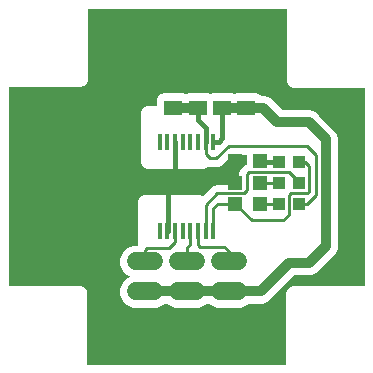
<source format=gbl>
G75*
G70*
%OFA0B0*%
%FSLAX24Y24*%
%IPPOS*%
%LPD*%
%AMOC8*
5,1,8,0,0,1.08239X$1,22.5*
%
%ADD10R,0.0150X0.0560*%
%ADD11R,0.0630X0.0512*%
%ADD12R,0.0472X0.0472*%
%ADD13R,0.0394X0.0433*%
%ADD14C,0.0600*%
%ADD15C,0.0100*%
%ADD16C,0.0160*%
%ADD17C,0.0000*%
%ADD18C,0.0001*%
%ADD19C,0.0320*%
D10*
X005537Y004941D03*
X005793Y004941D03*
X006048Y004941D03*
X006304Y004941D03*
X006560Y004941D03*
X006816Y004941D03*
X007072Y004941D03*
X007328Y004941D03*
X007328Y007926D03*
X007072Y007926D03*
X006816Y007926D03*
X006560Y007926D03*
X006304Y007926D03*
X006048Y007926D03*
X005793Y007926D03*
X005537Y007926D03*
D11*
X005972Y009060D03*
X005972Y009848D03*
X006802Y009848D03*
X006802Y009060D03*
X007612Y009060D03*
X007612Y009848D03*
X008412Y009848D03*
X008412Y009060D03*
D12*
X008059Y007274D03*
X008059Y006554D03*
X008059Y005854D03*
X008886Y005854D03*
X008886Y006554D03*
X008886Y007274D03*
D13*
X009508Y007254D03*
X010177Y007254D03*
X010177Y006554D03*
X010177Y005854D03*
X009508Y005854D03*
X009508Y006554D03*
D14*
X008132Y003934D02*
X007532Y003934D01*
X006732Y003934D02*
X006132Y003934D01*
X005332Y003934D02*
X004732Y003934D01*
X004732Y002934D02*
X005332Y002934D01*
X006132Y002934D02*
X006732Y002934D01*
X007532Y002934D02*
X008132Y002934D01*
X008132Y001934D02*
X007532Y001934D01*
X006732Y001934D02*
X006132Y001934D01*
X005332Y001934D02*
X004732Y001934D01*
D15*
X005032Y003934D02*
X005032Y004304D01*
X005122Y004394D01*
X005862Y004394D01*
X006048Y004580D01*
X006048Y004941D01*
X006560Y004941D02*
X006560Y004502D01*
X006432Y004374D01*
X006432Y003934D01*
X006892Y004414D02*
X006816Y004490D01*
X006816Y004941D01*
X007072Y004941D02*
X007072Y005824D01*
X007452Y006204D01*
X008342Y006204D01*
X008462Y006324D01*
X008462Y006864D01*
X008512Y006914D01*
X009852Y006914D01*
X010052Y006714D01*
X010052Y006679D01*
X010177Y006554D01*
X009902Y006204D02*
X010462Y006204D01*
X010522Y006264D01*
X010522Y007114D01*
X010382Y007254D01*
X010177Y007254D01*
X010452Y007794D02*
X007842Y007794D01*
X007422Y007374D01*
X007212Y007374D01*
X007072Y007514D01*
X007072Y007926D01*
X007622Y008790D02*
X007612Y009060D01*
X008886Y006554D02*
X009508Y006554D01*
X009902Y006204D02*
X009842Y006144D01*
X009842Y005484D01*
X009662Y005304D01*
X008609Y005304D01*
X008059Y005854D01*
X007482Y005854D01*
X007328Y005700D01*
X007328Y004941D01*
X007692Y004414D02*
X006892Y004414D01*
X007692Y004414D02*
X007832Y004274D01*
X007832Y003934D01*
X008886Y005854D02*
X009508Y005854D01*
X010177Y005854D02*
X010462Y005854D01*
X010752Y006144D01*
X010752Y007494D01*
X010452Y007794D01*
D16*
X009508Y007254D02*
X008886Y007254D01*
X008886Y007274D01*
X007622Y008034D02*
X007515Y007926D01*
X007328Y007926D01*
X007072Y007926D02*
X007072Y008394D01*
X006802Y008664D01*
X006802Y009060D01*
X007622Y008790D02*
X007622Y008034D01*
X006048Y007926D02*
X006048Y006844D01*
X005682Y006844D01*
X005772Y006424D02*
X005802Y006424D01*
X005802Y004951D01*
X005793Y004941D01*
D17*
X004772Y004534D02*
X004791Y004488D01*
X004788Y004484D01*
X004623Y004484D01*
X004421Y004400D01*
X004266Y004246D01*
X004182Y004043D01*
X004182Y003824D01*
X004266Y003622D01*
X004421Y003467D01*
X004502Y003434D01*
X004421Y003400D01*
X004266Y003246D01*
X004182Y003043D01*
X004182Y002824D01*
X004266Y002622D01*
X004421Y002467D01*
X004623Y002384D01*
X005442Y002384D01*
X005644Y002467D01*
X005700Y002524D01*
X005764Y002524D01*
X005821Y002467D01*
X006023Y002384D01*
X006842Y002384D01*
X007044Y002467D01*
X007100Y002524D01*
X007164Y002524D01*
X007221Y002467D01*
X007423Y002384D01*
X008242Y002384D01*
X008444Y002467D01*
X008500Y002524D01*
X008821Y002524D01*
X008984Y002524D01*
X009135Y002586D01*
X010032Y003484D01*
X010441Y003484D01*
X010604Y003484D01*
X010755Y003546D01*
X011305Y004096D01*
X011420Y004211D01*
X011483Y004362D01*
X011483Y008085D01*
X011420Y008236D01*
X011305Y008352D01*
X010864Y008792D01*
X010850Y008826D01*
X010735Y008942D01*
X010584Y009004D01*
X010421Y009004D01*
X009632Y009004D01*
X009228Y009408D01*
X009078Y009470D01*
X008927Y009470D01*
X008869Y009528D01*
X008777Y009566D01*
X008048Y009566D01*
X008012Y009552D01*
X007977Y009566D01*
X007248Y009566D01*
X007207Y009550D01*
X007167Y009566D01*
X006438Y009566D01*
X006387Y009545D01*
X006337Y009566D01*
X005608Y009566D01*
X005516Y009528D01*
X005445Y009458D01*
X005407Y009366D01*
X005407Y009144D01*
X005083Y009144D01*
X004991Y009106D01*
X004920Y009036D01*
X004882Y008944D01*
X004882Y007214D01*
X004920Y007122D01*
X004991Y007052D01*
X005083Y007014D01*
X005328Y007014D01*
X005353Y007004D01*
X006002Y007004D01*
X006059Y007027D01*
X006093Y007014D01*
X006363Y007014D01*
X007012Y007014D01*
X007104Y007052D01*
X007134Y007081D01*
X007153Y007074D01*
X007272Y007074D01*
X007482Y007074D01*
X007592Y007119D01*
X007677Y007204D01*
X007967Y007494D01*
X008399Y007494D01*
X008399Y007192D01*
X008342Y007168D01*
X008292Y007118D01*
X008208Y007034D01*
X008162Y006924D01*
X008162Y006504D01*
X007393Y006504D01*
X007282Y006458D01*
X007198Y006374D01*
X006967Y006143D01*
X006892Y006174D01*
X004983Y006174D01*
X004891Y006136D01*
X004820Y006066D01*
X004782Y005974D01*
X004782Y005458D01*
X004772Y005434D01*
X004772Y004534D01*
X003092Y003036D02*
X003130Y002944D01*
X003130Y000512D01*
X009730Y000512D01*
X009730Y002935D01*
X009768Y003027D01*
X009838Y003097D01*
X009930Y003135D01*
X012351Y003135D01*
X012351Y009715D01*
X009946Y009715D01*
X009854Y009753D01*
X009784Y009823D01*
X009746Y009915D01*
X009746Y012351D01*
X003148Y012351D01*
X003148Y009962D01*
X003110Y009870D01*
X003040Y009800D01*
X002948Y009762D01*
X000512Y009762D01*
X000512Y003144D01*
X002929Y003144D01*
X003021Y003106D01*
X003092Y003036D01*
X007198Y006374D02*
X007198Y006374D01*
X008292Y007118D02*
X008292Y007118D01*
D18*
X004194Y003072D02*
X003056Y003072D01*
X003056Y003071D02*
X004194Y003071D01*
X004193Y003070D02*
X003057Y003070D01*
X003058Y003069D02*
X004193Y003069D01*
X004192Y003068D02*
X003059Y003068D01*
X003060Y003067D02*
X004192Y003067D01*
X004192Y003066D02*
X003061Y003066D01*
X003062Y003065D02*
X004191Y003065D01*
X004191Y003064D02*
X003063Y003064D01*
X003064Y003063D02*
X004190Y003063D01*
X004190Y003062D02*
X003065Y003062D01*
X003066Y003061D02*
X004190Y003061D01*
X004189Y003060D02*
X003067Y003060D01*
X003068Y003060D02*
X004189Y003060D01*
X004188Y003059D02*
X003069Y003059D01*
X003070Y003058D02*
X004188Y003058D01*
X004188Y003057D02*
X003071Y003057D01*
X003072Y003056D02*
X004187Y003056D01*
X004187Y003055D02*
X003073Y003055D01*
X003074Y003054D02*
X004186Y003054D01*
X004186Y003053D02*
X003074Y003053D01*
X003075Y003052D02*
X004186Y003052D01*
X004185Y003051D02*
X003076Y003051D01*
X003077Y003050D02*
X004185Y003050D01*
X004184Y003049D02*
X003078Y003049D01*
X003079Y003048D02*
X004184Y003048D01*
X004184Y003047D02*
X003080Y003047D01*
X003081Y003046D02*
X004183Y003046D01*
X004183Y003045D02*
X003082Y003045D01*
X003083Y003044D02*
X004183Y003044D01*
X004182Y003043D02*
X003084Y003043D01*
X003085Y003043D02*
X004182Y003043D01*
X004182Y003042D02*
X003086Y003042D01*
X003087Y003041D02*
X004182Y003041D01*
X004182Y003040D02*
X003088Y003040D01*
X003089Y003039D02*
X004182Y003039D01*
X004182Y003038D02*
X003090Y003038D01*
X003091Y003037D02*
X004182Y003037D01*
X004182Y003036D02*
X003091Y003036D01*
X003092Y003035D02*
X004182Y003035D01*
X004182Y003034D02*
X003092Y003034D01*
X003093Y003033D02*
X004182Y003033D01*
X004182Y003032D02*
X003093Y003032D01*
X003094Y003031D02*
X004182Y003031D01*
X004182Y003030D02*
X003094Y003030D01*
X003094Y003029D02*
X004182Y003029D01*
X004182Y003028D02*
X003095Y003028D01*
X003095Y003027D02*
X004182Y003027D01*
X004182Y003026D02*
X003096Y003026D01*
X004182Y003026D01*
X004182Y003025D02*
X003096Y003025D01*
X003097Y003024D02*
X004182Y003024D01*
X004182Y003023D02*
X003097Y003023D01*
X003098Y003022D02*
X004182Y003022D01*
X004182Y003021D02*
X003098Y003021D01*
X003098Y003020D02*
X004182Y003020D01*
X004182Y003019D02*
X003099Y003019D01*
X003099Y003018D02*
X004182Y003018D01*
X004182Y003017D02*
X003099Y003017D01*
X003100Y003016D02*
X004182Y003016D01*
X004182Y003015D02*
X003100Y003015D01*
X003101Y003014D02*
X004182Y003014D01*
X004182Y003013D02*
X003101Y003013D01*
X003101Y003012D02*
X004182Y003012D01*
X004182Y003011D02*
X003102Y003011D01*
X003102Y003010D02*
X004182Y003010D01*
X004182Y003009D02*
X003103Y003009D01*
X004182Y003009D01*
X004182Y003008D02*
X003103Y003008D01*
X003104Y003007D02*
X004182Y003007D01*
X004182Y003006D02*
X003104Y003006D01*
X003105Y003005D02*
X004182Y003005D01*
X004182Y003004D02*
X003105Y003004D01*
X003105Y003003D02*
X004182Y003003D01*
X004182Y003002D02*
X003106Y003002D01*
X003106Y003001D02*
X004182Y003001D01*
X004182Y003000D02*
X003106Y003000D01*
X003107Y002999D02*
X004182Y002999D01*
X004182Y002998D02*
X003107Y002998D01*
X003108Y002997D02*
X004182Y002997D01*
X004182Y002996D02*
X003108Y002996D01*
X003108Y002995D02*
X004182Y002995D01*
X004182Y002994D02*
X003109Y002994D01*
X003109Y002993D02*
X004182Y002993D01*
X004182Y002992D02*
X003110Y002992D01*
X003110Y002991D02*
X004182Y002991D01*
X003110Y002991D01*
X003111Y002990D02*
X004182Y002990D01*
X004182Y002989D02*
X003111Y002989D01*
X003112Y002988D02*
X004182Y002988D01*
X004182Y002987D02*
X003112Y002987D01*
X003112Y002986D02*
X004182Y002986D01*
X004182Y002985D02*
X003113Y002985D01*
X003113Y002984D02*
X004182Y002984D01*
X004182Y002983D02*
X003114Y002983D01*
X003114Y002982D02*
X004182Y002982D01*
X004182Y002981D02*
X003114Y002981D01*
X003115Y002980D02*
X004182Y002980D01*
X004182Y002979D02*
X003115Y002979D01*
X003116Y002978D02*
X004182Y002978D01*
X004182Y002977D02*
X003116Y002977D01*
X003116Y002976D02*
X004182Y002976D01*
X004182Y002975D02*
X003117Y002975D01*
X003117Y002974D02*
X004182Y002974D01*
X003117Y002974D01*
X003118Y002973D02*
X004182Y002973D01*
X004182Y002972D02*
X003118Y002972D01*
X003119Y002971D02*
X004182Y002971D01*
X004182Y002970D02*
X003119Y002970D01*
X003119Y002969D02*
X004182Y002969D01*
X004182Y002968D02*
X003120Y002968D01*
X003120Y002967D02*
X004182Y002967D01*
X004182Y002966D02*
X003121Y002966D01*
X003121Y002965D02*
X004182Y002965D01*
X004182Y002964D02*
X003121Y002964D01*
X003122Y002963D02*
X004182Y002963D01*
X004182Y002962D02*
X003122Y002962D01*
X003123Y002961D02*
X004182Y002961D01*
X004182Y002960D02*
X003123Y002960D01*
X003123Y002959D02*
X004182Y002959D01*
X004182Y002958D02*
X003124Y002958D01*
X003124Y002957D02*
X004182Y002957D01*
X003124Y002957D01*
X003125Y002956D02*
X004182Y002956D01*
X004182Y002955D02*
X003125Y002955D01*
X003126Y002954D02*
X004182Y002954D01*
X004182Y002953D02*
X003126Y002953D01*
X003126Y002952D02*
X004182Y002952D01*
X004182Y002951D02*
X003127Y002951D01*
X003127Y002950D02*
X004182Y002950D01*
X004182Y002949D02*
X003128Y002949D01*
X003128Y002948D02*
X004182Y002948D01*
X004182Y002947D02*
X003128Y002947D01*
X003129Y002946D02*
X004182Y002946D01*
X004182Y002945D02*
X003129Y002945D01*
X003130Y002944D02*
X004182Y002944D01*
X004182Y002943D02*
X003130Y002943D01*
X003130Y002942D02*
X004182Y002942D01*
X004182Y002941D02*
X003130Y002941D01*
X003130Y002940D02*
X004182Y002940D01*
X003130Y002940D01*
X003130Y002939D02*
X004182Y002939D01*
X004182Y002938D02*
X003130Y002938D01*
X003130Y002937D02*
X004182Y002937D01*
X004182Y002936D02*
X003130Y002936D01*
X003130Y002935D02*
X004182Y002935D01*
X004182Y002934D02*
X003130Y002934D01*
X003130Y002933D02*
X004182Y002933D01*
X004182Y002932D02*
X003130Y002932D01*
X003130Y002931D02*
X004182Y002931D01*
X004182Y002930D02*
X003130Y002930D01*
X003130Y002929D02*
X004182Y002929D01*
X004182Y002928D02*
X003130Y002928D01*
X003130Y002927D02*
X004182Y002927D01*
X004182Y002926D02*
X003130Y002926D01*
X003130Y002925D02*
X004182Y002925D01*
X004182Y002924D02*
X003130Y002924D01*
X003130Y002923D02*
X004182Y002923D01*
X003130Y002923D01*
X003130Y002922D02*
X004182Y002922D01*
X004182Y002921D02*
X003130Y002921D01*
X003130Y002920D02*
X004182Y002920D01*
X004182Y002919D02*
X003130Y002919D01*
X003130Y002918D02*
X004182Y002918D01*
X004182Y002917D02*
X003130Y002917D01*
X003130Y002916D02*
X004182Y002916D01*
X004182Y002915D02*
X003130Y002915D01*
X003130Y002914D02*
X004182Y002914D01*
X004182Y002913D02*
X003130Y002913D01*
X003130Y002912D02*
X004182Y002912D01*
X004182Y002911D02*
X003130Y002911D01*
X003130Y002910D02*
X004182Y002910D01*
X004182Y002909D02*
X003130Y002909D01*
X003130Y002908D02*
X004182Y002908D01*
X004182Y002907D02*
X003130Y002907D01*
X003130Y002906D02*
X004182Y002906D01*
X003130Y002906D01*
X003130Y002905D02*
X004182Y002905D01*
X004182Y002904D02*
X003130Y002904D01*
X003130Y002903D02*
X004182Y002903D01*
X004182Y002902D02*
X003130Y002902D01*
X003130Y002901D02*
X004182Y002901D01*
X004182Y002900D02*
X003130Y002900D01*
X003130Y002899D02*
X004182Y002899D01*
X004182Y002898D02*
X003130Y002898D01*
X003130Y002897D02*
X004182Y002897D01*
X004182Y002896D02*
X003130Y002896D01*
X003130Y002895D02*
X004182Y002895D01*
X004182Y002894D02*
X003130Y002894D01*
X003130Y002893D02*
X004182Y002893D01*
X004182Y002892D02*
X003130Y002892D01*
X003130Y002891D02*
X004182Y002891D01*
X004182Y002890D02*
X003130Y002890D01*
X003130Y002889D02*
X004182Y002889D01*
X003130Y002889D01*
X003130Y002888D02*
X004182Y002888D01*
X004182Y002887D02*
X003130Y002887D01*
X003130Y002886D02*
X004182Y002886D01*
X004182Y002885D02*
X003130Y002885D01*
X003130Y002884D02*
X004182Y002884D01*
X004182Y002883D02*
X003130Y002883D01*
X003130Y002882D02*
X004182Y002882D01*
X004182Y002881D02*
X003130Y002881D01*
X003130Y002880D02*
X004182Y002880D01*
X004182Y002879D02*
X003130Y002879D01*
X003130Y002878D02*
X004182Y002878D01*
X004182Y002877D02*
X003130Y002877D01*
X003130Y002876D02*
X004182Y002876D01*
X004182Y002875D02*
X003130Y002875D01*
X003130Y002874D02*
X004182Y002874D01*
X004182Y002873D02*
X003130Y002873D01*
X003130Y002872D02*
X004182Y002872D01*
X004182Y002871D02*
X003130Y002871D01*
X004182Y002871D01*
X004182Y002870D02*
X003130Y002870D01*
X003130Y002869D02*
X004182Y002869D01*
X004182Y002868D02*
X003130Y002868D01*
X003130Y002867D02*
X004182Y002867D01*
X004182Y002866D02*
X003130Y002866D01*
X003130Y002865D02*
X004182Y002865D01*
X004182Y002864D02*
X003130Y002864D01*
X003130Y002863D02*
X004182Y002863D01*
X004182Y002862D02*
X003130Y002862D01*
X003130Y002861D02*
X004182Y002861D01*
X004182Y002860D02*
X003130Y002860D01*
X003130Y002859D02*
X004182Y002859D01*
X004182Y002858D02*
X003130Y002858D01*
X003130Y002857D02*
X004182Y002857D01*
X004182Y002856D02*
X003130Y002856D01*
X003130Y002855D02*
X004182Y002855D01*
X004182Y002854D02*
X003130Y002854D01*
X004182Y002854D01*
X004182Y002853D02*
X003130Y002853D01*
X003130Y002852D02*
X004182Y002852D01*
X004182Y002851D02*
X003130Y002851D01*
X003130Y002850D02*
X004182Y002850D01*
X004182Y002849D02*
X003130Y002849D01*
X003130Y002848D02*
X004182Y002848D01*
X004182Y002847D02*
X003130Y002847D01*
X003130Y002846D02*
X004182Y002846D01*
X004182Y002845D02*
X003130Y002845D01*
X003130Y002844D02*
X004182Y002844D01*
X004182Y002843D02*
X003130Y002843D01*
X003130Y002842D02*
X004182Y002842D01*
X004182Y002841D02*
X003130Y002841D01*
X003130Y002840D02*
X004182Y002840D01*
X004182Y002839D02*
X003130Y002839D01*
X003130Y002838D02*
X004182Y002838D01*
X004182Y002837D02*
X003130Y002837D01*
X004182Y002837D01*
X004182Y002836D02*
X003130Y002836D01*
X003130Y002835D02*
X004182Y002835D01*
X004182Y002834D02*
X003130Y002834D01*
X003130Y002833D02*
X004182Y002833D01*
X004182Y002832D02*
X003130Y002832D01*
X003130Y002831D02*
X004182Y002831D01*
X004182Y002830D02*
X003130Y002830D01*
X003130Y002829D02*
X004182Y002829D01*
X004182Y002828D02*
X003130Y002828D01*
X003130Y002827D02*
X004182Y002827D01*
X004182Y002826D02*
X003130Y002826D01*
X003130Y002825D02*
X004182Y002825D01*
X004182Y002824D02*
X003130Y002824D01*
X003130Y002823D02*
X004183Y002823D01*
X004183Y002822D02*
X003130Y002822D01*
X003130Y002821D02*
X004183Y002821D01*
X004184Y002820D02*
X003130Y002820D01*
X004184Y002820D01*
X004184Y002819D02*
X003130Y002819D01*
X003130Y002818D02*
X004185Y002818D01*
X004185Y002817D02*
X003130Y002817D01*
X003130Y002816D02*
X004186Y002816D01*
X004186Y002815D02*
X003130Y002815D01*
X003130Y002814D02*
X004186Y002814D01*
X004187Y002813D02*
X003130Y002813D01*
X003130Y002812D02*
X004187Y002812D01*
X004188Y002811D02*
X003130Y002811D01*
X003130Y002810D02*
X004188Y002810D01*
X004188Y002809D02*
X003130Y002809D01*
X003130Y002808D02*
X004189Y002808D01*
X004189Y002807D02*
X003130Y002807D01*
X003130Y002806D02*
X004190Y002806D01*
X004190Y002805D02*
X003130Y002805D01*
X003130Y002804D02*
X004190Y002804D01*
X004191Y002803D02*
X003130Y002803D01*
X004191Y002803D01*
X004192Y002802D02*
X003130Y002802D01*
X003130Y002801D02*
X004192Y002801D01*
X004192Y002800D02*
X003130Y002800D01*
X003130Y002799D02*
X004193Y002799D01*
X004193Y002798D02*
X003130Y002798D01*
X003130Y002797D02*
X004194Y002797D01*
X004194Y002796D02*
X003130Y002796D01*
X003130Y002795D02*
X004194Y002795D01*
X004195Y002794D02*
X003130Y002794D01*
X003130Y002793D02*
X004195Y002793D01*
X004195Y002792D02*
X003130Y002792D01*
X003130Y002791D02*
X004196Y002791D01*
X004196Y002790D02*
X003130Y002790D01*
X003130Y002789D02*
X004197Y002789D01*
X004197Y002788D02*
X003130Y002788D01*
X003130Y002787D02*
X004197Y002787D01*
X004198Y002786D02*
X003130Y002786D01*
X004198Y002786D01*
X004199Y002785D02*
X003130Y002785D01*
X003130Y002784D02*
X004199Y002784D01*
X004199Y002783D02*
X003130Y002783D01*
X003130Y002782D02*
X004200Y002782D01*
X004200Y002781D02*
X003130Y002781D01*
X003130Y002780D02*
X004201Y002780D01*
X004201Y002779D02*
X003130Y002779D01*
X003130Y002778D02*
X004201Y002778D01*
X004202Y002777D02*
X003130Y002777D01*
X003130Y002776D02*
X004202Y002776D01*
X004202Y002775D02*
X003130Y002775D01*
X003130Y002774D02*
X004203Y002774D01*
X004203Y002773D02*
X003130Y002773D01*
X003130Y002772D02*
X004204Y002772D01*
X004204Y002771D02*
X003130Y002771D01*
X003130Y002770D02*
X004204Y002770D01*
X004205Y002769D02*
X003130Y002769D01*
X004205Y002769D01*
X004206Y002768D02*
X003130Y002768D01*
X003130Y002767D02*
X004206Y002767D01*
X004206Y002766D02*
X003130Y002766D01*
X003130Y002765D02*
X004207Y002765D01*
X004207Y002764D02*
X003130Y002764D01*
X003130Y002763D02*
X004208Y002763D01*
X004208Y002762D02*
X003130Y002762D01*
X003130Y002761D02*
X004208Y002761D01*
X004209Y002760D02*
X003130Y002760D01*
X003130Y002759D02*
X004209Y002759D01*
X004210Y002758D02*
X003130Y002758D01*
X003130Y002757D02*
X004210Y002757D01*
X004210Y002756D02*
X003130Y002756D01*
X003130Y002755D02*
X004211Y002755D01*
X004211Y002754D02*
X003130Y002754D01*
X003130Y002753D02*
X004211Y002753D01*
X004212Y002752D02*
X003130Y002752D01*
X003130Y002751D02*
X004212Y002751D01*
X004213Y002751D02*
X003130Y002751D01*
X003130Y002750D02*
X004213Y002750D01*
X004213Y002749D02*
X003130Y002749D01*
X003130Y002748D02*
X004214Y002748D01*
X004214Y002747D02*
X003130Y002747D01*
X003130Y002746D02*
X004215Y002746D01*
X004215Y002745D02*
X003130Y002745D01*
X003130Y002744D02*
X004215Y002744D01*
X004216Y002743D02*
X003130Y002743D01*
X003130Y002742D02*
X004216Y002742D01*
X004217Y002741D02*
X003130Y002741D01*
X003130Y002740D02*
X004217Y002740D01*
X004217Y002739D02*
X003130Y002739D01*
X003130Y002738D02*
X004218Y002738D01*
X004218Y002737D02*
X003130Y002737D01*
X003130Y002736D02*
X004219Y002736D01*
X004219Y002735D02*
X003130Y002735D01*
X003130Y002734D02*
X004219Y002734D01*
X004220Y002734D02*
X003130Y002734D01*
X003130Y002733D02*
X004220Y002733D01*
X004221Y002732D02*
X003130Y002732D01*
X003130Y002731D02*
X004221Y002731D01*
X004221Y002730D02*
X003130Y002730D01*
X003130Y002729D02*
X004222Y002729D01*
X004222Y002728D02*
X003130Y002728D01*
X003130Y002727D02*
X004222Y002727D01*
X004223Y002726D02*
X003130Y002726D01*
X003130Y002725D02*
X004223Y002725D01*
X004224Y002724D02*
X003130Y002724D01*
X003130Y002723D02*
X004224Y002723D01*
X004224Y002722D02*
X003130Y002722D01*
X003130Y002721D02*
X004225Y002721D01*
X004225Y002720D02*
X003130Y002720D01*
X003130Y002719D02*
X004226Y002719D01*
X004226Y002718D02*
X003130Y002718D01*
X003130Y002717D02*
X004226Y002717D01*
X004227Y002717D02*
X003130Y002717D01*
X003130Y002716D02*
X004227Y002716D01*
X004228Y002715D02*
X003130Y002715D01*
X003130Y002714D02*
X004228Y002714D01*
X004228Y002713D02*
X003130Y002713D01*
X003130Y002712D02*
X004229Y002712D01*
X004229Y002711D02*
X003130Y002711D01*
X003130Y002710D02*
X004229Y002710D01*
X004230Y002709D02*
X003130Y002709D01*
X003130Y002708D02*
X004230Y002708D01*
X004231Y002707D02*
X003130Y002707D01*
X003130Y002706D02*
X004231Y002706D01*
X004231Y002705D02*
X003130Y002705D01*
X003130Y002704D02*
X004232Y002704D01*
X004232Y002703D02*
X003130Y002703D01*
X003130Y002702D02*
X004233Y002702D01*
X004233Y002701D02*
X003130Y002701D01*
X003130Y002700D02*
X004233Y002700D01*
X004234Y002700D02*
X003130Y002700D01*
X003130Y002699D02*
X004234Y002699D01*
X004235Y002698D02*
X003130Y002698D01*
X003130Y002697D02*
X004235Y002697D01*
X004235Y002696D02*
X003130Y002696D01*
X003130Y002695D02*
X004236Y002695D01*
X004236Y002694D02*
X003130Y002694D01*
X003130Y002693D02*
X004237Y002693D01*
X004237Y002692D02*
X003130Y002692D01*
X003130Y002691D02*
X004237Y002691D01*
X004238Y002690D02*
X003130Y002690D01*
X003130Y002689D02*
X004238Y002689D01*
X004239Y002688D02*
X003130Y002688D01*
X003130Y002687D02*
X004239Y002687D01*
X004239Y002686D02*
X003130Y002686D01*
X003130Y002685D02*
X004240Y002685D01*
X004240Y002684D02*
X003130Y002684D01*
X003130Y002683D02*
X004240Y002683D01*
X004241Y002683D02*
X003130Y002683D01*
X003130Y002682D02*
X004241Y002682D01*
X004242Y002681D02*
X003130Y002681D01*
X003130Y002680D02*
X004242Y002680D01*
X004242Y002679D02*
X003130Y002679D01*
X003130Y002678D02*
X004243Y002678D01*
X004243Y002677D02*
X003130Y002677D01*
X003130Y002676D02*
X004244Y002676D01*
X004244Y002675D02*
X003130Y002675D01*
X003130Y002674D02*
X004244Y002674D01*
X004245Y002673D02*
X003130Y002673D01*
X003130Y002672D02*
X004245Y002672D01*
X004246Y002671D02*
X003130Y002671D01*
X003130Y002670D02*
X004246Y002670D01*
X004246Y002669D02*
X003130Y002669D01*
X003130Y002668D02*
X004247Y002668D01*
X004247Y002667D02*
X003130Y002667D01*
X003130Y002666D02*
X004248Y002666D01*
X003130Y002666D01*
X003130Y002665D02*
X004248Y002665D01*
X004249Y002664D02*
X003130Y002664D01*
X003130Y002663D02*
X004249Y002663D01*
X004249Y002662D02*
X003130Y002662D01*
X003130Y002661D02*
X004250Y002661D01*
X004250Y002660D02*
X003130Y002660D01*
X003130Y002659D02*
X004251Y002659D01*
X004251Y002658D02*
X003130Y002658D01*
X003130Y002657D02*
X004251Y002657D01*
X004252Y002656D02*
X003130Y002656D01*
X003130Y002655D02*
X004252Y002655D01*
X004253Y002654D02*
X003130Y002654D01*
X003130Y002653D02*
X004253Y002653D01*
X004253Y002652D02*
X003130Y002652D01*
X003130Y002651D02*
X004254Y002651D01*
X004254Y002650D02*
X003130Y002650D01*
X003130Y002649D02*
X004255Y002649D01*
X003130Y002649D01*
X003130Y002648D02*
X004255Y002648D01*
X004256Y002647D02*
X003130Y002647D01*
X003130Y002646D02*
X004256Y002646D01*
X004257Y002645D02*
X003130Y002645D01*
X003130Y002644D02*
X004257Y002644D01*
X004257Y002643D02*
X003130Y002643D01*
X003130Y002642D02*
X004258Y002642D01*
X004258Y002641D02*
X003130Y002641D01*
X003130Y002640D02*
X004258Y002640D01*
X004259Y002639D02*
X003130Y002639D01*
X003130Y002638D02*
X004259Y002638D01*
X004260Y002637D02*
X003130Y002637D01*
X003130Y002636D02*
X004260Y002636D01*
X004260Y002635D02*
X003130Y002635D01*
X003130Y002634D02*
X004261Y002634D01*
X004261Y002633D02*
X003130Y002633D01*
X003130Y002632D02*
X004262Y002632D01*
X004262Y002631D02*
X003130Y002631D01*
X004262Y002631D01*
X004263Y002630D02*
X003130Y002630D01*
X003130Y002629D02*
X004263Y002629D01*
X004264Y002628D02*
X003130Y002628D01*
X003130Y002627D02*
X004264Y002627D01*
X004264Y002626D02*
X003130Y002626D01*
X003130Y002625D02*
X004265Y002625D01*
X004265Y002624D02*
X003130Y002624D01*
X003130Y002623D02*
X004266Y002623D01*
X004266Y002622D02*
X003130Y002622D01*
X003130Y002621D02*
X004267Y002621D01*
X004268Y002620D02*
X003130Y002620D01*
X003130Y002619D02*
X004269Y002619D01*
X004270Y002618D02*
X003130Y002618D01*
X003130Y002617D02*
X004271Y002617D01*
X004272Y002616D02*
X003130Y002616D01*
X003130Y002615D02*
X004273Y002615D01*
X004274Y002614D02*
X003130Y002614D01*
X004275Y002614D01*
X004275Y002613D02*
X003130Y002613D01*
X003130Y002612D02*
X004276Y002612D01*
X004277Y002611D02*
X003130Y002611D01*
X003130Y002610D02*
X004278Y002610D01*
X004279Y002609D02*
X003130Y002609D01*
X003130Y002608D02*
X004280Y002608D01*
X004281Y002607D02*
X003130Y002607D01*
X003130Y002606D02*
X004282Y002606D01*
X004283Y002605D02*
X003130Y002605D01*
X003130Y002604D02*
X004284Y002604D01*
X004285Y002603D02*
X003130Y002603D01*
X003130Y002602D02*
X004286Y002602D01*
X004287Y002601D02*
X003130Y002601D01*
X003130Y002600D02*
X004288Y002600D01*
X004289Y002599D02*
X003130Y002599D01*
X003130Y002598D02*
X004290Y002598D01*
X004291Y002597D02*
X003130Y002597D01*
X004292Y002597D01*
X004292Y002596D02*
X003130Y002596D01*
X003130Y002595D02*
X004293Y002595D01*
X004294Y002594D02*
X003130Y002594D01*
X003130Y002593D02*
X004295Y002593D01*
X004296Y002592D02*
X003130Y002592D01*
X003130Y002591D02*
X004297Y002591D01*
X004298Y002590D02*
X003130Y002590D01*
X003130Y002589D02*
X004299Y002589D01*
X004300Y002588D02*
X003130Y002588D01*
X003130Y002587D02*
X004301Y002587D01*
X004302Y002586D02*
X003130Y002586D01*
X003130Y002585D02*
X004303Y002585D01*
X004304Y002584D02*
X003130Y002584D01*
X003130Y002583D02*
X004305Y002583D01*
X004306Y002582D02*
X003130Y002582D01*
X003130Y002581D02*
X004307Y002581D01*
X004308Y002580D02*
X003130Y002580D01*
X004309Y002580D01*
X004309Y002579D02*
X003130Y002579D01*
X003130Y002578D02*
X004310Y002578D01*
X004311Y002577D02*
X003130Y002577D01*
X003130Y002576D02*
X004312Y002576D01*
X004313Y002575D02*
X003130Y002575D01*
X003130Y002574D02*
X004314Y002574D01*
X004315Y002573D02*
X003130Y002573D01*
X003130Y002572D02*
X004316Y002572D01*
X004317Y002571D02*
X003130Y002571D01*
X003130Y002570D02*
X004318Y002570D01*
X004319Y002569D02*
X003130Y002569D01*
X003130Y002568D02*
X004320Y002568D01*
X004321Y002567D02*
X003130Y002567D01*
X003130Y002566D02*
X004322Y002566D01*
X004323Y002565D02*
X003130Y002565D01*
X003130Y002564D02*
X004324Y002564D01*
X004325Y002563D02*
X003130Y002563D01*
X004326Y002563D01*
X004326Y002562D02*
X003130Y002562D01*
X003130Y002561D02*
X004327Y002561D01*
X004328Y002560D02*
X003130Y002560D01*
X003130Y002559D02*
X004329Y002559D01*
X004330Y002558D02*
X003130Y002558D01*
X003130Y002557D02*
X004331Y002557D01*
X004332Y002556D02*
X003130Y002556D01*
X003130Y002555D02*
X004333Y002555D01*
X004334Y002554D02*
X003130Y002554D01*
X003130Y002553D02*
X004335Y002553D01*
X004336Y002552D02*
X003130Y002552D01*
X003130Y002551D02*
X004337Y002551D01*
X004338Y002550D02*
X003130Y002550D01*
X003130Y002549D02*
X004339Y002549D01*
X004340Y002548D02*
X003130Y002548D01*
X003130Y002547D02*
X004341Y002547D01*
X004342Y002546D02*
X003130Y002546D01*
X004343Y002546D01*
X004344Y002545D02*
X003130Y002545D01*
X003130Y002544D02*
X004344Y002544D01*
X004345Y002543D02*
X003130Y002543D01*
X003130Y002542D02*
X004346Y002542D01*
X004347Y002541D02*
X003130Y002541D01*
X003130Y002540D02*
X004348Y002540D01*
X004349Y002539D02*
X003130Y002539D01*
X003130Y002538D02*
X004350Y002538D01*
X004351Y002537D02*
X003130Y002537D01*
X003130Y002536D02*
X004352Y002536D01*
X004353Y002535D02*
X003130Y002535D01*
X003130Y002534D02*
X004354Y002534D01*
X004355Y002533D02*
X003130Y002533D01*
X003130Y002532D02*
X004356Y002532D01*
X004357Y002531D02*
X003130Y002531D01*
X003130Y002530D02*
X004358Y002530D01*
X004359Y002529D02*
X003130Y002529D01*
X004360Y002529D01*
X004361Y002528D02*
X003130Y002528D01*
X003130Y002527D02*
X004361Y002527D01*
X004362Y002526D02*
X003130Y002526D01*
X003130Y002525D02*
X004363Y002525D01*
X004364Y002524D02*
X003130Y002524D01*
X003130Y002523D02*
X004365Y002523D01*
X004366Y002522D02*
X003130Y002522D01*
X003130Y002521D02*
X004367Y002521D01*
X004368Y002520D02*
X003130Y002520D01*
X003130Y002519D02*
X004369Y002519D01*
X004370Y002518D02*
X003130Y002518D01*
X003130Y002517D02*
X004371Y002517D01*
X004372Y002516D02*
X003130Y002516D01*
X003130Y002515D02*
X004373Y002515D01*
X004374Y002514D02*
X003130Y002514D01*
X003130Y002513D02*
X004375Y002513D01*
X004376Y002512D02*
X003130Y002512D01*
X003130Y002511D02*
X004377Y002511D01*
X004378Y002511D02*
X003130Y002511D01*
X003130Y002510D02*
X004378Y002510D01*
X004379Y002509D02*
X003130Y002509D01*
X003130Y002508D02*
X004380Y002508D01*
X004381Y002507D02*
X003130Y002507D01*
X003130Y002506D02*
X004382Y002506D01*
X004383Y002505D02*
X003130Y002505D01*
X003130Y002504D02*
X004384Y002504D01*
X004385Y002503D02*
X003130Y002503D01*
X003130Y002502D02*
X004386Y002502D01*
X004387Y002501D02*
X003130Y002501D01*
X003130Y002500D02*
X004388Y002500D01*
X004389Y002499D02*
X003130Y002499D01*
X003130Y002498D02*
X004390Y002498D01*
X004391Y002497D02*
X003130Y002497D01*
X003130Y002496D02*
X004392Y002496D01*
X004393Y002495D02*
X003130Y002495D01*
X003130Y002494D02*
X004394Y002494D01*
X004395Y002494D02*
X003130Y002494D01*
X003130Y002493D02*
X004395Y002493D01*
X004396Y002492D02*
X003130Y002492D01*
X003130Y002491D02*
X004397Y002491D01*
X004398Y002490D02*
X003130Y002490D01*
X003130Y002489D02*
X004399Y002489D01*
X004400Y002488D02*
X003130Y002488D01*
X003130Y002487D02*
X004401Y002487D01*
X004402Y002486D02*
X003130Y002486D01*
X003130Y002485D02*
X004403Y002485D01*
X004404Y002484D02*
X003130Y002484D01*
X003130Y002483D02*
X004405Y002483D01*
X004406Y002482D02*
X003130Y002482D01*
X003130Y002481D02*
X004407Y002481D01*
X004408Y002480D02*
X003130Y002480D01*
X003130Y002479D02*
X004409Y002479D01*
X004410Y002478D02*
X003130Y002478D01*
X003130Y002477D02*
X004411Y002477D01*
X004412Y002477D02*
X003130Y002477D01*
X003130Y002476D02*
X004412Y002476D01*
X004413Y002475D02*
X003130Y002475D01*
X003130Y002474D02*
X004414Y002474D01*
X004415Y002473D02*
X003130Y002473D01*
X003130Y002472D02*
X004416Y002472D01*
X004417Y002471D02*
X003130Y002471D01*
X003130Y002470D02*
X004418Y002470D01*
X004419Y002469D02*
X003130Y002469D01*
X003130Y002468D02*
X004420Y002468D01*
X004421Y002467D02*
X003130Y002467D01*
X003130Y002466D02*
X004424Y002466D01*
X004426Y002465D02*
X003130Y002465D01*
X003130Y002464D02*
X004428Y002464D01*
X004431Y002463D02*
X003130Y002463D01*
X003130Y002462D02*
X004433Y002462D01*
X004435Y002461D02*
X003130Y002461D01*
X003130Y002460D02*
X004437Y002460D01*
X004440Y002460D02*
X003130Y002460D01*
X003130Y002459D02*
X004442Y002459D01*
X004444Y002458D02*
X003130Y002458D01*
X003130Y002457D02*
X004447Y002457D01*
X004449Y002456D02*
X003130Y002456D01*
X003130Y002455D02*
X004451Y002455D01*
X004453Y002454D02*
X003130Y002454D01*
X003130Y002453D02*
X004456Y002453D01*
X004458Y002452D02*
X003130Y002452D01*
X003130Y002451D02*
X004460Y002451D01*
X004463Y002450D02*
X003130Y002450D01*
X003130Y002449D02*
X004465Y002449D01*
X004467Y002448D02*
X003130Y002448D01*
X003130Y002447D02*
X004469Y002447D01*
X004472Y002446D02*
X003130Y002446D01*
X003130Y002445D02*
X004474Y002445D01*
X004476Y002444D02*
X003130Y002444D01*
X003130Y002443D02*
X004478Y002443D01*
X004481Y002443D02*
X003130Y002443D01*
X003130Y002442D02*
X004483Y002442D01*
X004485Y002441D02*
X003130Y002441D01*
X003130Y002440D02*
X004488Y002440D01*
X004490Y002439D02*
X003130Y002439D01*
X003130Y002438D02*
X004492Y002438D01*
X004494Y002437D02*
X003130Y002437D01*
X003130Y002436D02*
X004497Y002436D01*
X004499Y002435D02*
X003130Y002435D01*
X003130Y002434D02*
X004501Y002434D01*
X004504Y002433D02*
X003130Y002433D01*
X003130Y002432D02*
X004506Y002432D01*
X004508Y002431D02*
X003130Y002431D01*
X003130Y002430D02*
X004510Y002430D01*
X004513Y002429D02*
X003130Y002429D01*
X003130Y002428D02*
X004515Y002428D01*
X004517Y002427D02*
X003130Y002427D01*
X003130Y002426D02*
X004520Y002426D01*
X004522Y002426D02*
X003130Y002426D01*
X003130Y002425D02*
X004524Y002425D01*
X004526Y002424D02*
X003130Y002424D01*
X003130Y002423D02*
X004529Y002423D01*
X004531Y002422D02*
X003130Y002422D01*
X003130Y002421D02*
X004533Y002421D01*
X004535Y002420D02*
X003130Y002420D01*
X003130Y002419D02*
X004538Y002419D01*
X004540Y002418D02*
X003130Y002418D01*
X003130Y002417D02*
X004542Y002417D01*
X004545Y002416D02*
X003130Y002416D01*
X003130Y002415D02*
X004547Y002415D01*
X004549Y002414D02*
X003130Y002414D01*
X003130Y002413D02*
X004551Y002413D01*
X004554Y002412D02*
X003130Y002412D01*
X003130Y002411D02*
X004556Y002411D01*
X004558Y002410D02*
X003130Y002410D01*
X003130Y002409D02*
X004561Y002409D01*
X004563Y002409D02*
X003130Y002409D01*
X003130Y002408D02*
X004565Y002408D01*
X004567Y002407D02*
X003130Y002407D01*
X003130Y002406D02*
X004570Y002406D01*
X004572Y002405D02*
X003130Y002405D01*
X003130Y002404D02*
X004574Y002404D01*
X004577Y002403D02*
X003130Y002403D01*
X003130Y002402D02*
X004579Y002402D01*
X004581Y002401D02*
X003130Y002401D01*
X003130Y002400D02*
X004583Y002400D01*
X004586Y002399D02*
X003130Y002399D01*
X003130Y002398D02*
X004588Y002398D01*
X004590Y002397D02*
X003130Y002397D01*
X003130Y002396D02*
X004593Y002396D01*
X004595Y002395D02*
X003130Y002395D01*
X003130Y002394D02*
X004597Y002394D01*
X004599Y002393D02*
X003130Y002393D01*
X003130Y002392D02*
X004602Y002392D01*
X004604Y002391D02*
X003130Y002391D01*
X004606Y002391D01*
X004608Y002390D02*
X003130Y002390D01*
X003130Y002389D02*
X004611Y002389D01*
X004613Y002388D02*
X003130Y002388D01*
X003130Y002387D02*
X004615Y002387D01*
X004618Y002386D02*
X003130Y002386D01*
X003130Y002385D02*
X004620Y002385D01*
X004622Y002384D02*
X003130Y002384D01*
X003130Y002383D02*
X009730Y002383D01*
X009730Y002384D02*
X008242Y002384D01*
X008245Y002385D02*
X009730Y002385D01*
X009730Y002386D02*
X008247Y002386D01*
X008249Y002387D02*
X009730Y002387D01*
X009730Y002388D02*
X008252Y002388D01*
X008254Y002389D02*
X009730Y002389D01*
X009730Y002390D02*
X008256Y002390D01*
X008258Y002391D02*
X009730Y002391D01*
X008261Y002391D01*
X008263Y002392D02*
X009730Y002392D01*
X009730Y002393D02*
X008265Y002393D01*
X008268Y002394D02*
X009730Y002394D01*
X009730Y002395D02*
X008270Y002395D01*
X008272Y002396D02*
X009730Y002396D01*
X009730Y002397D02*
X008274Y002397D01*
X008277Y002398D02*
X009730Y002398D01*
X009730Y002399D02*
X008279Y002399D01*
X008281Y002400D02*
X009730Y002400D01*
X009730Y002401D02*
X008283Y002401D01*
X008286Y002402D02*
X009730Y002402D01*
X009730Y002403D02*
X008288Y002403D01*
X008290Y002404D02*
X009730Y002404D01*
X009730Y002405D02*
X008293Y002405D01*
X008295Y002406D02*
X009730Y002406D01*
X009730Y002407D02*
X008297Y002407D01*
X008299Y002408D02*
X009730Y002408D01*
X009730Y002409D02*
X008302Y002409D01*
X008304Y002409D02*
X009730Y002409D01*
X009730Y002410D02*
X008306Y002410D01*
X008309Y002411D02*
X009730Y002411D01*
X009730Y002412D02*
X008311Y002412D01*
X008313Y002413D02*
X009730Y002413D01*
X009730Y002414D02*
X008315Y002414D01*
X008318Y002415D02*
X009730Y002415D01*
X009730Y002416D02*
X008320Y002416D01*
X008322Y002417D02*
X009730Y002417D01*
X009730Y002418D02*
X008325Y002418D01*
X008327Y002419D02*
X009730Y002419D01*
X009730Y002420D02*
X008329Y002420D01*
X008331Y002421D02*
X009730Y002421D01*
X009730Y002422D02*
X008334Y002422D01*
X008336Y002423D02*
X009730Y002423D01*
X009730Y002424D02*
X008338Y002424D01*
X008340Y002425D02*
X009730Y002425D01*
X009730Y002426D02*
X008343Y002426D01*
X008345Y002426D02*
X009730Y002426D01*
X009730Y002427D02*
X008347Y002427D01*
X008350Y002428D02*
X009730Y002428D01*
X009730Y002429D02*
X008352Y002429D01*
X008354Y002430D02*
X009730Y002430D01*
X009730Y002431D02*
X008356Y002431D01*
X008359Y002432D02*
X009730Y002432D01*
X009730Y002433D02*
X008361Y002433D01*
X008363Y002434D02*
X009730Y002434D01*
X009730Y002435D02*
X008366Y002435D01*
X008368Y002436D02*
X009730Y002436D01*
X009730Y002437D02*
X008370Y002437D01*
X008372Y002438D02*
X009730Y002438D01*
X009730Y002439D02*
X008375Y002439D01*
X008377Y002440D02*
X009730Y002440D01*
X009730Y002441D02*
X008379Y002441D01*
X008382Y002442D02*
X009730Y002442D01*
X009730Y002443D02*
X008384Y002443D01*
X008386Y002443D02*
X009730Y002443D01*
X009730Y002444D02*
X008388Y002444D01*
X008391Y002445D02*
X009730Y002445D01*
X009730Y002446D02*
X008393Y002446D01*
X008395Y002447D02*
X009730Y002447D01*
X009730Y002448D02*
X008397Y002448D01*
X008400Y002449D02*
X009730Y002449D01*
X009730Y002450D02*
X008402Y002450D01*
X008404Y002451D02*
X009730Y002451D01*
X009730Y002452D02*
X008407Y002452D01*
X008409Y002453D02*
X009730Y002453D01*
X009730Y002454D02*
X008411Y002454D01*
X008413Y002455D02*
X009730Y002455D01*
X009730Y002456D02*
X008416Y002456D01*
X008418Y002457D02*
X009730Y002457D01*
X009730Y002458D02*
X008420Y002458D01*
X008423Y002459D02*
X009730Y002459D01*
X009730Y002460D02*
X008425Y002460D01*
X008427Y002460D02*
X009730Y002460D01*
X009730Y002461D02*
X008429Y002461D01*
X008432Y002462D02*
X009730Y002462D01*
X009730Y002463D02*
X008434Y002463D01*
X008436Y002464D02*
X009730Y002464D01*
X009730Y002465D02*
X008439Y002465D01*
X008441Y002466D02*
X009730Y002466D01*
X009730Y002467D02*
X008443Y002467D01*
X008445Y002468D02*
X009730Y002468D01*
X009730Y002469D02*
X008446Y002469D01*
X008446Y002470D02*
X009730Y002470D01*
X009730Y002471D02*
X008447Y002471D01*
X008448Y002472D02*
X009730Y002472D01*
X009730Y002473D02*
X008449Y002473D01*
X008450Y002474D02*
X009730Y002474D01*
X009730Y002475D02*
X008451Y002475D01*
X008452Y002476D02*
X009730Y002476D01*
X009730Y002477D02*
X008453Y002477D01*
X008454Y002477D02*
X009730Y002477D01*
X009730Y002478D02*
X008455Y002478D01*
X008456Y002479D02*
X009730Y002479D01*
X009730Y002480D02*
X008457Y002480D01*
X008458Y002481D02*
X009730Y002481D01*
X009730Y002482D02*
X008459Y002482D01*
X008460Y002483D02*
X009730Y002483D01*
X009730Y002484D02*
X008461Y002484D01*
X008462Y002485D02*
X009730Y002485D01*
X009730Y002486D02*
X008463Y002486D01*
X008463Y002487D02*
X009730Y002487D01*
X009730Y002488D02*
X008464Y002488D01*
X008465Y002489D02*
X009730Y002489D01*
X009730Y002490D02*
X008466Y002490D01*
X008467Y002491D02*
X009730Y002491D01*
X009730Y002492D02*
X008468Y002492D01*
X008469Y002493D02*
X009730Y002493D01*
X009730Y002494D02*
X008470Y002494D01*
X008471Y002494D02*
X009730Y002494D01*
X009730Y002495D02*
X008472Y002495D01*
X008473Y002496D02*
X009730Y002496D01*
X009730Y002497D02*
X008474Y002497D01*
X008475Y002498D02*
X009730Y002498D01*
X009730Y002499D02*
X008476Y002499D01*
X008477Y002500D02*
X009730Y002500D01*
X009730Y002501D02*
X008478Y002501D01*
X008479Y002502D02*
X009730Y002502D01*
X009730Y002503D02*
X008480Y002503D01*
X008480Y002504D02*
X009730Y002504D01*
X009730Y002505D02*
X008481Y002505D01*
X008482Y002506D02*
X009730Y002506D01*
X009730Y002507D02*
X008483Y002507D01*
X008484Y002508D02*
X009730Y002508D01*
X009730Y002509D02*
X008485Y002509D01*
X008486Y002510D02*
X009730Y002510D01*
X009730Y002511D02*
X008487Y002511D01*
X008488Y002511D02*
X009730Y002511D01*
X009730Y002512D02*
X008489Y002512D01*
X008490Y002513D02*
X009730Y002513D01*
X009730Y002514D02*
X008491Y002514D01*
X008492Y002515D02*
X009730Y002515D01*
X009730Y002516D02*
X008493Y002516D01*
X008494Y002517D02*
X009730Y002517D01*
X009730Y002518D02*
X008495Y002518D01*
X008496Y002519D02*
X009730Y002519D01*
X009730Y002520D02*
X008497Y002520D01*
X008497Y002521D02*
X009730Y002521D01*
X009730Y002522D02*
X008498Y002522D01*
X008499Y002523D02*
X009730Y002523D01*
X009730Y002524D02*
X008984Y002524D01*
X008986Y002525D02*
X009730Y002525D01*
X009730Y002526D02*
X008989Y002526D01*
X008991Y002527D02*
X009730Y002527D01*
X009730Y002528D02*
X008993Y002528D01*
X008996Y002529D02*
X009730Y002529D01*
X008998Y002529D01*
X009000Y002530D02*
X009730Y002530D01*
X009730Y002531D02*
X009002Y002531D01*
X009005Y002532D02*
X009730Y002532D01*
X009730Y002533D02*
X009007Y002533D01*
X009009Y002534D02*
X009730Y002534D01*
X009730Y002535D02*
X009012Y002535D01*
X009014Y002536D02*
X009730Y002536D01*
X009730Y002537D02*
X009016Y002537D01*
X009018Y002538D02*
X009730Y002538D01*
X009730Y002539D02*
X009021Y002539D01*
X009023Y002540D02*
X009730Y002540D01*
X009730Y002541D02*
X009025Y002541D01*
X009028Y002542D02*
X009730Y002542D01*
X009730Y002543D02*
X009030Y002543D01*
X009032Y002544D02*
X009730Y002544D01*
X009730Y002545D02*
X009034Y002545D01*
X009037Y002546D02*
X009730Y002546D01*
X009039Y002546D01*
X009041Y002547D02*
X009730Y002547D01*
X009730Y002548D02*
X009044Y002548D01*
X009046Y002549D02*
X009730Y002549D01*
X009730Y002550D02*
X009048Y002550D01*
X009050Y002551D02*
X009730Y002551D01*
X009730Y002552D02*
X009053Y002552D01*
X009055Y002553D02*
X009730Y002553D01*
X009730Y002554D02*
X009057Y002554D01*
X009059Y002555D02*
X009730Y002555D01*
X009730Y002556D02*
X009062Y002556D01*
X009064Y002557D02*
X009730Y002557D01*
X009730Y002558D02*
X009066Y002558D01*
X009069Y002559D02*
X009730Y002559D01*
X009730Y002560D02*
X009071Y002560D01*
X009073Y002561D02*
X009730Y002561D01*
X009730Y002562D02*
X009075Y002562D01*
X009078Y002563D02*
X009730Y002563D01*
X009080Y002563D01*
X009082Y002564D02*
X009730Y002564D01*
X009730Y002565D02*
X009085Y002565D01*
X009087Y002566D02*
X009730Y002566D01*
X009730Y002567D02*
X009089Y002567D01*
X009091Y002568D02*
X009730Y002568D01*
X009730Y002569D02*
X009094Y002569D01*
X009096Y002570D02*
X009730Y002570D01*
X009730Y002571D02*
X009098Y002571D01*
X009101Y002572D02*
X009730Y002572D01*
X009730Y002573D02*
X009103Y002573D01*
X009105Y002574D02*
X009730Y002574D01*
X009730Y002575D02*
X009107Y002575D01*
X009110Y002576D02*
X009730Y002576D01*
X009730Y002577D02*
X009112Y002577D01*
X009114Y002578D02*
X009730Y002578D01*
X009730Y002579D02*
X009116Y002579D01*
X009119Y002580D02*
X009730Y002580D01*
X009121Y002580D01*
X009123Y002581D02*
X009730Y002581D01*
X009730Y002582D02*
X009126Y002582D01*
X009128Y002583D02*
X009730Y002583D01*
X009730Y002584D02*
X009130Y002584D01*
X009132Y002585D02*
X009730Y002585D01*
X009730Y002586D02*
X009135Y002586D01*
X009136Y002587D02*
X009730Y002587D01*
X009730Y002588D02*
X009137Y002588D01*
X009138Y002589D02*
X009730Y002589D01*
X009730Y002590D02*
X009139Y002590D01*
X009139Y002591D02*
X009730Y002591D01*
X009730Y002592D02*
X009140Y002592D01*
X009141Y002593D02*
X009730Y002593D01*
X009730Y002594D02*
X009142Y002594D01*
X009143Y002595D02*
X009730Y002595D01*
X009730Y002596D02*
X009144Y002596D01*
X009145Y002597D02*
X009730Y002597D01*
X009146Y002597D01*
X009147Y002598D02*
X009730Y002598D01*
X009730Y002599D02*
X009148Y002599D01*
X009149Y002600D02*
X009730Y002600D01*
X009730Y002601D02*
X009150Y002601D01*
X009151Y002602D02*
X009730Y002602D01*
X009730Y002603D02*
X009152Y002603D01*
X009153Y002604D02*
X009730Y002604D01*
X009730Y002605D02*
X009154Y002605D01*
X009155Y002606D02*
X009730Y002606D01*
X009730Y002607D02*
X009156Y002607D01*
X009156Y002608D02*
X009730Y002608D01*
X009730Y002609D02*
X009157Y002609D01*
X009158Y002610D02*
X009730Y002610D01*
X009730Y002611D02*
X009159Y002611D01*
X009160Y002612D02*
X009730Y002612D01*
X009730Y002613D02*
X009161Y002613D01*
X009162Y002614D02*
X009730Y002614D01*
X009163Y002614D01*
X009164Y002615D02*
X009730Y002615D01*
X009730Y002616D02*
X009165Y002616D01*
X009166Y002617D02*
X009730Y002617D01*
X009730Y002618D02*
X009167Y002618D01*
X009168Y002619D02*
X009730Y002619D01*
X009730Y002620D02*
X009169Y002620D01*
X009170Y002621D02*
X009730Y002621D01*
X009730Y002622D02*
X009171Y002622D01*
X009172Y002623D02*
X009730Y002623D01*
X009730Y002624D02*
X009173Y002624D01*
X009173Y002625D02*
X009730Y002625D01*
X009730Y002626D02*
X009174Y002626D01*
X009175Y002627D02*
X009730Y002627D01*
X009730Y002628D02*
X009176Y002628D01*
X009177Y002629D02*
X009730Y002629D01*
X009730Y002630D02*
X009178Y002630D01*
X009179Y002631D02*
X009730Y002631D01*
X009180Y002631D01*
X009181Y002632D02*
X009730Y002632D01*
X009730Y002633D02*
X009182Y002633D01*
X009183Y002634D02*
X009730Y002634D01*
X009730Y002635D02*
X009184Y002635D01*
X009185Y002636D02*
X009730Y002636D01*
X009730Y002637D02*
X009186Y002637D01*
X009187Y002638D02*
X009730Y002638D01*
X009730Y002639D02*
X009188Y002639D01*
X009189Y002640D02*
X009730Y002640D01*
X009730Y002641D02*
X009190Y002641D01*
X009190Y002642D02*
X009730Y002642D01*
X009730Y002643D02*
X009191Y002643D01*
X009192Y002644D02*
X009730Y002644D01*
X009730Y002645D02*
X009193Y002645D01*
X009194Y002646D02*
X009730Y002646D01*
X009730Y002647D02*
X009195Y002647D01*
X009196Y002648D02*
X009730Y002648D01*
X009730Y002649D02*
X009197Y002649D01*
X009198Y002649D02*
X009730Y002649D01*
X009730Y002650D02*
X009199Y002650D01*
X009200Y002651D02*
X009730Y002651D01*
X009730Y002652D02*
X009201Y002652D01*
X009202Y002653D02*
X009730Y002653D01*
X009730Y002654D02*
X009203Y002654D01*
X009204Y002655D02*
X009730Y002655D01*
X009730Y002656D02*
X009205Y002656D01*
X009206Y002657D02*
X009730Y002657D01*
X009730Y002658D02*
X009207Y002658D01*
X009207Y002659D02*
X009730Y002659D01*
X009730Y002660D02*
X009208Y002660D01*
X009209Y002661D02*
X009730Y002661D01*
X009730Y002662D02*
X009210Y002662D01*
X009211Y002663D02*
X009730Y002663D01*
X009730Y002664D02*
X009212Y002664D01*
X009213Y002665D02*
X009730Y002665D01*
X009730Y002666D02*
X009214Y002666D01*
X009215Y002666D02*
X009730Y002666D01*
X009730Y002667D02*
X009216Y002667D01*
X009217Y002668D02*
X009730Y002668D01*
X009730Y002669D02*
X009218Y002669D01*
X009219Y002670D02*
X009730Y002670D01*
X009730Y002671D02*
X009220Y002671D01*
X009221Y002672D02*
X009730Y002672D01*
X009730Y002673D02*
X009222Y002673D01*
X009223Y002674D02*
X009730Y002674D01*
X009730Y002675D02*
X009224Y002675D01*
X009224Y002676D02*
X009730Y002676D01*
X009730Y002677D02*
X009225Y002677D01*
X009226Y002678D02*
X009730Y002678D01*
X009730Y002679D02*
X009227Y002679D01*
X009228Y002680D02*
X009730Y002680D01*
X009730Y002681D02*
X009229Y002681D01*
X009230Y002682D02*
X009730Y002682D01*
X009730Y002683D02*
X009231Y002683D01*
X009232Y002683D02*
X009730Y002683D01*
X009730Y002684D02*
X009233Y002684D01*
X009234Y002685D02*
X009730Y002685D01*
X009730Y002686D02*
X009235Y002686D01*
X009236Y002687D02*
X009730Y002687D01*
X009730Y002688D02*
X009237Y002688D01*
X009238Y002689D02*
X009730Y002689D01*
X009730Y002690D02*
X009239Y002690D01*
X009240Y002691D02*
X009730Y002691D01*
X009730Y002692D02*
X009241Y002692D01*
X009241Y002693D02*
X009730Y002693D01*
X009730Y002694D02*
X009242Y002694D01*
X009243Y002695D02*
X009730Y002695D01*
X009730Y002696D02*
X009244Y002696D01*
X009245Y002697D02*
X009730Y002697D01*
X009730Y002698D02*
X009246Y002698D01*
X009247Y002699D02*
X009730Y002699D01*
X009730Y002700D02*
X009248Y002700D01*
X009249Y002700D02*
X009730Y002700D01*
X009730Y002701D02*
X009250Y002701D01*
X009251Y002702D02*
X009730Y002702D01*
X009730Y002703D02*
X009252Y002703D01*
X009253Y002704D02*
X009730Y002704D01*
X009730Y002705D02*
X009254Y002705D01*
X009255Y002706D02*
X009730Y002706D01*
X009730Y002707D02*
X009256Y002707D01*
X009257Y002708D02*
X009730Y002708D01*
X009730Y002709D02*
X009258Y002709D01*
X009259Y002710D02*
X009730Y002710D01*
X009730Y002711D02*
X009259Y002711D01*
X009260Y002712D02*
X009730Y002712D01*
X009730Y002713D02*
X009261Y002713D01*
X009262Y002714D02*
X009730Y002714D01*
X009730Y002715D02*
X009263Y002715D01*
X009264Y002716D02*
X009730Y002716D01*
X009730Y002717D02*
X009265Y002717D01*
X009266Y002717D02*
X009730Y002717D01*
X009730Y002718D02*
X009267Y002718D01*
X009268Y002719D02*
X009730Y002719D01*
X009730Y002720D02*
X009269Y002720D01*
X009270Y002721D02*
X009730Y002721D01*
X009730Y002722D02*
X009271Y002722D01*
X009272Y002723D02*
X009730Y002723D01*
X009730Y002724D02*
X009273Y002724D01*
X009274Y002725D02*
X009730Y002725D01*
X009730Y002726D02*
X009275Y002726D01*
X009276Y002727D02*
X009730Y002727D01*
X009730Y002728D02*
X009276Y002728D01*
X009277Y002729D02*
X009730Y002729D01*
X009730Y002730D02*
X009278Y002730D01*
X009279Y002731D02*
X009730Y002731D01*
X009730Y002732D02*
X009280Y002732D01*
X009281Y002733D02*
X009730Y002733D01*
X009730Y002734D02*
X009282Y002734D01*
X009283Y002734D02*
X009730Y002734D01*
X009730Y002735D02*
X009284Y002735D01*
X009285Y002736D02*
X009730Y002736D01*
X009730Y002737D02*
X009286Y002737D01*
X009287Y002738D02*
X009730Y002738D01*
X009730Y002739D02*
X009288Y002739D01*
X009289Y002740D02*
X009730Y002740D01*
X009730Y002741D02*
X009290Y002741D01*
X009291Y002742D02*
X009730Y002742D01*
X009730Y002743D02*
X009292Y002743D01*
X009293Y002744D02*
X009730Y002744D01*
X009730Y002745D02*
X009293Y002745D01*
X009294Y002746D02*
X009730Y002746D01*
X009730Y002747D02*
X009295Y002747D01*
X009296Y002748D02*
X009730Y002748D01*
X009730Y002749D02*
X009297Y002749D01*
X009298Y002750D02*
X009730Y002750D01*
X009730Y002751D02*
X009299Y002751D01*
X009300Y002751D02*
X009730Y002751D01*
X009730Y002752D02*
X009301Y002752D01*
X009302Y002753D02*
X009730Y002753D01*
X009730Y002754D02*
X009303Y002754D01*
X009304Y002755D02*
X009730Y002755D01*
X009730Y002756D02*
X009305Y002756D01*
X009306Y002757D02*
X009730Y002757D01*
X009730Y002758D02*
X009307Y002758D01*
X009308Y002759D02*
X009730Y002759D01*
X009730Y002760D02*
X009309Y002760D01*
X009310Y002761D02*
X009730Y002761D01*
X009730Y002762D02*
X009310Y002762D01*
X009311Y002763D02*
X009730Y002763D01*
X009730Y002764D02*
X009312Y002764D01*
X009313Y002765D02*
X009730Y002765D01*
X009730Y002766D02*
X009314Y002766D01*
X009315Y002767D02*
X009730Y002767D01*
X009730Y002768D02*
X009316Y002768D01*
X009317Y002769D02*
X009730Y002769D01*
X009318Y002769D01*
X009319Y002770D02*
X009730Y002770D01*
X009730Y002771D02*
X009320Y002771D01*
X009321Y002772D02*
X009730Y002772D01*
X009730Y002773D02*
X009322Y002773D01*
X009323Y002774D02*
X009730Y002774D01*
X009730Y002775D02*
X009324Y002775D01*
X009325Y002776D02*
X009730Y002776D01*
X009730Y002777D02*
X009326Y002777D01*
X009327Y002778D02*
X009730Y002778D01*
X009730Y002779D02*
X009327Y002779D01*
X009328Y002780D02*
X009730Y002780D01*
X009730Y002781D02*
X009329Y002781D01*
X009330Y002782D02*
X009730Y002782D01*
X009730Y002783D02*
X009331Y002783D01*
X009332Y002784D02*
X009730Y002784D01*
X009730Y002785D02*
X009333Y002785D01*
X009334Y002786D02*
X009730Y002786D01*
X009335Y002786D01*
X009336Y002787D02*
X009730Y002787D01*
X009730Y002788D02*
X009337Y002788D01*
X009338Y002789D02*
X009730Y002789D01*
X009730Y002790D02*
X009339Y002790D01*
X009340Y002791D02*
X009730Y002791D01*
X009730Y002792D02*
X009341Y002792D01*
X009342Y002793D02*
X009730Y002793D01*
X009730Y002794D02*
X009343Y002794D01*
X009344Y002795D02*
X009730Y002795D01*
X009730Y002796D02*
X009344Y002796D01*
X009345Y002797D02*
X009730Y002797D01*
X009730Y002798D02*
X009346Y002798D01*
X009347Y002799D02*
X009730Y002799D01*
X009730Y002800D02*
X009348Y002800D01*
X009349Y002801D02*
X009730Y002801D01*
X009730Y002802D02*
X009350Y002802D01*
X009351Y002803D02*
X009730Y002803D01*
X009352Y002803D01*
X009353Y002804D02*
X009730Y002804D01*
X009730Y002805D02*
X009354Y002805D01*
X009355Y002806D02*
X009730Y002806D01*
X009730Y002807D02*
X009356Y002807D01*
X009357Y002808D02*
X009730Y002808D01*
X009730Y002809D02*
X009358Y002809D01*
X009359Y002810D02*
X009730Y002810D01*
X009730Y002811D02*
X009360Y002811D01*
X009361Y002812D02*
X009730Y002812D01*
X009730Y002813D02*
X009361Y002813D01*
X009362Y002814D02*
X009730Y002814D01*
X009730Y002815D02*
X009363Y002815D01*
X009364Y002816D02*
X009730Y002816D01*
X009730Y002817D02*
X009365Y002817D01*
X009366Y002818D02*
X009730Y002818D01*
X009730Y002819D02*
X009367Y002819D01*
X009368Y002820D02*
X009730Y002820D01*
X009369Y002820D01*
X009370Y002821D02*
X009730Y002821D01*
X009730Y002822D02*
X009371Y002822D01*
X009372Y002823D02*
X009730Y002823D01*
X009730Y002824D02*
X009373Y002824D01*
X009374Y002825D02*
X009730Y002825D01*
X009730Y002826D02*
X009375Y002826D01*
X009376Y002827D02*
X009730Y002827D01*
X009730Y002828D02*
X009377Y002828D01*
X009378Y002829D02*
X009730Y002829D01*
X009730Y002830D02*
X009379Y002830D01*
X009379Y002831D02*
X009730Y002831D01*
X009730Y002832D02*
X009380Y002832D01*
X009381Y002833D02*
X009730Y002833D01*
X009730Y002834D02*
X009382Y002834D01*
X009383Y002835D02*
X009730Y002835D01*
X009730Y002836D02*
X009384Y002836D01*
X009385Y002837D02*
X009730Y002837D01*
X009386Y002837D01*
X009387Y002838D02*
X009730Y002838D01*
X009730Y002839D02*
X009388Y002839D01*
X009389Y002840D02*
X009730Y002840D01*
X009730Y002841D02*
X009390Y002841D01*
X009391Y002842D02*
X009730Y002842D01*
X009730Y002843D02*
X009392Y002843D01*
X009393Y002844D02*
X009730Y002844D01*
X009730Y002845D02*
X009394Y002845D01*
X009395Y002846D02*
X009730Y002846D01*
X009730Y002847D02*
X009396Y002847D01*
X009396Y002848D02*
X009730Y002848D01*
X009730Y002849D02*
X009397Y002849D01*
X009398Y002850D02*
X009730Y002850D01*
X009730Y002851D02*
X009399Y002851D01*
X009400Y002852D02*
X009730Y002852D01*
X009730Y002853D02*
X009401Y002853D01*
X009402Y002854D02*
X009730Y002854D01*
X009403Y002854D01*
X009404Y002855D02*
X009730Y002855D01*
X009730Y002856D02*
X009405Y002856D01*
X009406Y002857D02*
X009730Y002857D01*
X009730Y002858D02*
X009407Y002858D01*
X009408Y002859D02*
X009730Y002859D01*
X009730Y002860D02*
X009409Y002860D01*
X009410Y002861D02*
X009730Y002861D01*
X009730Y002862D02*
X009411Y002862D01*
X009412Y002863D02*
X009730Y002863D01*
X009730Y002864D02*
X009413Y002864D01*
X009413Y002865D02*
X009730Y002865D01*
X009730Y002866D02*
X009414Y002866D01*
X009415Y002867D02*
X009730Y002867D01*
X009730Y002868D02*
X009416Y002868D01*
X009417Y002869D02*
X009730Y002869D01*
X009730Y002870D02*
X009418Y002870D01*
X009419Y002871D02*
X009730Y002871D01*
X009420Y002871D01*
X009421Y002872D02*
X009730Y002872D01*
X009730Y002873D02*
X009422Y002873D01*
X009423Y002874D02*
X009730Y002874D01*
X009730Y002875D02*
X009424Y002875D01*
X009425Y002876D02*
X009730Y002876D01*
X009730Y002877D02*
X009426Y002877D01*
X009427Y002878D02*
X009730Y002878D01*
X009730Y002879D02*
X009428Y002879D01*
X009429Y002880D02*
X009730Y002880D01*
X009730Y002881D02*
X009430Y002881D01*
X009430Y002882D02*
X009730Y002882D01*
X009730Y002883D02*
X009431Y002883D01*
X009432Y002884D02*
X009730Y002884D01*
X009730Y002885D02*
X009433Y002885D01*
X009434Y002886D02*
X009730Y002886D01*
X009730Y002887D02*
X009435Y002887D01*
X009436Y002888D02*
X009730Y002888D01*
X009730Y002889D02*
X009437Y002889D01*
X009438Y002889D02*
X009730Y002889D01*
X009730Y002890D02*
X009439Y002890D01*
X009440Y002891D02*
X009730Y002891D01*
X009730Y002892D02*
X009441Y002892D01*
X009442Y002893D02*
X009730Y002893D01*
X009730Y002894D02*
X009443Y002894D01*
X009444Y002895D02*
X009730Y002895D01*
X009730Y002896D02*
X009445Y002896D01*
X009446Y002897D02*
X009730Y002897D01*
X009730Y002898D02*
X009447Y002898D01*
X009447Y002899D02*
X009730Y002899D01*
X009730Y002900D02*
X009448Y002900D01*
X009449Y002901D02*
X009730Y002901D01*
X009730Y002902D02*
X009450Y002902D01*
X009451Y002903D02*
X009730Y002903D01*
X009730Y002904D02*
X009452Y002904D01*
X009453Y002905D02*
X009730Y002905D01*
X009730Y002906D02*
X009454Y002906D01*
X009455Y002906D02*
X009730Y002906D01*
X009730Y002907D02*
X009456Y002907D01*
X009457Y002908D02*
X009730Y002908D01*
X009730Y002909D02*
X009458Y002909D01*
X009459Y002910D02*
X009730Y002910D01*
X009730Y002911D02*
X009460Y002911D01*
X009461Y002912D02*
X009730Y002912D01*
X009730Y002913D02*
X009462Y002913D01*
X009463Y002914D02*
X009730Y002914D01*
X009730Y002915D02*
X009464Y002915D01*
X009464Y002916D02*
X009730Y002916D01*
X009730Y002917D02*
X009465Y002917D01*
X009466Y002918D02*
X009730Y002918D01*
X009730Y002919D02*
X009467Y002919D01*
X009468Y002920D02*
X009730Y002920D01*
X009730Y002921D02*
X009469Y002921D01*
X009470Y002922D02*
X009730Y002922D01*
X009730Y002923D02*
X009471Y002923D01*
X009472Y002923D02*
X009730Y002923D01*
X009730Y002924D02*
X009473Y002924D01*
X009474Y002925D02*
X009730Y002925D01*
X009730Y002926D02*
X009475Y002926D01*
X009476Y002927D02*
X009730Y002927D01*
X009730Y002928D02*
X009477Y002928D01*
X009478Y002929D02*
X009730Y002929D01*
X009730Y002930D02*
X009479Y002930D01*
X009480Y002931D02*
X009730Y002931D01*
X009730Y002932D02*
X009481Y002932D01*
X009481Y002933D02*
X009730Y002933D01*
X009730Y002934D02*
X009482Y002934D01*
X009483Y002935D02*
X009730Y002935D01*
X009730Y002936D02*
X009484Y002936D01*
X009485Y002937D02*
X009731Y002937D01*
X009731Y002938D02*
X009486Y002938D01*
X009487Y002939D02*
X009731Y002939D01*
X009732Y002940D02*
X009488Y002940D01*
X009489Y002940D02*
X009732Y002940D01*
X009733Y002941D02*
X009490Y002941D01*
X009491Y002942D02*
X009733Y002942D01*
X009733Y002943D02*
X009492Y002943D01*
X009493Y002944D02*
X009734Y002944D01*
X009734Y002945D02*
X009494Y002945D01*
X009495Y002946D02*
X009734Y002946D01*
X009735Y002947D02*
X009496Y002947D01*
X009497Y002948D02*
X009735Y002948D01*
X009736Y002949D02*
X009498Y002949D01*
X009499Y002950D02*
X009736Y002950D01*
X009736Y002951D02*
X009499Y002951D01*
X009500Y002952D02*
X009737Y002952D01*
X009737Y002953D02*
X009501Y002953D01*
X009502Y002954D02*
X009738Y002954D01*
X009738Y002955D02*
X009503Y002955D01*
X009504Y002956D02*
X009738Y002956D01*
X009739Y002957D02*
X009505Y002957D01*
X009506Y002957D02*
X009739Y002957D01*
X009740Y002958D02*
X009507Y002958D01*
X009508Y002959D02*
X009740Y002959D01*
X009740Y002960D02*
X009509Y002960D01*
X009510Y002961D02*
X009741Y002961D01*
X009741Y002962D02*
X009511Y002962D01*
X009512Y002963D02*
X009742Y002963D01*
X009742Y002964D02*
X009513Y002964D01*
X009514Y002965D02*
X009742Y002965D01*
X009743Y002966D02*
X009515Y002966D01*
X009516Y002967D02*
X009743Y002967D01*
X009744Y002968D02*
X009516Y002968D01*
X009517Y002969D02*
X009744Y002969D01*
X009744Y002970D02*
X009518Y002970D01*
X009519Y002971D02*
X009745Y002971D01*
X009745Y002972D02*
X009520Y002972D01*
X009521Y002973D02*
X009745Y002973D01*
X009746Y002974D02*
X009522Y002974D01*
X009523Y002974D02*
X009746Y002974D01*
X009747Y002975D02*
X009524Y002975D01*
X009525Y002976D02*
X009747Y002976D01*
X009747Y002977D02*
X009526Y002977D01*
X009527Y002978D02*
X009748Y002978D01*
X009748Y002979D02*
X009528Y002979D01*
X009529Y002980D02*
X009749Y002980D01*
X009749Y002981D02*
X009530Y002981D01*
X009531Y002982D02*
X009749Y002982D01*
X009750Y002983D02*
X009532Y002983D01*
X009533Y002984D02*
X009750Y002984D01*
X009751Y002985D02*
X009533Y002985D01*
X009534Y002986D02*
X009751Y002986D01*
X009751Y002987D02*
X009535Y002987D01*
X009536Y002988D02*
X009752Y002988D01*
X009752Y002989D02*
X009537Y002989D01*
X009538Y002990D02*
X009752Y002990D01*
X009753Y002991D02*
X009539Y002991D01*
X009540Y002991D02*
X009753Y002991D01*
X009754Y002992D02*
X009541Y002992D01*
X009542Y002993D02*
X009754Y002993D01*
X009754Y002994D02*
X009543Y002994D01*
X009544Y002995D02*
X009755Y002995D01*
X009755Y002996D02*
X009545Y002996D01*
X009546Y002997D02*
X009756Y002997D01*
X009756Y002998D02*
X009547Y002998D01*
X009548Y002999D02*
X009756Y002999D01*
X009757Y003000D02*
X009549Y003000D01*
X009550Y003001D02*
X009757Y003001D01*
X009758Y003002D02*
X009550Y003002D01*
X009551Y003003D02*
X009758Y003003D01*
X009758Y003004D02*
X009552Y003004D01*
X009553Y003005D02*
X009759Y003005D01*
X009759Y003006D02*
X009554Y003006D01*
X009555Y003007D02*
X009760Y003007D01*
X009760Y003008D02*
X009556Y003008D01*
X009557Y003009D02*
X009760Y003009D01*
X009761Y003009D02*
X009558Y003009D01*
X009559Y003010D02*
X009761Y003010D01*
X009761Y003011D02*
X009560Y003011D01*
X009561Y003012D02*
X009762Y003012D01*
X009762Y003013D02*
X009562Y003013D01*
X009563Y003014D02*
X009763Y003014D01*
X009763Y003015D02*
X009564Y003015D01*
X009565Y003016D02*
X009763Y003016D01*
X009764Y003017D02*
X009566Y003017D01*
X009567Y003018D02*
X009764Y003018D01*
X009765Y003019D02*
X009567Y003019D01*
X009568Y003020D02*
X009765Y003020D01*
X009765Y003021D02*
X009569Y003021D01*
X009570Y003022D02*
X009766Y003022D01*
X009766Y003023D02*
X009571Y003023D01*
X009572Y003024D02*
X009767Y003024D01*
X009767Y003025D02*
X009573Y003025D01*
X009574Y003026D02*
X009767Y003026D01*
X009768Y003026D02*
X009575Y003026D01*
X009576Y003027D02*
X009769Y003027D01*
X009770Y003028D02*
X009577Y003028D01*
X009578Y003029D02*
X009770Y003029D01*
X009771Y003030D02*
X009579Y003030D01*
X009580Y003031D02*
X009772Y003031D01*
X009773Y003032D02*
X009581Y003032D01*
X009582Y003033D02*
X009774Y003033D01*
X009775Y003034D02*
X009583Y003034D01*
X009584Y003035D02*
X009776Y003035D01*
X009777Y003036D02*
X009584Y003036D01*
X009585Y003037D02*
X009778Y003037D01*
X009779Y003038D02*
X009586Y003038D01*
X009587Y003039D02*
X009780Y003039D01*
X009781Y003040D02*
X009588Y003040D01*
X009589Y003041D02*
X009782Y003041D01*
X009783Y003042D02*
X009590Y003042D01*
X009591Y003043D02*
X009784Y003043D01*
X009785Y003043D02*
X009592Y003043D01*
X009593Y003044D02*
X009786Y003044D01*
X009787Y003045D02*
X009594Y003045D01*
X009595Y003046D02*
X009787Y003046D01*
X009788Y003047D02*
X009596Y003047D01*
X009597Y003048D02*
X009789Y003048D01*
X009790Y003049D02*
X009598Y003049D01*
X009599Y003050D02*
X009791Y003050D01*
X009792Y003051D02*
X009600Y003051D01*
X009601Y003052D02*
X009793Y003052D01*
X009794Y003053D02*
X009601Y003053D01*
X009602Y003054D02*
X009795Y003054D01*
X009796Y003055D02*
X009603Y003055D01*
X009604Y003056D02*
X009797Y003056D01*
X009798Y003057D02*
X009605Y003057D01*
X009606Y003058D02*
X009799Y003058D01*
X009800Y003059D02*
X009607Y003059D01*
X009608Y003060D02*
X009801Y003060D01*
X009802Y003060D02*
X009609Y003060D01*
X009610Y003061D02*
X009803Y003061D01*
X009804Y003062D02*
X009611Y003062D01*
X009612Y003063D02*
X009804Y003063D01*
X009805Y003064D02*
X009613Y003064D01*
X009614Y003065D02*
X009806Y003065D01*
X009807Y003066D02*
X009615Y003066D01*
X009616Y003067D02*
X009808Y003067D01*
X009809Y003068D02*
X009617Y003068D01*
X009618Y003069D02*
X009810Y003069D01*
X009811Y003070D02*
X009619Y003070D01*
X009619Y003071D02*
X009812Y003071D01*
X009813Y003072D02*
X009620Y003072D01*
X009621Y003073D02*
X009814Y003073D01*
X009815Y003074D02*
X009622Y003074D01*
X009623Y003075D02*
X009816Y003075D01*
X009817Y003076D02*
X009624Y003076D01*
X009625Y003077D02*
X009818Y003077D01*
X009819Y003077D02*
X009626Y003077D01*
X009627Y003078D02*
X009820Y003078D01*
X009821Y003079D02*
X009628Y003079D01*
X009629Y003080D02*
X009821Y003080D01*
X009822Y003081D02*
X009630Y003081D01*
X009631Y003082D02*
X009823Y003082D01*
X009824Y003083D02*
X009632Y003083D01*
X009633Y003084D02*
X009825Y003084D01*
X009826Y003085D02*
X009634Y003085D01*
X009635Y003086D02*
X009827Y003086D01*
X009828Y003087D02*
X009636Y003087D01*
X009636Y003088D02*
X009829Y003088D01*
X009830Y003089D02*
X009637Y003089D01*
X009638Y003090D02*
X009831Y003090D01*
X009832Y003091D02*
X009639Y003091D01*
X009640Y003092D02*
X009833Y003092D01*
X009834Y003093D02*
X009641Y003093D01*
X009642Y003094D02*
X009835Y003094D01*
X009836Y003094D02*
X009643Y003094D01*
X009644Y003095D02*
X009837Y003095D01*
X009838Y003096D02*
X009645Y003096D01*
X009646Y003097D02*
X009839Y003097D01*
X009841Y003098D02*
X009647Y003098D01*
X009648Y003099D02*
X009844Y003099D01*
X009846Y003100D02*
X009649Y003100D01*
X009650Y003101D02*
X009848Y003101D01*
X009850Y003102D02*
X009651Y003102D01*
X009652Y003103D02*
X009853Y003103D01*
X009855Y003104D02*
X009653Y003104D01*
X009653Y003105D02*
X009857Y003105D01*
X009860Y003106D02*
X009654Y003106D01*
X009655Y003107D02*
X009862Y003107D01*
X009864Y003108D02*
X009656Y003108D01*
X009657Y003109D02*
X009866Y003109D01*
X009869Y003110D02*
X009658Y003110D01*
X009659Y003111D02*
X009871Y003111D01*
X009873Y003111D02*
X009660Y003111D01*
X009661Y003112D02*
X009875Y003112D01*
X009878Y003113D02*
X009662Y003113D01*
X009663Y003114D02*
X009880Y003114D01*
X009882Y003115D02*
X009664Y003115D01*
X009665Y003116D02*
X009885Y003116D01*
X009887Y003117D02*
X009666Y003117D01*
X009667Y003118D02*
X009889Y003118D01*
X009891Y003119D02*
X009668Y003119D01*
X009669Y003120D02*
X009894Y003120D01*
X009896Y003121D02*
X009670Y003121D01*
X009670Y003122D02*
X009898Y003122D01*
X009901Y003123D02*
X009671Y003123D01*
X009672Y003124D02*
X009903Y003124D01*
X009905Y003125D02*
X009673Y003125D01*
X009674Y003126D02*
X009907Y003126D01*
X009910Y003127D02*
X009675Y003127D01*
X009676Y003128D02*
X009912Y003128D01*
X009914Y003129D02*
X009677Y003129D01*
X009678Y003129D02*
X009917Y003129D01*
X009919Y003130D02*
X009679Y003130D01*
X009680Y003131D02*
X009921Y003131D01*
X009923Y003132D02*
X009681Y003132D01*
X009682Y003133D02*
X009926Y003133D01*
X009928Y003134D02*
X009683Y003134D01*
X009684Y003135D02*
X012351Y003135D01*
X012351Y003136D02*
X009685Y003136D01*
X009686Y003137D02*
X012351Y003137D01*
X012351Y003138D02*
X009687Y003138D01*
X009687Y003139D02*
X012351Y003139D01*
X012351Y003140D02*
X009688Y003140D01*
X009689Y003141D02*
X012351Y003141D01*
X012351Y003142D02*
X009690Y003142D01*
X009691Y003143D02*
X012351Y003143D01*
X012351Y003144D02*
X009692Y003144D01*
X009693Y003145D02*
X012351Y003145D01*
X012351Y003146D02*
X009694Y003146D01*
X009695Y003146D02*
X012351Y003146D01*
X012351Y003147D02*
X009696Y003147D01*
X009697Y003148D02*
X012351Y003148D01*
X012351Y003149D02*
X009698Y003149D01*
X009699Y003150D02*
X012351Y003150D01*
X012351Y003151D02*
X009700Y003151D01*
X009701Y003152D02*
X012351Y003152D01*
X012351Y003153D02*
X009702Y003153D01*
X009703Y003154D02*
X012351Y003154D01*
X012351Y003155D02*
X009704Y003155D01*
X009704Y003156D02*
X012351Y003156D01*
X012351Y003157D02*
X009705Y003157D01*
X009706Y003158D02*
X012351Y003158D01*
X012351Y003159D02*
X009707Y003159D01*
X009708Y003160D02*
X012351Y003160D01*
X012351Y003161D02*
X009709Y003161D01*
X009710Y003162D02*
X012351Y003162D01*
X012351Y003163D02*
X009711Y003163D01*
X009712Y003163D02*
X012351Y003163D01*
X012351Y003164D02*
X009713Y003164D01*
X009714Y003165D02*
X012351Y003165D01*
X012351Y003166D02*
X009715Y003166D01*
X009716Y003167D02*
X012351Y003167D01*
X012351Y003168D02*
X009717Y003168D01*
X009718Y003169D02*
X012351Y003169D01*
X012351Y003170D02*
X009719Y003170D01*
X009720Y003171D02*
X012351Y003171D01*
X012351Y003172D02*
X009721Y003172D01*
X009721Y003173D02*
X012351Y003173D01*
X012351Y003174D02*
X009722Y003174D01*
X009723Y003175D02*
X012351Y003175D01*
X012351Y003176D02*
X009724Y003176D01*
X009725Y003177D02*
X012351Y003177D01*
X012351Y003178D02*
X009726Y003178D01*
X009727Y003179D02*
X012351Y003179D01*
X012351Y003180D02*
X009728Y003180D01*
X009729Y003180D02*
X012351Y003180D01*
X012351Y003181D02*
X009730Y003181D01*
X009731Y003182D02*
X012351Y003182D01*
X012351Y003183D02*
X009732Y003183D01*
X009733Y003184D02*
X012351Y003184D01*
X012351Y003185D02*
X009734Y003185D01*
X009735Y003186D02*
X012351Y003186D01*
X012351Y003187D02*
X009736Y003187D01*
X009737Y003188D02*
X012351Y003188D01*
X012351Y003189D02*
X009738Y003189D01*
X009739Y003190D02*
X012351Y003190D01*
X012351Y003191D02*
X009739Y003191D01*
X009740Y003192D02*
X012351Y003192D01*
X012351Y003193D02*
X009741Y003193D01*
X009742Y003194D02*
X012351Y003194D01*
X012351Y003195D02*
X009743Y003195D01*
X009744Y003196D02*
X012351Y003196D01*
X012351Y003197D02*
X009745Y003197D01*
X009746Y003197D02*
X012351Y003197D01*
X012351Y003198D02*
X009747Y003198D01*
X009748Y003199D02*
X012351Y003199D01*
X012351Y003200D02*
X009749Y003200D01*
X009750Y003201D02*
X012351Y003201D01*
X012351Y003202D02*
X009751Y003202D01*
X009752Y003203D02*
X012351Y003203D01*
X012351Y003204D02*
X009753Y003204D01*
X009754Y003205D02*
X012351Y003205D01*
X012351Y003206D02*
X009755Y003206D01*
X009756Y003207D02*
X012351Y003207D01*
X012351Y003208D02*
X009756Y003208D01*
X009757Y003209D02*
X012351Y003209D01*
X012351Y003210D02*
X009758Y003210D01*
X009759Y003211D02*
X012351Y003211D01*
X012351Y003212D02*
X009760Y003212D01*
X009761Y003213D02*
X012351Y003213D01*
X012351Y003214D02*
X009762Y003214D01*
X009763Y003214D02*
X012351Y003214D01*
X012351Y003215D02*
X009764Y003215D01*
X009765Y003216D02*
X012351Y003216D01*
X012351Y003217D02*
X009766Y003217D01*
X009767Y003218D02*
X012351Y003218D01*
X012351Y003219D02*
X009768Y003219D01*
X009769Y003220D02*
X012351Y003220D01*
X012351Y003221D02*
X009770Y003221D01*
X009771Y003222D02*
X012351Y003222D01*
X012351Y003223D02*
X009772Y003223D01*
X009773Y003224D02*
X012351Y003224D01*
X012351Y003225D02*
X009773Y003225D01*
X009774Y003226D02*
X012351Y003226D01*
X012351Y003227D02*
X009775Y003227D01*
X009776Y003228D02*
X012351Y003228D01*
X012351Y003229D02*
X009777Y003229D01*
X009778Y003230D02*
X012351Y003230D01*
X012351Y003231D02*
X009779Y003231D01*
X009780Y003231D02*
X012351Y003231D01*
X012351Y003232D02*
X009781Y003232D01*
X009782Y003233D02*
X012351Y003233D01*
X012351Y003234D02*
X009783Y003234D01*
X009784Y003235D02*
X012351Y003235D01*
X012351Y003236D02*
X009785Y003236D01*
X009786Y003237D02*
X012351Y003237D01*
X012351Y003238D02*
X009787Y003238D01*
X009788Y003239D02*
X012351Y003239D01*
X012351Y003240D02*
X009789Y003240D01*
X009790Y003241D02*
X012351Y003241D01*
X012351Y003242D02*
X009790Y003242D01*
X009791Y003243D02*
X012351Y003243D01*
X012351Y003244D02*
X009792Y003244D01*
X009793Y003245D02*
X012351Y003245D01*
X012351Y003246D02*
X009794Y003246D01*
X009795Y003247D02*
X012351Y003247D01*
X012351Y003248D02*
X009796Y003248D01*
X009797Y003249D02*
X012351Y003249D01*
X009798Y003249D01*
X009799Y003250D02*
X012351Y003250D01*
X012351Y003251D02*
X009800Y003251D01*
X009801Y003252D02*
X012351Y003252D01*
X012351Y003253D02*
X009802Y003253D01*
X009803Y003254D02*
X012351Y003254D01*
X012351Y003255D02*
X009804Y003255D01*
X009805Y003256D02*
X012351Y003256D01*
X012351Y003257D02*
X009806Y003257D01*
X009807Y003258D02*
X012351Y003258D01*
X012351Y003259D02*
X009807Y003259D01*
X009808Y003260D02*
X012351Y003260D01*
X012351Y003261D02*
X009809Y003261D01*
X009810Y003262D02*
X012351Y003262D01*
X012351Y003263D02*
X009811Y003263D01*
X009812Y003264D02*
X012351Y003264D01*
X012351Y003265D02*
X009813Y003265D01*
X009814Y003266D02*
X012351Y003266D01*
X009815Y003266D01*
X009816Y003267D02*
X012351Y003267D01*
X012351Y003268D02*
X009817Y003268D01*
X009818Y003269D02*
X012351Y003269D01*
X012351Y003270D02*
X009819Y003270D01*
X009820Y003271D02*
X012351Y003271D01*
X012351Y003272D02*
X009821Y003272D01*
X009822Y003273D02*
X012351Y003273D01*
X012351Y003274D02*
X009823Y003274D01*
X009824Y003275D02*
X012351Y003275D01*
X012351Y003276D02*
X009824Y003276D01*
X009825Y003277D02*
X012351Y003277D01*
X012351Y003278D02*
X009826Y003278D01*
X009827Y003279D02*
X012351Y003279D01*
X012351Y003280D02*
X009828Y003280D01*
X009829Y003281D02*
X012351Y003281D01*
X012351Y003282D02*
X009830Y003282D01*
X009831Y003283D02*
X012351Y003283D01*
X009832Y003283D01*
X009833Y003284D02*
X012351Y003284D01*
X012351Y003285D02*
X009834Y003285D01*
X009835Y003286D02*
X012351Y003286D01*
X012351Y003287D02*
X009836Y003287D01*
X009837Y003288D02*
X012351Y003288D01*
X012351Y003289D02*
X009838Y003289D01*
X009839Y003290D02*
X012351Y003290D01*
X012351Y003291D02*
X009840Y003291D01*
X009841Y003292D02*
X012351Y003292D01*
X012351Y003293D02*
X009841Y003293D01*
X009842Y003294D02*
X012351Y003294D01*
X012351Y003295D02*
X009843Y003295D01*
X009844Y003296D02*
X012351Y003296D01*
X012351Y003297D02*
X009845Y003297D01*
X009846Y003298D02*
X012351Y003298D01*
X012351Y003299D02*
X009847Y003299D01*
X009848Y003300D02*
X012351Y003300D01*
X009849Y003300D01*
X009850Y003301D02*
X012351Y003301D01*
X012351Y003302D02*
X009851Y003302D01*
X009852Y003303D02*
X012351Y003303D01*
X012351Y003304D02*
X009853Y003304D01*
X009854Y003305D02*
X012351Y003305D01*
X012351Y003306D02*
X009855Y003306D01*
X009856Y003307D02*
X012351Y003307D01*
X012351Y003308D02*
X009857Y003308D01*
X009858Y003309D02*
X012351Y003309D01*
X012351Y003310D02*
X009859Y003310D01*
X009859Y003311D02*
X012351Y003311D01*
X012351Y003312D02*
X009860Y003312D01*
X009861Y003313D02*
X012351Y003313D01*
X012351Y003314D02*
X009862Y003314D01*
X009863Y003315D02*
X012351Y003315D01*
X012351Y003316D02*
X009864Y003316D01*
X009865Y003317D02*
X012351Y003317D01*
X009866Y003317D01*
X009867Y003318D02*
X012351Y003318D01*
X012351Y003319D02*
X009868Y003319D01*
X009869Y003320D02*
X012351Y003320D01*
X012351Y003321D02*
X009870Y003321D01*
X009871Y003322D02*
X012351Y003322D01*
X012351Y003323D02*
X009872Y003323D01*
X009873Y003324D02*
X012351Y003324D01*
X012351Y003325D02*
X009874Y003325D01*
X009875Y003326D02*
X012351Y003326D01*
X012351Y003327D02*
X009876Y003327D01*
X009876Y003328D02*
X012351Y003328D01*
X012351Y003329D02*
X009877Y003329D01*
X009878Y003330D02*
X012351Y003330D01*
X012351Y003331D02*
X009879Y003331D01*
X009880Y003332D02*
X012351Y003332D01*
X012351Y003333D02*
X009881Y003333D01*
X009882Y003334D02*
X012351Y003334D01*
X009883Y003334D01*
X009884Y003335D02*
X012351Y003335D01*
X012351Y003336D02*
X009885Y003336D01*
X009886Y003337D02*
X012351Y003337D01*
X012351Y003338D02*
X009887Y003338D01*
X009888Y003339D02*
X012351Y003339D01*
X012351Y003340D02*
X009889Y003340D01*
X009890Y003341D02*
X012351Y003341D01*
X012351Y003342D02*
X009891Y003342D01*
X009892Y003343D02*
X012351Y003343D01*
X012351Y003344D02*
X009893Y003344D01*
X009893Y003345D02*
X012351Y003345D01*
X012351Y003346D02*
X009894Y003346D01*
X009895Y003347D02*
X012351Y003347D01*
X012351Y003348D02*
X009896Y003348D01*
X009897Y003349D02*
X012351Y003349D01*
X012351Y003350D02*
X009898Y003350D01*
X009899Y003351D02*
X012351Y003351D01*
X009900Y003351D01*
X009901Y003352D02*
X012351Y003352D01*
X012351Y003353D02*
X009902Y003353D01*
X009903Y003354D02*
X012351Y003354D01*
X012351Y003355D02*
X009904Y003355D01*
X009905Y003356D02*
X012351Y003356D01*
X012351Y003357D02*
X009906Y003357D01*
X009907Y003358D02*
X012351Y003358D01*
X012351Y003359D02*
X009908Y003359D01*
X009909Y003360D02*
X012351Y003360D01*
X012351Y003361D02*
X009910Y003361D01*
X009910Y003362D02*
X012351Y003362D01*
X012351Y003363D02*
X009911Y003363D01*
X009912Y003364D02*
X012351Y003364D01*
X012351Y003365D02*
X009913Y003365D01*
X009914Y003366D02*
X012351Y003366D01*
X012351Y003367D02*
X009915Y003367D01*
X009916Y003368D02*
X012351Y003368D01*
X012351Y003369D02*
X009917Y003369D01*
X009918Y003369D02*
X012351Y003369D01*
X012351Y003370D02*
X009919Y003370D01*
X009920Y003371D02*
X012351Y003371D01*
X012351Y003372D02*
X009921Y003372D01*
X009922Y003373D02*
X012351Y003373D01*
X012351Y003374D02*
X009923Y003374D01*
X009924Y003375D02*
X012351Y003375D01*
X012351Y003376D02*
X009925Y003376D01*
X009926Y003377D02*
X012351Y003377D01*
X012351Y003378D02*
X009927Y003378D01*
X009927Y003379D02*
X012351Y003379D01*
X012351Y003380D02*
X009928Y003380D01*
X009929Y003381D02*
X012351Y003381D01*
X012351Y003382D02*
X009930Y003382D01*
X009931Y003383D02*
X012351Y003383D01*
X012351Y003384D02*
X009932Y003384D01*
X009933Y003385D02*
X012351Y003385D01*
X012351Y003386D02*
X009934Y003386D01*
X009935Y003386D02*
X012351Y003386D01*
X012351Y003387D02*
X009936Y003387D01*
X009937Y003388D02*
X012351Y003388D01*
X012351Y003389D02*
X009938Y003389D01*
X009939Y003390D02*
X012351Y003390D01*
X012351Y003391D02*
X009940Y003391D01*
X009941Y003392D02*
X012351Y003392D01*
X012351Y003393D02*
X009942Y003393D01*
X009943Y003394D02*
X012351Y003394D01*
X012351Y003395D02*
X009944Y003395D01*
X009944Y003396D02*
X012351Y003396D01*
X012351Y003397D02*
X009945Y003397D01*
X009946Y003398D02*
X012351Y003398D01*
X012351Y003399D02*
X009947Y003399D01*
X009948Y003400D02*
X012351Y003400D01*
X012351Y003401D02*
X009949Y003401D01*
X009950Y003402D02*
X012351Y003402D01*
X012351Y003403D02*
X009951Y003403D01*
X009952Y003403D02*
X012351Y003403D01*
X012351Y003404D02*
X009953Y003404D01*
X009954Y003405D02*
X012351Y003405D01*
X012351Y003406D02*
X009955Y003406D01*
X009956Y003407D02*
X012351Y003407D01*
X012351Y003408D02*
X009957Y003408D01*
X009958Y003409D02*
X012351Y003409D01*
X012351Y003410D02*
X009959Y003410D01*
X009960Y003411D02*
X012351Y003411D01*
X012351Y003412D02*
X009961Y003412D01*
X009961Y003413D02*
X012351Y003413D01*
X012351Y003414D02*
X009962Y003414D01*
X009963Y003415D02*
X012351Y003415D01*
X012351Y003416D02*
X009964Y003416D01*
X009965Y003417D02*
X012351Y003417D01*
X012351Y003418D02*
X009966Y003418D01*
X009967Y003419D02*
X012351Y003419D01*
X012351Y003420D02*
X009968Y003420D01*
X009969Y003420D02*
X012351Y003420D01*
X012351Y003421D02*
X009970Y003421D01*
X009971Y003422D02*
X012351Y003422D01*
X012351Y003423D02*
X009972Y003423D01*
X009973Y003424D02*
X012351Y003424D01*
X012351Y003425D02*
X009974Y003425D01*
X009975Y003426D02*
X012351Y003426D01*
X012351Y003427D02*
X009976Y003427D01*
X009977Y003428D02*
X012351Y003428D01*
X012351Y003429D02*
X009978Y003429D01*
X009979Y003430D02*
X012351Y003430D01*
X012351Y003431D02*
X009979Y003431D01*
X009980Y003432D02*
X012351Y003432D01*
X012351Y003433D02*
X009981Y003433D01*
X009982Y003434D02*
X012351Y003434D01*
X012351Y003435D02*
X009983Y003435D01*
X009984Y003436D02*
X012351Y003436D01*
X012351Y003437D02*
X009985Y003437D01*
X009986Y003437D02*
X012351Y003437D01*
X012351Y003438D02*
X009987Y003438D01*
X009988Y003439D02*
X012351Y003439D01*
X012351Y003440D02*
X009989Y003440D01*
X009990Y003441D02*
X012351Y003441D01*
X012351Y003442D02*
X009991Y003442D01*
X009992Y003443D02*
X012351Y003443D01*
X012351Y003444D02*
X009993Y003444D01*
X009994Y003445D02*
X012351Y003445D01*
X012351Y003446D02*
X009995Y003446D01*
X009996Y003447D02*
X012351Y003447D01*
X012351Y003448D02*
X009996Y003448D01*
X009997Y003449D02*
X012351Y003449D01*
X012351Y003450D02*
X009998Y003450D01*
X009999Y003451D02*
X012351Y003451D01*
X012351Y003452D02*
X010000Y003452D01*
X010001Y003453D02*
X012351Y003453D01*
X012351Y003454D02*
X010002Y003454D01*
X010003Y003454D02*
X012351Y003454D01*
X012351Y003455D02*
X010004Y003455D01*
X010005Y003456D02*
X012351Y003456D01*
X012351Y003457D02*
X010006Y003457D01*
X010007Y003458D02*
X012351Y003458D01*
X012351Y003459D02*
X010008Y003459D01*
X010009Y003460D02*
X012351Y003460D01*
X012351Y003461D02*
X010010Y003461D01*
X010011Y003462D02*
X012351Y003462D01*
X012351Y003463D02*
X010012Y003463D01*
X010013Y003464D02*
X012351Y003464D01*
X012351Y003465D02*
X010013Y003465D01*
X010014Y003466D02*
X012351Y003466D01*
X012351Y003467D02*
X010015Y003467D01*
X010016Y003468D02*
X012351Y003468D01*
X012351Y003469D02*
X010017Y003469D01*
X010018Y003470D02*
X012351Y003470D01*
X012351Y003471D02*
X010019Y003471D01*
X010020Y003471D02*
X012351Y003471D01*
X012351Y003472D02*
X010021Y003472D01*
X010022Y003473D02*
X012351Y003473D01*
X012351Y003474D02*
X010023Y003474D01*
X010024Y003475D02*
X012351Y003475D01*
X012351Y003476D02*
X010025Y003476D01*
X010026Y003477D02*
X012351Y003477D01*
X012351Y003478D02*
X010027Y003478D01*
X010028Y003479D02*
X012351Y003479D01*
X012351Y003480D02*
X010029Y003480D01*
X010030Y003481D02*
X012351Y003481D01*
X012351Y003482D02*
X010030Y003482D01*
X010031Y003483D02*
X012351Y003483D01*
X012351Y003484D02*
X010604Y003484D01*
X010606Y003485D02*
X012351Y003485D01*
X012351Y003486D02*
X010609Y003486D01*
X010611Y003487D02*
X012351Y003487D01*
X012351Y003488D02*
X010613Y003488D01*
X010616Y003489D02*
X012351Y003489D01*
X010618Y003489D01*
X010620Y003490D02*
X012351Y003490D01*
X012351Y003491D02*
X010622Y003491D01*
X010625Y003492D02*
X012351Y003492D01*
X012351Y003493D02*
X010627Y003493D01*
X010629Y003494D02*
X012351Y003494D01*
X012351Y003495D02*
X010632Y003495D01*
X010634Y003496D02*
X012351Y003496D01*
X012351Y003497D02*
X010636Y003497D01*
X010638Y003498D02*
X012351Y003498D01*
X012351Y003499D02*
X010641Y003499D01*
X010643Y003500D02*
X012351Y003500D01*
X012351Y003501D02*
X010645Y003501D01*
X010648Y003502D02*
X012351Y003502D01*
X012351Y003503D02*
X010650Y003503D01*
X010652Y003504D02*
X012351Y003504D01*
X012351Y003505D02*
X010654Y003505D01*
X010657Y003506D02*
X012351Y003506D01*
X010659Y003506D01*
X010661Y003507D02*
X012351Y003507D01*
X012351Y003508D02*
X010664Y003508D01*
X010666Y003509D02*
X012351Y003509D01*
X012351Y003510D02*
X010668Y003510D01*
X010670Y003511D02*
X012351Y003511D01*
X012351Y003512D02*
X010673Y003512D01*
X010675Y003513D02*
X012351Y003513D01*
X012351Y003514D02*
X010677Y003514D01*
X010679Y003515D02*
X012351Y003515D01*
X012351Y003516D02*
X010682Y003516D01*
X010684Y003517D02*
X012351Y003517D01*
X012351Y003518D02*
X010686Y003518D01*
X010689Y003519D02*
X012351Y003519D01*
X012351Y003520D02*
X010691Y003520D01*
X010693Y003521D02*
X012351Y003521D01*
X012351Y003522D02*
X010695Y003522D01*
X010698Y003523D02*
X012351Y003523D01*
X010700Y003523D01*
X010702Y003524D02*
X012351Y003524D01*
X012351Y003525D02*
X010705Y003525D01*
X010707Y003526D02*
X012351Y003526D01*
X012351Y003527D02*
X010709Y003527D01*
X010711Y003528D02*
X012351Y003528D01*
X012351Y003529D02*
X010714Y003529D01*
X010716Y003530D02*
X012351Y003530D01*
X012351Y003531D02*
X010718Y003531D01*
X010721Y003532D02*
X012351Y003532D01*
X012351Y003533D02*
X010723Y003533D01*
X010725Y003534D02*
X012351Y003534D01*
X012351Y003535D02*
X010727Y003535D01*
X010730Y003536D02*
X012351Y003536D01*
X012351Y003537D02*
X010732Y003537D01*
X010734Y003538D02*
X012351Y003538D01*
X012351Y003539D02*
X010736Y003539D01*
X010739Y003540D02*
X012351Y003540D01*
X010741Y003540D01*
X010743Y003541D02*
X012351Y003541D01*
X012351Y003542D02*
X010746Y003542D01*
X010748Y003543D02*
X012351Y003543D01*
X012351Y003544D02*
X010750Y003544D01*
X010752Y003545D02*
X012351Y003545D01*
X012351Y003546D02*
X010755Y003546D01*
X010756Y003547D02*
X012351Y003547D01*
X012351Y003548D02*
X010757Y003548D01*
X010758Y003549D02*
X012351Y003549D01*
X012351Y003550D02*
X010759Y003550D01*
X010759Y003551D02*
X012351Y003551D01*
X012351Y003552D02*
X010760Y003552D01*
X010761Y003553D02*
X012351Y003553D01*
X012351Y003554D02*
X010762Y003554D01*
X010763Y003555D02*
X012351Y003555D01*
X012351Y003556D02*
X010764Y003556D01*
X010765Y003557D02*
X012351Y003557D01*
X010766Y003557D01*
X010767Y003558D02*
X012351Y003558D01*
X012351Y003559D02*
X010768Y003559D01*
X010769Y003560D02*
X012351Y003560D01*
X012351Y003561D02*
X010770Y003561D01*
X010771Y003562D02*
X012351Y003562D01*
X012351Y003563D02*
X010772Y003563D01*
X010773Y003564D02*
X012351Y003564D01*
X012351Y003565D02*
X010774Y003565D01*
X010775Y003566D02*
X012351Y003566D01*
X012351Y003567D02*
X010776Y003567D01*
X010776Y003568D02*
X012351Y003568D01*
X012351Y003569D02*
X010777Y003569D01*
X010778Y003570D02*
X012351Y003570D01*
X012351Y003571D02*
X010779Y003571D01*
X010780Y003572D02*
X012351Y003572D01*
X012351Y003573D02*
X010781Y003573D01*
X010782Y003574D02*
X012351Y003574D01*
X010783Y003574D01*
X010784Y003575D02*
X012351Y003575D01*
X012351Y003576D02*
X010785Y003576D01*
X010786Y003577D02*
X012351Y003577D01*
X012351Y003578D02*
X010787Y003578D01*
X010788Y003579D02*
X012351Y003579D01*
X012351Y003580D02*
X010789Y003580D01*
X010790Y003581D02*
X012351Y003581D01*
X012351Y003582D02*
X010791Y003582D01*
X010792Y003583D02*
X012351Y003583D01*
X012351Y003584D02*
X010793Y003584D01*
X010793Y003585D02*
X012351Y003585D01*
X012351Y003586D02*
X010794Y003586D01*
X010795Y003587D02*
X012351Y003587D01*
X012351Y003588D02*
X010796Y003588D01*
X010797Y003589D02*
X012351Y003589D01*
X012351Y003590D02*
X010798Y003590D01*
X010799Y003591D02*
X012351Y003591D01*
X010800Y003591D01*
X010801Y003592D02*
X012351Y003592D01*
X012351Y003593D02*
X010802Y003593D01*
X010803Y003594D02*
X012351Y003594D01*
X012351Y003595D02*
X010804Y003595D01*
X010805Y003596D02*
X012351Y003596D01*
X012351Y003597D02*
X010806Y003597D01*
X010807Y003598D02*
X012351Y003598D01*
X012351Y003599D02*
X010808Y003599D01*
X010809Y003600D02*
X012351Y003600D01*
X012351Y003601D02*
X010810Y003601D01*
X010810Y003602D02*
X012351Y003602D01*
X012351Y003603D02*
X010811Y003603D01*
X010812Y003604D02*
X012351Y003604D01*
X012351Y003605D02*
X010813Y003605D01*
X010814Y003606D02*
X012351Y003606D01*
X012351Y003607D02*
X010815Y003607D01*
X010816Y003608D02*
X012351Y003608D01*
X012351Y003609D02*
X010817Y003609D01*
X010818Y003609D02*
X012351Y003609D01*
X012351Y003610D02*
X010819Y003610D01*
X010820Y003611D02*
X012351Y003611D01*
X012351Y003612D02*
X010821Y003612D01*
X010822Y003613D02*
X012351Y003613D01*
X012351Y003614D02*
X010823Y003614D01*
X010824Y003615D02*
X012351Y003615D01*
X012351Y003616D02*
X010825Y003616D01*
X010826Y003617D02*
X012351Y003617D01*
X012351Y003618D02*
X010827Y003618D01*
X010827Y003619D02*
X012351Y003619D01*
X012351Y003620D02*
X010828Y003620D01*
X010829Y003621D02*
X012351Y003621D01*
X012351Y003622D02*
X010830Y003622D01*
X010831Y003623D02*
X012351Y003623D01*
X012351Y003624D02*
X010832Y003624D01*
X010833Y003625D02*
X012351Y003625D01*
X012351Y003626D02*
X010834Y003626D01*
X010835Y003626D02*
X012351Y003626D01*
X012351Y003627D02*
X010836Y003627D01*
X010837Y003628D02*
X012351Y003628D01*
X012351Y003629D02*
X010838Y003629D01*
X010839Y003630D02*
X012351Y003630D01*
X012351Y003631D02*
X010840Y003631D01*
X010841Y003632D02*
X012351Y003632D01*
X012351Y003633D02*
X010842Y003633D01*
X010843Y003634D02*
X012351Y003634D01*
X012351Y003635D02*
X010844Y003635D01*
X010844Y003636D02*
X012351Y003636D01*
X012351Y003637D02*
X010845Y003637D01*
X010846Y003638D02*
X012351Y003638D01*
X012351Y003639D02*
X010847Y003639D01*
X010848Y003640D02*
X012351Y003640D01*
X012351Y003641D02*
X010849Y003641D01*
X010850Y003642D02*
X012351Y003642D01*
X012351Y003643D02*
X010851Y003643D01*
X010852Y003643D02*
X012351Y003643D01*
X012351Y003644D02*
X010853Y003644D01*
X010854Y003645D02*
X012351Y003645D01*
X012351Y003646D02*
X010855Y003646D01*
X010856Y003647D02*
X012351Y003647D01*
X012351Y003648D02*
X010857Y003648D01*
X010858Y003649D02*
X012351Y003649D01*
X012351Y003650D02*
X010859Y003650D01*
X010860Y003651D02*
X012351Y003651D01*
X012351Y003652D02*
X010861Y003652D01*
X010861Y003653D02*
X012351Y003653D01*
X012351Y003654D02*
X010862Y003654D01*
X010863Y003655D02*
X012351Y003655D01*
X012351Y003656D02*
X010864Y003656D01*
X010865Y003657D02*
X012351Y003657D01*
X012351Y003658D02*
X010866Y003658D01*
X010867Y003659D02*
X012351Y003659D01*
X012351Y003660D02*
X010868Y003660D01*
X010869Y003660D02*
X012351Y003660D01*
X012351Y003661D02*
X010870Y003661D01*
X010871Y003662D02*
X012351Y003662D01*
X012351Y003663D02*
X010872Y003663D01*
X010873Y003664D02*
X012351Y003664D01*
X012351Y003665D02*
X010874Y003665D01*
X010875Y003666D02*
X012351Y003666D01*
X012351Y003667D02*
X010876Y003667D01*
X010877Y003668D02*
X012351Y003668D01*
X012351Y003669D02*
X010878Y003669D01*
X010879Y003670D02*
X012351Y003670D01*
X012351Y003671D02*
X010879Y003671D01*
X010880Y003672D02*
X012351Y003672D01*
X012351Y003673D02*
X010881Y003673D01*
X010882Y003674D02*
X012351Y003674D01*
X012351Y003675D02*
X010883Y003675D01*
X010884Y003676D02*
X012351Y003676D01*
X012351Y003677D02*
X010885Y003677D01*
X010886Y003677D02*
X012351Y003677D01*
X012351Y003678D02*
X010887Y003678D01*
X010888Y003679D02*
X012351Y003679D01*
X012351Y003680D02*
X010889Y003680D01*
X010890Y003681D02*
X012351Y003681D01*
X012351Y003682D02*
X010891Y003682D01*
X010892Y003683D02*
X012351Y003683D01*
X012351Y003684D02*
X010893Y003684D01*
X010894Y003685D02*
X012351Y003685D01*
X012351Y003686D02*
X010895Y003686D01*
X010896Y003687D02*
X012351Y003687D01*
X012351Y003688D02*
X010896Y003688D01*
X010897Y003689D02*
X012351Y003689D01*
X012351Y003690D02*
X010898Y003690D01*
X010899Y003691D02*
X012351Y003691D01*
X012351Y003692D02*
X010900Y003692D01*
X010901Y003693D02*
X012351Y003693D01*
X012351Y003694D02*
X010902Y003694D01*
X010903Y003694D02*
X012351Y003694D01*
X012351Y003695D02*
X010904Y003695D01*
X010905Y003696D02*
X012351Y003696D01*
X012351Y003697D02*
X010906Y003697D01*
X010907Y003698D02*
X012351Y003698D01*
X012351Y003699D02*
X010908Y003699D01*
X010909Y003700D02*
X012351Y003700D01*
X012351Y003701D02*
X010910Y003701D01*
X010911Y003702D02*
X012351Y003702D01*
X012351Y003703D02*
X010912Y003703D01*
X010913Y003704D02*
X012351Y003704D01*
X012351Y003705D02*
X010913Y003705D01*
X010914Y003706D02*
X012351Y003706D01*
X012351Y003707D02*
X010915Y003707D01*
X010916Y003708D02*
X012351Y003708D01*
X012351Y003709D02*
X010917Y003709D01*
X010918Y003710D02*
X012351Y003710D01*
X012351Y003711D02*
X010919Y003711D01*
X010920Y003711D02*
X012351Y003711D01*
X012351Y003712D02*
X010921Y003712D01*
X010922Y003713D02*
X012351Y003713D01*
X012351Y003714D02*
X010923Y003714D01*
X010924Y003715D02*
X012351Y003715D01*
X012351Y003716D02*
X010925Y003716D01*
X010926Y003717D02*
X012351Y003717D01*
X012351Y003718D02*
X010927Y003718D01*
X010928Y003719D02*
X012351Y003719D01*
X012351Y003720D02*
X010929Y003720D01*
X010930Y003721D02*
X012351Y003721D01*
X012351Y003722D02*
X010930Y003722D01*
X010931Y003723D02*
X012351Y003723D01*
X012351Y003724D02*
X010932Y003724D01*
X010933Y003725D02*
X012351Y003725D01*
X012351Y003726D02*
X010934Y003726D01*
X010935Y003727D02*
X012351Y003727D01*
X012351Y003728D02*
X010936Y003728D01*
X010937Y003729D02*
X012351Y003729D01*
X010938Y003729D01*
X010939Y003730D02*
X012351Y003730D01*
X012351Y003731D02*
X010940Y003731D01*
X010941Y003732D02*
X012351Y003732D01*
X012351Y003733D02*
X010942Y003733D01*
X010943Y003734D02*
X012351Y003734D01*
X012351Y003735D02*
X010944Y003735D01*
X010945Y003736D02*
X012351Y003736D01*
X012351Y003737D02*
X010946Y003737D01*
X010947Y003738D02*
X012351Y003738D01*
X012351Y003739D02*
X010947Y003739D01*
X010948Y003740D02*
X012351Y003740D01*
X012351Y003741D02*
X010949Y003741D01*
X010950Y003742D02*
X012351Y003742D01*
X012351Y003743D02*
X010951Y003743D01*
X010952Y003744D02*
X012351Y003744D01*
X012351Y003745D02*
X010953Y003745D01*
X010954Y003746D02*
X012351Y003746D01*
X010955Y003746D01*
X010956Y003747D02*
X012351Y003747D01*
X012351Y003748D02*
X010957Y003748D01*
X010958Y003749D02*
X012351Y003749D01*
X012351Y003750D02*
X010959Y003750D01*
X010960Y003751D02*
X012351Y003751D01*
X012351Y003752D02*
X010961Y003752D01*
X010962Y003753D02*
X012351Y003753D01*
X012351Y003754D02*
X010963Y003754D01*
X010964Y003755D02*
X012351Y003755D01*
X012351Y003756D02*
X010964Y003756D01*
X010965Y003757D02*
X012351Y003757D01*
X012351Y003758D02*
X010966Y003758D01*
X010967Y003759D02*
X012351Y003759D01*
X012351Y003760D02*
X010968Y003760D01*
X010969Y003761D02*
X012351Y003761D01*
X012351Y003762D02*
X010970Y003762D01*
X010971Y003763D02*
X012351Y003763D01*
X010972Y003763D01*
X010973Y003764D02*
X012351Y003764D01*
X012351Y003765D02*
X010974Y003765D01*
X010975Y003766D02*
X012351Y003766D01*
X012351Y003767D02*
X010976Y003767D01*
X010977Y003768D02*
X012351Y003768D01*
X012351Y003769D02*
X010978Y003769D01*
X010979Y003770D02*
X012351Y003770D01*
X012351Y003771D02*
X010980Y003771D01*
X010981Y003772D02*
X012351Y003772D01*
X012351Y003773D02*
X010981Y003773D01*
X010982Y003774D02*
X012351Y003774D01*
X012351Y003775D02*
X010983Y003775D01*
X010984Y003776D02*
X012351Y003776D01*
X012351Y003777D02*
X010985Y003777D01*
X010986Y003778D02*
X012351Y003778D01*
X012351Y003779D02*
X010987Y003779D01*
X010988Y003780D02*
X012351Y003780D01*
X010989Y003780D01*
X010990Y003781D02*
X012351Y003781D01*
X012351Y003782D02*
X010991Y003782D01*
X010992Y003783D02*
X012351Y003783D01*
X012351Y003784D02*
X010993Y003784D01*
X010994Y003785D02*
X012351Y003785D01*
X012351Y003786D02*
X010995Y003786D01*
X010996Y003787D02*
X012351Y003787D01*
X012351Y003788D02*
X010997Y003788D01*
X010998Y003789D02*
X012351Y003789D01*
X012351Y003790D02*
X010999Y003790D01*
X010999Y003791D02*
X012351Y003791D01*
X012351Y003792D02*
X011000Y003792D01*
X011001Y003793D02*
X012351Y003793D01*
X012351Y003794D02*
X011002Y003794D01*
X011003Y003795D02*
X012351Y003795D01*
X012351Y003796D02*
X011004Y003796D01*
X011005Y003797D02*
X012351Y003797D01*
X011006Y003797D01*
X011007Y003798D02*
X012351Y003798D01*
X012351Y003799D02*
X011008Y003799D01*
X011009Y003800D02*
X012351Y003800D01*
X012351Y003801D02*
X011010Y003801D01*
X011011Y003802D02*
X012351Y003802D01*
X012351Y003803D02*
X011012Y003803D01*
X011013Y003804D02*
X012351Y003804D01*
X012351Y003805D02*
X011014Y003805D01*
X011015Y003806D02*
X012351Y003806D01*
X012351Y003807D02*
X011016Y003807D01*
X011016Y003808D02*
X012351Y003808D01*
X012351Y003809D02*
X011017Y003809D01*
X011018Y003810D02*
X012351Y003810D01*
X012351Y003811D02*
X011019Y003811D01*
X011020Y003812D02*
X012351Y003812D01*
X012351Y003813D02*
X011021Y003813D01*
X011022Y003814D02*
X012351Y003814D01*
X011023Y003814D01*
X011024Y003815D02*
X012351Y003815D01*
X012351Y003816D02*
X011025Y003816D01*
X011026Y003817D02*
X012351Y003817D01*
X012351Y003818D02*
X011027Y003818D01*
X011028Y003819D02*
X012351Y003819D01*
X012351Y003820D02*
X011029Y003820D01*
X011030Y003821D02*
X012351Y003821D01*
X012351Y003822D02*
X011031Y003822D01*
X011032Y003823D02*
X012351Y003823D01*
X012351Y003824D02*
X011033Y003824D01*
X011033Y003825D02*
X012351Y003825D01*
X012351Y003826D02*
X011034Y003826D01*
X011035Y003827D02*
X012351Y003827D01*
X012351Y003828D02*
X011036Y003828D01*
X011037Y003829D02*
X012351Y003829D01*
X012351Y003830D02*
X011038Y003830D01*
X011039Y003831D02*
X012351Y003831D01*
X011040Y003831D01*
X011041Y003832D02*
X012351Y003832D01*
X012351Y003833D02*
X011042Y003833D01*
X011043Y003834D02*
X012351Y003834D01*
X012351Y003835D02*
X011044Y003835D01*
X011045Y003836D02*
X012351Y003836D01*
X012351Y003837D02*
X011046Y003837D01*
X011047Y003838D02*
X012351Y003838D01*
X012351Y003839D02*
X011048Y003839D01*
X011049Y003840D02*
X012351Y003840D01*
X012351Y003841D02*
X011050Y003841D01*
X011050Y003842D02*
X012351Y003842D01*
X012351Y003843D02*
X011051Y003843D01*
X011052Y003844D02*
X012351Y003844D01*
X012351Y003845D02*
X011053Y003845D01*
X011054Y003846D02*
X012351Y003846D01*
X012351Y003847D02*
X011055Y003847D01*
X011056Y003848D02*
X012351Y003848D01*
X012351Y003849D02*
X011057Y003849D01*
X011058Y003849D02*
X012351Y003849D01*
X012351Y003850D02*
X011059Y003850D01*
X011060Y003851D02*
X012351Y003851D01*
X012351Y003852D02*
X011061Y003852D01*
X011062Y003853D02*
X012351Y003853D01*
X012351Y003854D02*
X011063Y003854D01*
X011064Y003855D02*
X012351Y003855D01*
X012351Y003856D02*
X011065Y003856D01*
X011066Y003857D02*
X012351Y003857D01*
X012351Y003858D02*
X011067Y003858D01*
X011067Y003859D02*
X012351Y003859D01*
X012351Y003860D02*
X011068Y003860D01*
X011069Y003861D02*
X012351Y003861D01*
X012351Y003862D02*
X011070Y003862D01*
X011071Y003863D02*
X012351Y003863D01*
X012351Y003864D02*
X011072Y003864D01*
X011073Y003865D02*
X012351Y003865D01*
X012351Y003866D02*
X011074Y003866D01*
X011075Y003866D02*
X012351Y003866D01*
X012351Y003867D02*
X011076Y003867D01*
X011077Y003868D02*
X012351Y003868D01*
X012351Y003869D02*
X011078Y003869D01*
X011079Y003870D02*
X012351Y003870D01*
X012351Y003871D02*
X011080Y003871D01*
X011081Y003872D02*
X012351Y003872D01*
X012351Y003873D02*
X011082Y003873D01*
X011083Y003874D02*
X012351Y003874D01*
X012351Y003875D02*
X011084Y003875D01*
X011084Y003876D02*
X012351Y003876D01*
X012351Y003877D02*
X011085Y003877D01*
X011086Y003878D02*
X012351Y003878D01*
X012351Y003879D02*
X011087Y003879D01*
X011088Y003880D02*
X012351Y003880D01*
X012351Y003881D02*
X011089Y003881D01*
X011090Y003882D02*
X012351Y003882D01*
X012351Y003883D02*
X011091Y003883D01*
X011092Y003883D02*
X012351Y003883D01*
X012351Y003884D02*
X011093Y003884D01*
X011094Y003885D02*
X012351Y003885D01*
X012351Y003886D02*
X011095Y003886D01*
X011096Y003887D02*
X012351Y003887D01*
X012351Y003888D02*
X011097Y003888D01*
X011098Y003889D02*
X012351Y003889D01*
X012351Y003890D02*
X011099Y003890D01*
X011100Y003891D02*
X012351Y003891D01*
X012351Y003892D02*
X011101Y003892D01*
X011101Y003893D02*
X012351Y003893D01*
X012351Y003894D02*
X011102Y003894D01*
X011103Y003895D02*
X012351Y003895D01*
X012351Y003896D02*
X011104Y003896D01*
X011105Y003897D02*
X012351Y003897D01*
X012351Y003898D02*
X011106Y003898D01*
X011107Y003899D02*
X012351Y003899D01*
X012351Y003900D02*
X011108Y003900D01*
X011109Y003900D02*
X012351Y003900D01*
X012351Y003901D02*
X011110Y003901D01*
X011111Y003902D02*
X012351Y003902D01*
X012351Y003903D02*
X011112Y003903D01*
X011113Y003904D02*
X012351Y003904D01*
X012351Y003905D02*
X011114Y003905D01*
X011115Y003906D02*
X012351Y003906D01*
X012351Y003907D02*
X011116Y003907D01*
X011117Y003908D02*
X012351Y003908D01*
X012351Y003909D02*
X011118Y003909D01*
X011119Y003910D02*
X012351Y003910D01*
X012351Y003911D02*
X011119Y003911D01*
X011120Y003912D02*
X012351Y003912D01*
X012351Y003913D02*
X011121Y003913D01*
X011122Y003914D02*
X012351Y003914D01*
X012351Y003915D02*
X011123Y003915D01*
X011124Y003916D02*
X012351Y003916D01*
X012351Y003917D02*
X011125Y003917D01*
X011126Y003917D02*
X012351Y003917D01*
X012351Y003918D02*
X011127Y003918D01*
X011128Y003919D02*
X012351Y003919D01*
X012351Y003920D02*
X011129Y003920D01*
X011130Y003921D02*
X012351Y003921D01*
X012351Y003922D02*
X011131Y003922D01*
X011132Y003923D02*
X012351Y003923D01*
X012351Y003924D02*
X011133Y003924D01*
X011134Y003925D02*
X012351Y003925D01*
X012351Y003926D02*
X011135Y003926D01*
X011136Y003927D02*
X012351Y003927D01*
X012351Y003928D02*
X011136Y003928D01*
X011137Y003929D02*
X012351Y003929D01*
X012351Y003930D02*
X011138Y003930D01*
X011139Y003931D02*
X012351Y003931D01*
X012351Y003932D02*
X011140Y003932D01*
X011141Y003933D02*
X012351Y003933D01*
X012351Y003934D02*
X011142Y003934D01*
X011143Y003934D02*
X012351Y003934D01*
X012351Y003935D02*
X011144Y003935D01*
X011145Y003936D02*
X012351Y003936D01*
X012351Y003937D02*
X011146Y003937D01*
X011147Y003938D02*
X012351Y003938D01*
X012351Y003939D02*
X011148Y003939D01*
X011149Y003940D02*
X012351Y003940D01*
X012351Y003941D02*
X011150Y003941D01*
X011151Y003942D02*
X012351Y003942D01*
X012351Y003943D02*
X011152Y003943D01*
X011153Y003944D02*
X012351Y003944D01*
X012351Y003945D02*
X011153Y003945D01*
X011154Y003946D02*
X012351Y003946D01*
X012351Y003947D02*
X011155Y003947D01*
X011156Y003948D02*
X012351Y003948D01*
X012351Y003949D02*
X011157Y003949D01*
X011158Y003950D02*
X012351Y003950D01*
X012351Y003951D02*
X011159Y003951D01*
X011160Y003951D02*
X012351Y003951D01*
X012351Y003952D02*
X011161Y003952D01*
X011162Y003953D02*
X012351Y003953D01*
X012351Y003954D02*
X011163Y003954D01*
X011164Y003955D02*
X012351Y003955D01*
X012351Y003956D02*
X011165Y003956D01*
X011166Y003957D02*
X012351Y003957D01*
X012351Y003958D02*
X011167Y003958D01*
X011168Y003959D02*
X012351Y003959D01*
X012351Y003960D02*
X011169Y003960D01*
X011170Y003961D02*
X012351Y003961D01*
X012351Y003962D02*
X011170Y003962D01*
X011171Y003963D02*
X012351Y003963D01*
X012351Y003964D02*
X011172Y003964D01*
X011173Y003965D02*
X012351Y003965D01*
X012351Y003966D02*
X011174Y003966D01*
X011175Y003967D02*
X012351Y003967D01*
X012351Y003968D02*
X011176Y003968D01*
X011177Y003969D02*
X012351Y003969D01*
X011178Y003969D01*
X011179Y003970D02*
X012351Y003970D01*
X012351Y003971D02*
X011180Y003971D01*
X011181Y003972D02*
X012351Y003972D01*
X012351Y003973D02*
X011182Y003973D01*
X011183Y003974D02*
X012351Y003974D01*
X012351Y003975D02*
X011184Y003975D01*
X011185Y003976D02*
X012351Y003976D01*
X012351Y003977D02*
X011186Y003977D01*
X011187Y003978D02*
X012351Y003978D01*
X012351Y003979D02*
X011187Y003979D01*
X011188Y003980D02*
X012351Y003980D01*
X012351Y003981D02*
X011189Y003981D01*
X011190Y003982D02*
X012351Y003982D01*
X012351Y003983D02*
X011191Y003983D01*
X011192Y003984D02*
X012351Y003984D01*
X012351Y003985D02*
X011193Y003985D01*
X011194Y003986D02*
X012351Y003986D01*
X011195Y003986D01*
X011196Y003987D02*
X012351Y003987D01*
X012351Y003988D02*
X011197Y003988D01*
X011198Y003989D02*
X012351Y003989D01*
X012351Y003990D02*
X011199Y003990D01*
X011200Y003991D02*
X012351Y003991D01*
X012351Y003992D02*
X011201Y003992D01*
X011202Y003993D02*
X012351Y003993D01*
X012351Y003994D02*
X011203Y003994D01*
X011204Y003995D02*
X012351Y003995D01*
X012351Y003996D02*
X011204Y003996D01*
X011205Y003997D02*
X012351Y003997D01*
X012351Y003998D02*
X011206Y003998D01*
X011207Y003999D02*
X012351Y003999D01*
X012351Y004000D02*
X011208Y004000D01*
X011209Y004001D02*
X012351Y004001D01*
X012351Y004002D02*
X011210Y004002D01*
X011211Y004003D02*
X012351Y004003D01*
X011212Y004003D01*
X011213Y004004D02*
X012351Y004004D01*
X012351Y004005D02*
X011214Y004005D01*
X011215Y004006D02*
X012351Y004006D01*
X012351Y004007D02*
X011216Y004007D01*
X011217Y004008D02*
X012351Y004008D01*
X012351Y004009D02*
X011218Y004009D01*
X011219Y004010D02*
X012351Y004010D01*
X012351Y004011D02*
X011220Y004011D01*
X011221Y004012D02*
X012351Y004012D01*
X012351Y004013D02*
X011221Y004013D01*
X011222Y004014D02*
X012351Y004014D01*
X012351Y004015D02*
X011223Y004015D01*
X011224Y004016D02*
X012351Y004016D01*
X012351Y004017D02*
X011225Y004017D01*
X011226Y004018D02*
X012351Y004018D01*
X012351Y004019D02*
X011227Y004019D01*
X011228Y004020D02*
X012351Y004020D01*
X011229Y004020D01*
X011230Y004021D02*
X012351Y004021D01*
X012351Y004022D02*
X011231Y004022D01*
X011232Y004023D02*
X012351Y004023D01*
X012351Y004024D02*
X011233Y004024D01*
X011234Y004025D02*
X012351Y004025D01*
X012351Y004026D02*
X011235Y004026D01*
X011236Y004027D02*
X012351Y004027D01*
X012351Y004028D02*
X011237Y004028D01*
X011238Y004029D02*
X012351Y004029D01*
X012351Y004030D02*
X011239Y004030D01*
X011239Y004031D02*
X012351Y004031D01*
X012351Y004032D02*
X011240Y004032D01*
X011241Y004033D02*
X012351Y004033D01*
X012351Y004034D02*
X011242Y004034D01*
X011243Y004035D02*
X012351Y004035D01*
X012351Y004036D02*
X011244Y004036D01*
X011245Y004037D02*
X012351Y004037D01*
X011246Y004037D01*
X011247Y004038D02*
X012351Y004038D01*
X012351Y004039D02*
X011248Y004039D01*
X011249Y004040D02*
X012351Y004040D01*
X012351Y004041D02*
X011250Y004041D01*
X011251Y004042D02*
X012351Y004042D01*
X012351Y004043D02*
X011252Y004043D01*
X011253Y004044D02*
X012351Y004044D01*
X012351Y004045D02*
X011254Y004045D01*
X011255Y004046D02*
X012351Y004046D01*
X012351Y004047D02*
X011256Y004047D01*
X011256Y004048D02*
X012351Y004048D01*
X012351Y004049D02*
X011257Y004049D01*
X011258Y004050D02*
X012351Y004050D01*
X012351Y004051D02*
X011259Y004051D01*
X011260Y004052D02*
X012351Y004052D01*
X012351Y004053D02*
X011261Y004053D01*
X011262Y004054D02*
X012351Y004054D01*
X011263Y004054D01*
X011264Y004055D02*
X012351Y004055D01*
X012351Y004056D02*
X011265Y004056D01*
X011266Y004057D02*
X012351Y004057D01*
X012351Y004058D02*
X011267Y004058D01*
X011268Y004059D02*
X012351Y004059D01*
X012351Y004060D02*
X011269Y004060D01*
X011270Y004061D02*
X012351Y004061D01*
X012351Y004062D02*
X011271Y004062D01*
X011272Y004063D02*
X012351Y004063D01*
X012351Y004064D02*
X011273Y004064D01*
X011273Y004065D02*
X012351Y004065D01*
X012351Y004066D02*
X011274Y004066D01*
X011275Y004067D02*
X012351Y004067D01*
X012351Y004068D02*
X011276Y004068D01*
X011277Y004069D02*
X012351Y004069D01*
X012351Y004070D02*
X011278Y004070D01*
X011279Y004071D02*
X012351Y004071D01*
X011280Y004071D01*
X011281Y004072D02*
X012351Y004072D01*
X012351Y004073D02*
X011282Y004073D01*
X011283Y004074D02*
X012351Y004074D01*
X012351Y004075D02*
X011284Y004075D01*
X011285Y004076D02*
X012351Y004076D01*
X012351Y004077D02*
X011286Y004077D01*
X011287Y004078D02*
X012351Y004078D01*
X012351Y004079D02*
X011288Y004079D01*
X011289Y004080D02*
X012351Y004080D01*
X012351Y004081D02*
X011290Y004081D01*
X011290Y004082D02*
X012351Y004082D01*
X012351Y004083D02*
X011291Y004083D01*
X011292Y004084D02*
X012351Y004084D01*
X012351Y004085D02*
X011293Y004085D01*
X011294Y004086D02*
X012351Y004086D01*
X012351Y004087D02*
X011295Y004087D01*
X011296Y004088D02*
X012351Y004088D01*
X012351Y004089D02*
X011297Y004089D01*
X011298Y004089D02*
X012351Y004089D01*
X012351Y004090D02*
X011299Y004090D01*
X011300Y004091D02*
X012351Y004091D01*
X012351Y004092D02*
X011301Y004092D01*
X011302Y004093D02*
X012351Y004093D01*
X012351Y004094D02*
X011303Y004094D01*
X011304Y004095D02*
X012351Y004095D01*
X012351Y004096D02*
X011305Y004096D01*
X011306Y004097D02*
X012351Y004097D01*
X012351Y004098D02*
X011307Y004098D01*
X011307Y004099D02*
X012351Y004099D01*
X012351Y004100D02*
X011308Y004100D01*
X011309Y004101D02*
X012351Y004101D01*
X012351Y004102D02*
X011310Y004102D01*
X011311Y004103D02*
X012351Y004103D01*
X012351Y004104D02*
X011312Y004104D01*
X011313Y004105D02*
X012351Y004105D01*
X012351Y004106D02*
X011314Y004106D01*
X011315Y004106D02*
X012351Y004106D01*
X012351Y004107D02*
X011316Y004107D01*
X011317Y004108D02*
X012351Y004108D01*
X012351Y004109D02*
X011318Y004109D01*
X011319Y004110D02*
X012351Y004110D01*
X012351Y004111D02*
X011320Y004111D01*
X011321Y004112D02*
X012351Y004112D01*
X012351Y004113D02*
X011322Y004113D01*
X011323Y004114D02*
X012351Y004114D01*
X012351Y004115D02*
X011324Y004115D01*
X011324Y004116D02*
X012351Y004116D01*
X012351Y004117D02*
X011325Y004117D01*
X011326Y004118D02*
X012351Y004118D01*
X012351Y004119D02*
X011327Y004119D01*
X011328Y004120D02*
X012351Y004120D01*
X012351Y004121D02*
X011329Y004121D01*
X011330Y004122D02*
X012351Y004122D01*
X012351Y004123D02*
X011331Y004123D01*
X011332Y004123D02*
X012351Y004123D01*
X012351Y004124D02*
X011333Y004124D01*
X011334Y004125D02*
X012351Y004125D01*
X012351Y004126D02*
X011335Y004126D01*
X011336Y004127D02*
X012351Y004127D01*
X012351Y004128D02*
X011337Y004128D01*
X011338Y004129D02*
X012351Y004129D01*
X012351Y004130D02*
X011339Y004130D01*
X011340Y004131D02*
X012351Y004131D01*
X012351Y004132D02*
X011341Y004132D01*
X011341Y004133D02*
X012351Y004133D01*
X012351Y004134D02*
X011342Y004134D01*
X011343Y004135D02*
X012351Y004135D01*
X012351Y004136D02*
X011344Y004136D01*
X011345Y004137D02*
X012351Y004137D01*
X012351Y004138D02*
X011346Y004138D01*
X011347Y004139D02*
X012351Y004139D01*
X012351Y004140D02*
X011348Y004140D01*
X011349Y004140D02*
X012351Y004140D01*
X012351Y004141D02*
X011350Y004141D01*
X011351Y004142D02*
X012351Y004142D01*
X012351Y004143D02*
X011352Y004143D01*
X011353Y004144D02*
X012351Y004144D01*
X012351Y004145D02*
X011354Y004145D01*
X011355Y004146D02*
X012351Y004146D01*
X012351Y004147D02*
X011356Y004147D01*
X011357Y004148D02*
X012351Y004148D01*
X012351Y004149D02*
X011358Y004149D01*
X011359Y004150D02*
X012351Y004150D01*
X012351Y004151D02*
X011359Y004151D01*
X011360Y004152D02*
X012351Y004152D01*
X012351Y004153D02*
X011361Y004153D01*
X011362Y004154D02*
X012351Y004154D01*
X012351Y004155D02*
X011363Y004155D01*
X011364Y004156D02*
X012351Y004156D01*
X012351Y004157D02*
X011365Y004157D01*
X011366Y004157D02*
X012351Y004157D01*
X012351Y004158D02*
X011367Y004158D01*
X011368Y004159D02*
X012351Y004159D01*
X012351Y004160D02*
X011369Y004160D01*
X011370Y004161D02*
X012351Y004161D01*
X012351Y004162D02*
X011371Y004162D01*
X011372Y004163D02*
X012351Y004163D01*
X012351Y004164D02*
X011373Y004164D01*
X011374Y004165D02*
X012351Y004165D01*
X012351Y004166D02*
X011375Y004166D01*
X011376Y004167D02*
X012351Y004167D01*
X012351Y004168D02*
X011376Y004168D01*
X011377Y004169D02*
X012351Y004169D01*
X012351Y004170D02*
X011378Y004170D01*
X011379Y004171D02*
X012351Y004171D01*
X012351Y004172D02*
X011380Y004172D01*
X011381Y004173D02*
X012351Y004173D01*
X012351Y004174D02*
X011382Y004174D01*
X011383Y004174D02*
X012351Y004174D01*
X012351Y004175D02*
X011384Y004175D01*
X011385Y004176D02*
X012351Y004176D01*
X012351Y004177D02*
X011386Y004177D01*
X011387Y004178D02*
X012351Y004178D01*
X012351Y004179D02*
X011388Y004179D01*
X011389Y004180D02*
X012351Y004180D01*
X012351Y004181D02*
X011390Y004181D01*
X011391Y004182D02*
X012351Y004182D01*
X012351Y004183D02*
X011392Y004183D01*
X011393Y004184D02*
X012351Y004184D01*
X012351Y004185D02*
X011393Y004185D01*
X011394Y004186D02*
X012351Y004186D01*
X012351Y004187D02*
X011395Y004187D01*
X011396Y004188D02*
X012351Y004188D01*
X012351Y004189D02*
X011397Y004189D01*
X011398Y004190D02*
X012351Y004190D01*
X012351Y004191D02*
X011399Y004191D01*
X011400Y004191D02*
X012351Y004191D01*
X012351Y004192D02*
X011401Y004192D01*
X011402Y004193D02*
X012351Y004193D01*
X012351Y004194D02*
X011403Y004194D01*
X011404Y004195D02*
X012351Y004195D01*
X012351Y004196D02*
X011405Y004196D01*
X011406Y004197D02*
X012351Y004197D01*
X012351Y004198D02*
X011407Y004198D01*
X011408Y004199D02*
X012351Y004199D01*
X012351Y004200D02*
X011409Y004200D01*
X011410Y004201D02*
X012351Y004201D01*
X012351Y004202D02*
X011410Y004202D01*
X011411Y004203D02*
X012351Y004203D01*
X012351Y004204D02*
X011412Y004204D01*
X011413Y004205D02*
X012351Y004205D01*
X012351Y004206D02*
X011414Y004206D01*
X011415Y004207D02*
X012351Y004207D01*
X012351Y004208D02*
X011416Y004208D01*
X011417Y004209D02*
X012351Y004209D01*
X011418Y004209D01*
X011419Y004210D02*
X012351Y004210D01*
X012351Y004211D02*
X011420Y004211D01*
X011420Y004212D02*
X012351Y004212D01*
X012351Y004213D02*
X011421Y004213D01*
X011421Y004214D02*
X012351Y004214D01*
X012351Y004215D02*
X011422Y004215D01*
X011422Y004216D02*
X012351Y004216D01*
X012351Y004217D02*
X011422Y004217D01*
X011423Y004218D02*
X012351Y004218D01*
X012351Y004219D02*
X011423Y004219D01*
X011424Y004220D02*
X012351Y004220D01*
X012351Y004221D02*
X011424Y004221D01*
X011424Y004222D02*
X012351Y004222D01*
X012351Y004223D02*
X011425Y004223D01*
X011425Y004224D02*
X012351Y004224D01*
X012351Y004225D02*
X011425Y004225D01*
X011426Y004226D02*
X012351Y004226D01*
X011426Y004226D01*
X011427Y004227D02*
X012351Y004227D01*
X012351Y004228D02*
X011427Y004228D01*
X011427Y004229D02*
X012351Y004229D01*
X012351Y004230D02*
X011428Y004230D01*
X011428Y004231D02*
X012351Y004231D01*
X012351Y004232D02*
X011429Y004232D01*
X011429Y004233D02*
X012351Y004233D01*
X012351Y004234D02*
X011429Y004234D01*
X011430Y004235D02*
X012351Y004235D01*
X012351Y004236D02*
X011430Y004236D01*
X011431Y004237D02*
X012351Y004237D01*
X012351Y004238D02*
X011431Y004238D01*
X011431Y004239D02*
X012351Y004239D01*
X012351Y004240D02*
X011432Y004240D01*
X011432Y004241D02*
X012351Y004241D01*
X012351Y004242D02*
X011433Y004242D01*
X011433Y004243D02*
X012351Y004243D01*
X011433Y004243D01*
X011434Y004244D02*
X012351Y004244D01*
X012351Y004245D02*
X011434Y004245D01*
X011434Y004246D02*
X012351Y004246D01*
X012351Y004247D02*
X011435Y004247D01*
X011435Y004248D02*
X012351Y004248D01*
X012351Y004249D02*
X011436Y004249D01*
X011436Y004250D02*
X012351Y004250D01*
X012351Y004251D02*
X011436Y004251D01*
X011437Y004252D02*
X012351Y004252D01*
X012351Y004253D02*
X011437Y004253D01*
X011438Y004254D02*
X012351Y004254D01*
X012351Y004255D02*
X011438Y004255D01*
X011438Y004256D02*
X012351Y004256D01*
X012351Y004257D02*
X011439Y004257D01*
X011439Y004258D02*
X012351Y004258D01*
X012351Y004259D02*
X011440Y004259D01*
X011440Y004260D02*
X012351Y004260D01*
X011440Y004260D01*
X011441Y004261D02*
X012351Y004261D01*
X012351Y004262D02*
X011441Y004262D01*
X011441Y004263D02*
X012351Y004263D01*
X012351Y004264D02*
X011442Y004264D01*
X011442Y004265D02*
X012351Y004265D01*
X012351Y004266D02*
X011443Y004266D01*
X011443Y004267D02*
X012351Y004267D01*
X012351Y004268D02*
X011443Y004268D01*
X011444Y004269D02*
X012351Y004269D01*
X012351Y004270D02*
X011444Y004270D01*
X011445Y004271D02*
X012351Y004271D01*
X012351Y004272D02*
X011445Y004272D01*
X011445Y004273D02*
X012351Y004273D01*
X012351Y004274D02*
X011446Y004274D01*
X011446Y004275D02*
X012351Y004275D01*
X012351Y004276D02*
X011447Y004276D01*
X011447Y004277D02*
X012351Y004277D01*
X011447Y004277D01*
X011448Y004278D02*
X012351Y004278D01*
X012351Y004279D02*
X011448Y004279D01*
X011449Y004280D02*
X012351Y004280D01*
X012351Y004281D02*
X011449Y004281D01*
X011449Y004282D02*
X012351Y004282D01*
X012351Y004283D02*
X011450Y004283D01*
X011450Y004284D02*
X012351Y004284D01*
X012351Y004285D02*
X011451Y004285D01*
X011451Y004286D02*
X012351Y004286D01*
X012351Y004287D02*
X011451Y004287D01*
X011452Y004288D02*
X012351Y004288D01*
X012351Y004289D02*
X011452Y004289D01*
X011452Y004290D02*
X012351Y004290D01*
X012351Y004291D02*
X011453Y004291D01*
X011453Y004292D02*
X012351Y004292D01*
X012351Y004293D02*
X011454Y004293D01*
X011454Y004294D02*
X012351Y004294D01*
X011454Y004294D01*
X011455Y004295D02*
X012351Y004295D01*
X012351Y004296D02*
X011455Y004296D01*
X011456Y004297D02*
X012351Y004297D01*
X012351Y004298D02*
X011456Y004298D01*
X011456Y004299D02*
X012351Y004299D01*
X012351Y004300D02*
X011457Y004300D01*
X011457Y004301D02*
X012351Y004301D01*
X012351Y004302D02*
X011458Y004302D01*
X011458Y004303D02*
X012351Y004303D01*
X012351Y004304D02*
X011458Y004304D01*
X011459Y004305D02*
X012351Y004305D01*
X012351Y004306D02*
X011459Y004306D01*
X011460Y004307D02*
X012351Y004307D01*
X012351Y004308D02*
X011460Y004308D01*
X011460Y004309D02*
X012351Y004309D01*
X012351Y004310D02*
X011461Y004310D01*
X011461Y004311D02*
X012351Y004311D01*
X011461Y004311D01*
X011462Y004312D02*
X012351Y004312D01*
X012351Y004313D02*
X011462Y004313D01*
X011463Y004314D02*
X012351Y004314D01*
X012351Y004315D02*
X011463Y004315D01*
X011463Y004316D02*
X012351Y004316D01*
X012351Y004317D02*
X011464Y004317D01*
X011464Y004318D02*
X012351Y004318D01*
X012351Y004319D02*
X011465Y004319D01*
X011465Y004320D02*
X012351Y004320D01*
X012351Y004321D02*
X011465Y004321D01*
X011466Y004322D02*
X012351Y004322D01*
X012351Y004323D02*
X011466Y004323D01*
X011467Y004324D02*
X012351Y004324D01*
X012351Y004325D02*
X011467Y004325D01*
X011467Y004326D02*
X012351Y004326D01*
X012351Y004327D02*
X011468Y004327D01*
X011468Y004328D02*
X012351Y004328D01*
X012351Y004329D02*
X011469Y004329D01*
X012351Y004329D01*
X012351Y004330D02*
X011469Y004330D01*
X011470Y004331D02*
X012351Y004331D01*
X012351Y004332D02*
X011470Y004332D01*
X011470Y004333D02*
X012351Y004333D01*
X012351Y004334D02*
X011471Y004334D01*
X011471Y004335D02*
X012351Y004335D01*
X012351Y004336D02*
X011472Y004336D01*
X011472Y004337D02*
X012351Y004337D01*
X012351Y004338D02*
X011472Y004338D01*
X011473Y004339D02*
X012351Y004339D01*
X012351Y004340D02*
X011473Y004340D01*
X011474Y004341D02*
X012351Y004341D01*
X012351Y004342D02*
X011474Y004342D01*
X011474Y004343D02*
X012351Y004343D01*
X012351Y004344D02*
X011475Y004344D01*
X011475Y004345D02*
X012351Y004345D01*
X012351Y004346D02*
X011476Y004346D01*
X012351Y004346D01*
X012351Y004347D02*
X011476Y004347D01*
X011477Y004348D02*
X012351Y004348D01*
X012351Y004349D02*
X011477Y004349D01*
X011478Y004350D02*
X012351Y004350D01*
X012351Y004351D02*
X011478Y004351D01*
X011478Y004352D02*
X012351Y004352D01*
X012351Y004353D02*
X011479Y004353D01*
X011479Y004354D02*
X012351Y004354D01*
X012351Y004355D02*
X011479Y004355D01*
X011480Y004356D02*
X012351Y004356D01*
X012351Y004357D02*
X011480Y004357D01*
X011481Y004358D02*
X012351Y004358D01*
X012351Y004359D02*
X011481Y004359D01*
X011481Y004360D02*
X012351Y004360D01*
X012351Y004361D02*
X011482Y004361D01*
X011482Y004362D02*
X012351Y004362D01*
X012351Y004363D02*
X011483Y004363D01*
X012351Y004363D01*
X012351Y004364D02*
X011483Y004364D01*
X011483Y004365D02*
X012351Y004365D01*
X012351Y004366D02*
X011483Y004366D01*
X011483Y004367D02*
X012351Y004367D01*
X012351Y004368D02*
X011483Y004368D01*
X011483Y004369D02*
X012351Y004369D01*
X012351Y004370D02*
X011483Y004370D01*
X011483Y004371D02*
X012351Y004371D01*
X012351Y004372D02*
X011483Y004372D01*
X011483Y004373D02*
X012351Y004373D01*
X012351Y004374D02*
X011483Y004374D01*
X011483Y004375D02*
X012351Y004375D01*
X012351Y004376D02*
X011483Y004376D01*
X011483Y004377D02*
X012351Y004377D01*
X012351Y004378D02*
X011483Y004378D01*
X011483Y004379D02*
X012351Y004379D01*
X012351Y004380D02*
X011483Y004380D01*
X012351Y004380D01*
X012351Y004381D02*
X011483Y004381D01*
X011483Y004382D02*
X012351Y004382D01*
X012351Y004383D02*
X011483Y004383D01*
X011483Y004384D02*
X012351Y004384D01*
X012351Y004385D02*
X011483Y004385D01*
X011483Y004386D02*
X012351Y004386D01*
X012351Y004387D02*
X011483Y004387D01*
X011483Y004388D02*
X012351Y004388D01*
X012351Y004389D02*
X011483Y004389D01*
X011483Y004390D02*
X012351Y004390D01*
X012351Y004391D02*
X011483Y004391D01*
X011483Y004392D02*
X012351Y004392D01*
X012351Y004393D02*
X011483Y004393D01*
X011483Y004394D02*
X012351Y004394D01*
X012351Y004395D02*
X011483Y004395D01*
X011483Y004396D02*
X012351Y004396D01*
X012351Y004397D02*
X011483Y004397D01*
X012351Y004397D01*
X012351Y004398D02*
X011483Y004398D01*
X011483Y004399D02*
X012351Y004399D01*
X012351Y004400D02*
X011483Y004400D01*
X011483Y004401D02*
X012351Y004401D01*
X012351Y004402D02*
X011483Y004402D01*
X011483Y004403D02*
X012351Y004403D01*
X012351Y004404D02*
X011483Y004404D01*
X011483Y004405D02*
X012351Y004405D01*
X012351Y004406D02*
X011483Y004406D01*
X011483Y004407D02*
X012351Y004407D01*
X012351Y004408D02*
X011483Y004408D01*
X011483Y004409D02*
X012351Y004409D01*
X012351Y004410D02*
X011483Y004410D01*
X011483Y004411D02*
X012351Y004411D01*
X012351Y004412D02*
X011483Y004412D01*
X011483Y004413D02*
X012351Y004413D01*
X012351Y004414D02*
X011483Y004414D01*
X012351Y004414D01*
X012351Y004415D02*
X011483Y004415D01*
X011483Y004416D02*
X012351Y004416D01*
X012351Y004417D02*
X011483Y004417D01*
X011483Y004418D02*
X012351Y004418D01*
X012351Y004419D02*
X011483Y004419D01*
X011483Y004420D02*
X012351Y004420D01*
X012351Y004421D02*
X011483Y004421D01*
X011483Y004422D02*
X012351Y004422D01*
X012351Y004423D02*
X011483Y004423D01*
X011483Y004424D02*
X012351Y004424D01*
X012351Y004425D02*
X011483Y004425D01*
X011483Y004426D02*
X012351Y004426D01*
X012351Y004427D02*
X011483Y004427D01*
X011483Y004428D02*
X012351Y004428D01*
X012351Y004429D02*
X011483Y004429D01*
X011483Y004430D02*
X012351Y004430D01*
X012351Y004431D02*
X011483Y004431D01*
X012351Y004431D01*
X012351Y004432D02*
X011483Y004432D01*
X011483Y004433D02*
X012351Y004433D01*
X012351Y004434D02*
X011483Y004434D01*
X011483Y004435D02*
X012351Y004435D01*
X012351Y004436D02*
X011483Y004436D01*
X011483Y004437D02*
X012351Y004437D01*
X012351Y004438D02*
X011483Y004438D01*
X011483Y004439D02*
X012351Y004439D01*
X012351Y004440D02*
X011483Y004440D01*
X011483Y004441D02*
X012351Y004441D01*
X012351Y004442D02*
X011483Y004442D01*
X011483Y004443D02*
X012351Y004443D01*
X012351Y004444D02*
X011483Y004444D01*
X011483Y004445D02*
X012351Y004445D01*
X012351Y004446D02*
X011483Y004446D01*
X011483Y004447D02*
X012351Y004447D01*
X012351Y004448D02*
X011483Y004448D01*
X011483Y004449D02*
X012351Y004449D01*
X011483Y004449D01*
X011483Y004450D02*
X012351Y004450D01*
X012351Y004451D02*
X011483Y004451D01*
X011483Y004452D02*
X012351Y004452D01*
X012351Y004453D02*
X011483Y004453D01*
X011483Y004454D02*
X012351Y004454D01*
X012351Y004455D02*
X011483Y004455D01*
X011483Y004456D02*
X012351Y004456D01*
X012351Y004457D02*
X011483Y004457D01*
X011483Y004458D02*
X012351Y004458D01*
X012351Y004459D02*
X011483Y004459D01*
X011483Y004460D02*
X012351Y004460D01*
X012351Y004461D02*
X011483Y004461D01*
X011483Y004462D02*
X012351Y004462D01*
X012351Y004463D02*
X011483Y004463D01*
X011483Y004464D02*
X012351Y004464D01*
X012351Y004465D02*
X011483Y004465D01*
X011483Y004466D02*
X012351Y004466D01*
X011483Y004466D01*
X011483Y004467D02*
X012351Y004467D01*
X012351Y004468D02*
X011483Y004468D01*
X011483Y004469D02*
X012351Y004469D01*
X012351Y004470D02*
X011483Y004470D01*
X011483Y004471D02*
X012351Y004471D01*
X012351Y004472D02*
X011483Y004472D01*
X011483Y004473D02*
X012351Y004473D01*
X012351Y004474D02*
X011483Y004474D01*
X011483Y004475D02*
X012351Y004475D01*
X012351Y004476D02*
X011483Y004476D01*
X011483Y004477D02*
X012351Y004477D01*
X012351Y004478D02*
X011483Y004478D01*
X011483Y004479D02*
X012351Y004479D01*
X012351Y004480D02*
X011483Y004480D01*
X011483Y004481D02*
X012351Y004481D01*
X012351Y004482D02*
X011483Y004482D01*
X011483Y004483D02*
X012351Y004483D01*
X011483Y004483D01*
X011483Y004484D02*
X012351Y004484D01*
X012351Y004485D02*
X011483Y004485D01*
X011483Y004486D02*
X012351Y004486D01*
X012351Y004487D02*
X011483Y004487D01*
X011483Y004488D02*
X012351Y004488D01*
X012351Y004489D02*
X011483Y004489D01*
X011483Y004490D02*
X012351Y004490D01*
X012351Y004491D02*
X011483Y004491D01*
X011483Y004492D02*
X012351Y004492D01*
X012351Y004493D02*
X011483Y004493D01*
X011483Y004494D02*
X012351Y004494D01*
X012351Y004495D02*
X011483Y004495D01*
X011483Y004496D02*
X012351Y004496D01*
X012351Y004497D02*
X011483Y004497D01*
X011483Y004498D02*
X012351Y004498D01*
X012351Y004499D02*
X011483Y004499D01*
X011483Y004500D02*
X012351Y004500D01*
X011483Y004500D01*
X011483Y004501D02*
X012351Y004501D01*
X012351Y004502D02*
X011483Y004502D01*
X011483Y004503D02*
X012351Y004503D01*
X012351Y004504D02*
X011483Y004504D01*
X011483Y004505D02*
X012351Y004505D01*
X012351Y004506D02*
X011483Y004506D01*
X011483Y004507D02*
X012351Y004507D01*
X012351Y004508D02*
X011483Y004508D01*
X011483Y004509D02*
X012351Y004509D01*
X012351Y004510D02*
X011483Y004510D01*
X011483Y004511D02*
X012351Y004511D01*
X012351Y004512D02*
X011483Y004512D01*
X011483Y004513D02*
X012351Y004513D01*
X012351Y004514D02*
X011483Y004514D01*
X011483Y004515D02*
X012351Y004515D01*
X012351Y004516D02*
X011483Y004516D01*
X011483Y004517D02*
X012351Y004517D01*
X011483Y004517D01*
X011483Y004518D02*
X012351Y004518D01*
X012351Y004519D02*
X011483Y004519D01*
X011483Y004520D02*
X012351Y004520D01*
X012351Y004521D02*
X011483Y004521D01*
X011483Y004522D02*
X012351Y004522D01*
X012351Y004523D02*
X011483Y004523D01*
X011483Y004524D02*
X012351Y004524D01*
X012351Y004525D02*
X011483Y004525D01*
X011483Y004526D02*
X012351Y004526D01*
X012351Y004527D02*
X011483Y004527D01*
X011483Y004528D02*
X012351Y004528D01*
X012351Y004529D02*
X011483Y004529D01*
X011483Y004530D02*
X012351Y004530D01*
X012351Y004531D02*
X011483Y004531D01*
X011483Y004532D02*
X012351Y004532D01*
X012351Y004533D02*
X011483Y004533D01*
X011483Y004534D02*
X012351Y004534D01*
X011483Y004534D01*
X011483Y004535D02*
X012351Y004535D01*
X012351Y004536D02*
X011483Y004536D01*
X011483Y004537D02*
X012351Y004537D01*
X012351Y004538D02*
X011483Y004538D01*
X011483Y004539D02*
X012351Y004539D01*
X012351Y004540D02*
X011483Y004540D01*
X011483Y004541D02*
X012351Y004541D01*
X012351Y004542D02*
X011483Y004542D01*
X011483Y004543D02*
X012351Y004543D01*
X012351Y004544D02*
X011483Y004544D01*
X011483Y004545D02*
X012351Y004545D01*
X012351Y004546D02*
X011483Y004546D01*
X011483Y004547D02*
X012351Y004547D01*
X012351Y004548D02*
X011483Y004548D01*
X011483Y004549D02*
X012351Y004549D01*
X012351Y004550D02*
X011483Y004550D01*
X011483Y004551D02*
X012351Y004551D01*
X011483Y004551D01*
X011483Y004552D02*
X012351Y004552D01*
X012351Y004553D02*
X011483Y004553D01*
X011483Y004554D02*
X012351Y004554D01*
X012351Y004555D02*
X011483Y004555D01*
X011483Y004556D02*
X012351Y004556D01*
X012351Y004557D02*
X011483Y004557D01*
X011483Y004558D02*
X012351Y004558D01*
X012351Y004559D02*
X011483Y004559D01*
X011483Y004560D02*
X012351Y004560D01*
X012351Y004561D02*
X011483Y004561D01*
X011483Y004562D02*
X012351Y004562D01*
X012351Y004563D02*
X011483Y004563D01*
X011483Y004564D02*
X012351Y004564D01*
X012351Y004565D02*
X011483Y004565D01*
X011483Y004566D02*
X012351Y004566D01*
X012351Y004567D02*
X011483Y004567D01*
X011483Y004568D02*
X012351Y004568D01*
X012351Y004569D02*
X011483Y004569D01*
X012351Y004569D01*
X012351Y004570D02*
X011483Y004570D01*
X011483Y004571D02*
X012351Y004571D01*
X012351Y004572D02*
X011483Y004572D01*
X011483Y004573D02*
X012351Y004573D01*
X012351Y004574D02*
X011483Y004574D01*
X011483Y004575D02*
X012351Y004575D01*
X012351Y004576D02*
X011483Y004576D01*
X011483Y004577D02*
X012351Y004577D01*
X012351Y004578D02*
X011483Y004578D01*
X011483Y004579D02*
X012351Y004579D01*
X012351Y004580D02*
X011483Y004580D01*
X011483Y004581D02*
X012351Y004581D01*
X012351Y004582D02*
X011483Y004582D01*
X011483Y004583D02*
X012351Y004583D01*
X012351Y004584D02*
X011483Y004584D01*
X011483Y004585D02*
X012351Y004585D01*
X012351Y004586D02*
X011483Y004586D01*
X012351Y004586D01*
X012351Y004587D02*
X011483Y004587D01*
X011483Y004588D02*
X012351Y004588D01*
X012351Y004589D02*
X011483Y004589D01*
X011483Y004590D02*
X012351Y004590D01*
X012351Y004591D02*
X011483Y004591D01*
X011483Y004592D02*
X012351Y004592D01*
X012351Y004593D02*
X011483Y004593D01*
X011483Y004594D02*
X012351Y004594D01*
X012351Y004595D02*
X011483Y004595D01*
X011483Y004596D02*
X012351Y004596D01*
X012351Y004597D02*
X011483Y004597D01*
X011483Y004598D02*
X012351Y004598D01*
X012351Y004599D02*
X011483Y004599D01*
X011483Y004600D02*
X012351Y004600D01*
X012351Y004601D02*
X011483Y004601D01*
X011483Y004602D02*
X012351Y004602D01*
X012351Y004603D02*
X011483Y004603D01*
X012351Y004603D01*
X012351Y004604D02*
X011483Y004604D01*
X011483Y004605D02*
X012351Y004605D01*
X012351Y004606D02*
X011483Y004606D01*
X011483Y004607D02*
X012351Y004607D01*
X012351Y004608D02*
X011483Y004608D01*
X011483Y004609D02*
X012351Y004609D01*
X012351Y004610D02*
X011483Y004610D01*
X011483Y004611D02*
X012351Y004611D01*
X012351Y004612D02*
X011483Y004612D01*
X011483Y004613D02*
X012351Y004613D01*
X012351Y004614D02*
X011483Y004614D01*
X011483Y004615D02*
X012351Y004615D01*
X012351Y004616D02*
X011483Y004616D01*
X011483Y004617D02*
X012351Y004617D01*
X012351Y004618D02*
X011483Y004618D01*
X011483Y004619D02*
X012351Y004619D01*
X012351Y004620D02*
X011483Y004620D01*
X012351Y004620D01*
X012351Y004621D02*
X011483Y004621D01*
X011483Y004622D02*
X012351Y004622D01*
X012351Y004623D02*
X011483Y004623D01*
X011483Y004624D02*
X012351Y004624D01*
X012351Y004625D02*
X011483Y004625D01*
X011483Y004626D02*
X012351Y004626D01*
X012351Y004627D02*
X011483Y004627D01*
X011483Y004628D02*
X012351Y004628D01*
X012351Y004629D02*
X011483Y004629D01*
X011483Y004630D02*
X012351Y004630D01*
X012351Y004631D02*
X011483Y004631D01*
X011483Y004632D02*
X012351Y004632D01*
X012351Y004633D02*
X011483Y004633D01*
X011483Y004634D02*
X012351Y004634D01*
X012351Y004635D02*
X011483Y004635D01*
X011483Y004636D02*
X012351Y004636D01*
X012351Y004637D02*
X011483Y004637D01*
X012351Y004637D01*
X012351Y004638D02*
X011483Y004638D01*
X011483Y004639D02*
X012351Y004639D01*
X012351Y004640D02*
X011483Y004640D01*
X011483Y004641D02*
X012351Y004641D01*
X012351Y004642D02*
X011483Y004642D01*
X011483Y004643D02*
X012351Y004643D01*
X012351Y004644D02*
X011483Y004644D01*
X011483Y004645D02*
X012351Y004645D01*
X012351Y004646D02*
X011483Y004646D01*
X011483Y004647D02*
X012351Y004647D01*
X012351Y004648D02*
X011483Y004648D01*
X011483Y004649D02*
X012351Y004649D01*
X012351Y004650D02*
X011483Y004650D01*
X011483Y004651D02*
X012351Y004651D01*
X012351Y004652D02*
X011483Y004652D01*
X011483Y004653D02*
X012351Y004653D01*
X012351Y004654D02*
X011483Y004654D01*
X012351Y004654D01*
X012351Y004655D02*
X011483Y004655D01*
X011483Y004656D02*
X012351Y004656D01*
X012351Y004657D02*
X011483Y004657D01*
X011483Y004658D02*
X012351Y004658D01*
X012351Y004659D02*
X011483Y004659D01*
X011483Y004660D02*
X012351Y004660D01*
X012351Y004661D02*
X011483Y004661D01*
X011483Y004662D02*
X012351Y004662D01*
X012351Y004663D02*
X011483Y004663D01*
X011483Y004664D02*
X012351Y004664D01*
X012351Y004665D02*
X011483Y004665D01*
X011483Y004666D02*
X012351Y004666D01*
X012351Y004667D02*
X011483Y004667D01*
X011483Y004668D02*
X012351Y004668D01*
X012351Y004669D02*
X011483Y004669D01*
X011483Y004670D02*
X012351Y004670D01*
X012351Y004671D02*
X011483Y004671D01*
X012351Y004671D01*
X012351Y004672D02*
X011483Y004672D01*
X011483Y004673D02*
X012351Y004673D01*
X012351Y004674D02*
X011483Y004674D01*
X011483Y004675D02*
X012351Y004675D01*
X012351Y004676D02*
X011483Y004676D01*
X011483Y004677D02*
X012351Y004677D01*
X012351Y004678D02*
X011483Y004678D01*
X011483Y004679D02*
X012351Y004679D01*
X012351Y004680D02*
X011483Y004680D01*
X011483Y004681D02*
X012351Y004681D01*
X012351Y004682D02*
X011483Y004682D01*
X011483Y004683D02*
X012351Y004683D01*
X012351Y004684D02*
X011483Y004684D01*
X011483Y004685D02*
X012351Y004685D01*
X012351Y004686D02*
X011483Y004686D01*
X011483Y004687D02*
X012351Y004687D01*
X012351Y004688D02*
X011483Y004688D01*
X011483Y004689D02*
X012351Y004689D01*
X011483Y004689D01*
X011483Y004690D02*
X012351Y004690D01*
X012351Y004691D02*
X011483Y004691D01*
X011483Y004692D02*
X012351Y004692D01*
X012351Y004693D02*
X011483Y004693D01*
X011483Y004694D02*
X012351Y004694D01*
X012351Y004695D02*
X011483Y004695D01*
X011483Y004696D02*
X012351Y004696D01*
X012351Y004697D02*
X011483Y004697D01*
X011483Y004698D02*
X012351Y004698D01*
X012351Y004699D02*
X011483Y004699D01*
X011483Y004700D02*
X012351Y004700D01*
X012351Y004701D02*
X011483Y004701D01*
X011483Y004702D02*
X012351Y004702D01*
X012351Y004703D02*
X011483Y004703D01*
X011483Y004704D02*
X012351Y004704D01*
X012351Y004705D02*
X011483Y004705D01*
X011483Y004706D02*
X012351Y004706D01*
X011483Y004706D01*
X011483Y004707D02*
X012351Y004707D01*
X012351Y004708D02*
X011483Y004708D01*
X011483Y004709D02*
X012351Y004709D01*
X012351Y004710D02*
X011483Y004710D01*
X011483Y004711D02*
X012351Y004711D01*
X012351Y004712D02*
X011483Y004712D01*
X011483Y004713D02*
X012351Y004713D01*
X012351Y004714D02*
X011483Y004714D01*
X011483Y004715D02*
X012351Y004715D01*
X012351Y004716D02*
X011483Y004716D01*
X011483Y004717D02*
X012351Y004717D01*
X012351Y004718D02*
X011483Y004718D01*
X011483Y004719D02*
X012351Y004719D01*
X012351Y004720D02*
X011483Y004720D01*
X011483Y004721D02*
X012351Y004721D01*
X012351Y004722D02*
X011483Y004722D01*
X011483Y004723D02*
X012351Y004723D01*
X011483Y004723D01*
X011483Y004724D02*
X012351Y004724D01*
X012351Y004725D02*
X011483Y004725D01*
X011483Y004726D02*
X012351Y004726D01*
X012351Y004727D02*
X011483Y004727D01*
X011483Y004728D02*
X012351Y004728D01*
X012351Y004729D02*
X011483Y004729D01*
X011483Y004730D02*
X012351Y004730D01*
X012351Y004731D02*
X011483Y004731D01*
X011483Y004732D02*
X012351Y004732D01*
X012351Y004733D02*
X011483Y004733D01*
X011483Y004734D02*
X012351Y004734D01*
X012351Y004735D02*
X011483Y004735D01*
X011483Y004736D02*
X012351Y004736D01*
X012351Y004737D02*
X011483Y004737D01*
X011483Y004738D02*
X012351Y004738D01*
X012351Y004739D02*
X011483Y004739D01*
X011483Y004740D02*
X012351Y004740D01*
X011483Y004740D01*
X011483Y004741D02*
X012351Y004741D01*
X012351Y004742D02*
X011483Y004742D01*
X011483Y004743D02*
X012351Y004743D01*
X012351Y004744D02*
X011483Y004744D01*
X011483Y004745D02*
X012351Y004745D01*
X012351Y004746D02*
X011483Y004746D01*
X011483Y004747D02*
X012351Y004747D01*
X012351Y004748D02*
X011483Y004748D01*
X011483Y004749D02*
X012351Y004749D01*
X012351Y004750D02*
X011483Y004750D01*
X011483Y004751D02*
X012351Y004751D01*
X012351Y004752D02*
X011483Y004752D01*
X011483Y004753D02*
X012351Y004753D01*
X012351Y004754D02*
X011483Y004754D01*
X011483Y004755D02*
X012351Y004755D01*
X012351Y004756D02*
X011483Y004756D01*
X011483Y004757D02*
X012351Y004757D01*
X011483Y004757D01*
X011483Y004758D02*
X012351Y004758D01*
X012351Y004759D02*
X011483Y004759D01*
X011483Y004760D02*
X012351Y004760D01*
X012351Y004761D02*
X011483Y004761D01*
X011483Y004762D02*
X012351Y004762D01*
X012351Y004763D02*
X011483Y004763D01*
X011483Y004764D02*
X012351Y004764D01*
X012351Y004765D02*
X011483Y004765D01*
X011483Y004766D02*
X012351Y004766D01*
X012351Y004767D02*
X011483Y004767D01*
X011483Y004768D02*
X012351Y004768D01*
X012351Y004769D02*
X011483Y004769D01*
X011483Y004770D02*
X012351Y004770D01*
X012351Y004771D02*
X011483Y004771D01*
X011483Y004772D02*
X012351Y004772D01*
X012351Y004773D02*
X011483Y004773D01*
X011483Y004774D02*
X012351Y004774D01*
X011483Y004774D01*
X011483Y004775D02*
X012351Y004775D01*
X012351Y004776D02*
X011483Y004776D01*
X011483Y004777D02*
X012351Y004777D01*
X012351Y004778D02*
X011483Y004778D01*
X011483Y004779D02*
X012351Y004779D01*
X012351Y004780D02*
X011483Y004780D01*
X011483Y004781D02*
X012351Y004781D01*
X012351Y004782D02*
X011483Y004782D01*
X011483Y004783D02*
X012351Y004783D01*
X012351Y004784D02*
X011483Y004784D01*
X011483Y004785D02*
X012351Y004785D01*
X012351Y004786D02*
X011483Y004786D01*
X011483Y004787D02*
X012351Y004787D01*
X012351Y004788D02*
X011483Y004788D01*
X011483Y004789D02*
X012351Y004789D01*
X012351Y004790D02*
X011483Y004790D01*
X011483Y004791D02*
X012351Y004791D01*
X011483Y004791D01*
X011483Y004792D02*
X012351Y004792D01*
X012351Y004793D02*
X011483Y004793D01*
X011483Y004794D02*
X012351Y004794D01*
X012351Y004795D02*
X011483Y004795D01*
X011483Y004796D02*
X012351Y004796D01*
X012351Y004797D02*
X011483Y004797D01*
X011483Y004798D02*
X012351Y004798D01*
X012351Y004799D02*
X011483Y004799D01*
X011483Y004800D02*
X012351Y004800D01*
X012351Y004801D02*
X011483Y004801D01*
X011483Y004802D02*
X012351Y004802D01*
X012351Y004803D02*
X011483Y004803D01*
X011483Y004804D02*
X012351Y004804D01*
X012351Y004805D02*
X011483Y004805D01*
X011483Y004806D02*
X012351Y004806D01*
X012351Y004807D02*
X011483Y004807D01*
X011483Y004808D02*
X012351Y004808D01*
X012351Y004809D02*
X011483Y004809D01*
X012351Y004809D01*
X012351Y004810D02*
X011483Y004810D01*
X011483Y004811D02*
X012351Y004811D01*
X012351Y004812D02*
X011483Y004812D01*
X011483Y004813D02*
X012351Y004813D01*
X012351Y004814D02*
X011483Y004814D01*
X011483Y004815D02*
X012351Y004815D01*
X012351Y004816D02*
X011483Y004816D01*
X011483Y004817D02*
X012351Y004817D01*
X012351Y004818D02*
X011483Y004818D01*
X011483Y004819D02*
X012351Y004819D01*
X012351Y004820D02*
X011483Y004820D01*
X011483Y004821D02*
X012351Y004821D01*
X012351Y004822D02*
X011483Y004822D01*
X011483Y004823D02*
X012351Y004823D01*
X012351Y004824D02*
X011483Y004824D01*
X011483Y004825D02*
X012351Y004825D01*
X012351Y004826D02*
X011483Y004826D01*
X012351Y004826D01*
X012351Y004827D02*
X011483Y004827D01*
X011483Y004828D02*
X012351Y004828D01*
X012351Y004829D02*
X011483Y004829D01*
X011483Y004830D02*
X012351Y004830D01*
X012351Y004831D02*
X011483Y004831D01*
X011483Y004832D02*
X012351Y004832D01*
X012351Y004833D02*
X011483Y004833D01*
X011483Y004834D02*
X012351Y004834D01*
X012351Y004835D02*
X011483Y004835D01*
X011483Y004836D02*
X012351Y004836D01*
X012351Y004837D02*
X011483Y004837D01*
X011483Y004838D02*
X012351Y004838D01*
X012351Y004839D02*
X011483Y004839D01*
X011483Y004840D02*
X012351Y004840D01*
X012351Y004841D02*
X011483Y004841D01*
X011483Y004842D02*
X012351Y004842D01*
X012351Y004843D02*
X011483Y004843D01*
X012351Y004843D01*
X012351Y004844D02*
X011483Y004844D01*
X011483Y004845D02*
X012351Y004845D01*
X012351Y004846D02*
X011483Y004846D01*
X011483Y004847D02*
X012351Y004847D01*
X012351Y004848D02*
X011483Y004848D01*
X011483Y004849D02*
X012351Y004849D01*
X012351Y004850D02*
X011483Y004850D01*
X011483Y004851D02*
X012351Y004851D01*
X012351Y004852D02*
X011483Y004852D01*
X011483Y004853D02*
X012351Y004853D01*
X012351Y004854D02*
X011483Y004854D01*
X011483Y004855D02*
X012351Y004855D01*
X012351Y004856D02*
X011483Y004856D01*
X011483Y004857D02*
X012351Y004857D01*
X012351Y004858D02*
X011483Y004858D01*
X011483Y004859D02*
X012351Y004859D01*
X012351Y004860D02*
X011483Y004860D01*
X012351Y004860D01*
X012351Y004861D02*
X011483Y004861D01*
X011483Y004862D02*
X012351Y004862D01*
X012351Y004863D02*
X011483Y004863D01*
X011483Y004864D02*
X012351Y004864D01*
X012351Y004865D02*
X011483Y004865D01*
X011483Y004866D02*
X012351Y004866D01*
X012351Y004867D02*
X011483Y004867D01*
X011483Y004868D02*
X012351Y004868D01*
X012351Y004869D02*
X011483Y004869D01*
X011483Y004870D02*
X012351Y004870D01*
X012351Y004871D02*
X011483Y004871D01*
X011483Y004872D02*
X012351Y004872D01*
X012351Y004873D02*
X011483Y004873D01*
X011483Y004874D02*
X012351Y004874D01*
X012351Y004875D02*
X011483Y004875D01*
X011483Y004876D02*
X012351Y004876D01*
X012351Y004877D02*
X011483Y004877D01*
X012351Y004877D01*
X012351Y004878D02*
X011483Y004878D01*
X011483Y004879D02*
X012351Y004879D01*
X012351Y004880D02*
X011483Y004880D01*
X011483Y004881D02*
X012351Y004881D01*
X012351Y004882D02*
X011483Y004882D01*
X011483Y004883D02*
X012351Y004883D01*
X012351Y004884D02*
X011483Y004884D01*
X011483Y004885D02*
X012351Y004885D01*
X012351Y004886D02*
X011483Y004886D01*
X011483Y004887D02*
X012351Y004887D01*
X012351Y004888D02*
X011483Y004888D01*
X011483Y004889D02*
X012351Y004889D01*
X012351Y004890D02*
X011483Y004890D01*
X011483Y004891D02*
X012351Y004891D01*
X012351Y004892D02*
X011483Y004892D01*
X011483Y004893D02*
X012351Y004893D01*
X012351Y004894D02*
X011483Y004894D01*
X012351Y004894D01*
X012351Y004895D02*
X011483Y004895D01*
X011483Y004896D02*
X012351Y004896D01*
X012351Y004897D02*
X011483Y004897D01*
X011483Y004898D02*
X012351Y004898D01*
X012351Y004899D02*
X011483Y004899D01*
X011483Y004900D02*
X012351Y004900D01*
X012351Y004901D02*
X011483Y004901D01*
X011483Y004902D02*
X012351Y004902D01*
X012351Y004903D02*
X011483Y004903D01*
X011483Y004904D02*
X012351Y004904D01*
X012351Y004905D02*
X011483Y004905D01*
X011483Y004906D02*
X012351Y004906D01*
X012351Y004907D02*
X011483Y004907D01*
X011483Y004908D02*
X012351Y004908D01*
X012351Y004909D02*
X011483Y004909D01*
X011483Y004910D02*
X012351Y004910D01*
X012351Y004911D02*
X011483Y004911D01*
X012351Y004911D01*
X012351Y004912D02*
X011483Y004912D01*
X011483Y004913D02*
X012351Y004913D01*
X012351Y004914D02*
X011483Y004914D01*
X011483Y004915D02*
X012351Y004915D01*
X012351Y004916D02*
X011483Y004916D01*
X011483Y004917D02*
X012351Y004917D01*
X012351Y004918D02*
X011483Y004918D01*
X011483Y004919D02*
X012351Y004919D01*
X012351Y004920D02*
X011483Y004920D01*
X011483Y004921D02*
X012351Y004921D01*
X012351Y004922D02*
X011483Y004922D01*
X011483Y004923D02*
X012351Y004923D01*
X012351Y004924D02*
X011483Y004924D01*
X011483Y004925D02*
X012351Y004925D01*
X012351Y004926D02*
X011483Y004926D01*
X011483Y004927D02*
X012351Y004927D01*
X012351Y004928D02*
X011483Y004928D01*
X011483Y004929D02*
X012351Y004929D01*
X011483Y004929D01*
X011483Y004930D02*
X012351Y004930D01*
X012351Y004931D02*
X011483Y004931D01*
X011483Y004932D02*
X012351Y004932D01*
X012351Y004933D02*
X011483Y004933D01*
X011483Y004934D02*
X012351Y004934D01*
X012351Y004935D02*
X011483Y004935D01*
X011483Y004936D02*
X012351Y004936D01*
X012351Y004937D02*
X011483Y004937D01*
X011483Y004938D02*
X012351Y004938D01*
X012351Y004939D02*
X011483Y004939D01*
X011483Y004940D02*
X012351Y004940D01*
X012351Y004941D02*
X011483Y004941D01*
X011483Y004942D02*
X012351Y004942D01*
X012351Y004943D02*
X011483Y004943D01*
X011483Y004944D02*
X012351Y004944D01*
X012351Y004945D02*
X011483Y004945D01*
X011483Y004946D02*
X012351Y004946D01*
X011483Y004946D01*
X011483Y004947D02*
X012351Y004947D01*
X012351Y004948D02*
X011483Y004948D01*
X011483Y004949D02*
X012351Y004949D01*
X012351Y004950D02*
X011483Y004950D01*
X011483Y004951D02*
X012351Y004951D01*
X012351Y004952D02*
X011483Y004952D01*
X011483Y004953D02*
X012351Y004953D01*
X012351Y004954D02*
X011483Y004954D01*
X011483Y004955D02*
X012351Y004955D01*
X012351Y004956D02*
X011483Y004956D01*
X011483Y004957D02*
X012351Y004957D01*
X012351Y004958D02*
X011483Y004958D01*
X011483Y004959D02*
X012351Y004959D01*
X012351Y004960D02*
X011483Y004960D01*
X011483Y004961D02*
X012351Y004961D01*
X012351Y004962D02*
X011483Y004962D01*
X011483Y004963D02*
X012351Y004963D01*
X011483Y004963D01*
X011483Y004964D02*
X012351Y004964D01*
X012351Y004965D02*
X011483Y004965D01*
X011483Y004966D02*
X012351Y004966D01*
X012351Y004967D02*
X011483Y004967D01*
X011483Y004968D02*
X012351Y004968D01*
X012351Y004969D02*
X011483Y004969D01*
X011483Y004970D02*
X012351Y004970D01*
X012351Y004971D02*
X011483Y004971D01*
X011483Y004972D02*
X012351Y004972D01*
X012351Y004973D02*
X011483Y004973D01*
X011483Y004974D02*
X012351Y004974D01*
X012351Y004975D02*
X011483Y004975D01*
X011483Y004976D02*
X012351Y004976D01*
X012351Y004977D02*
X011483Y004977D01*
X011483Y004978D02*
X012351Y004978D01*
X012351Y004979D02*
X011483Y004979D01*
X011483Y004980D02*
X012351Y004980D01*
X011483Y004980D01*
X011483Y004981D02*
X012351Y004981D01*
X012351Y004982D02*
X011483Y004982D01*
X011483Y004983D02*
X012351Y004983D01*
X012351Y004984D02*
X011483Y004984D01*
X011483Y004985D02*
X012351Y004985D01*
X012351Y004986D02*
X011483Y004986D01*
X011483Y004987D02*
X012351Y004987D01*
X012351Y004988D02*
X011483Y004988D01*
X011483Y004989D02*
X012351Y004989D01*
X012351Y004990D02*
X011483Y004990D01*
X011483Y004991D02*
X012351Y004991D01*
X012351Y004992D02*
X011483Y004992D01*
X011483Y004993D02*
X012351Y004993D01*
X012351Y004994D02*
X011483Y004994D01*
X011483Y004995D02*
X012351Y004995D01*
X012351Y004996D02*
X011483Y004996D01*
X011483Y004997D02*
X012351Y004997D01*
X011483Y004997D01*
X011483Y004998D02*
X012351Y004998D01*
X012351Y004999D02*
X011483Y004999D01*
X011483Y005000D02*
X012351Y005000D01*
X012351Y005001D02*
X011483Y005001D01*
X011483Y005002D02*
X012351Y005002D01*
X012351Y005003D02*
X011483Y005003D01*
X011483Y005004D02*
X012351Y005004D01*
X012351Y005005D02*
X011483Y005005D01*
X011483Y005006D02*
X012351Y005006D01*
X012351Y005007D02*
X011483Y005007D01*
X011483Y005008D02*
X012351Y005008D01*
X012351Y005009D02*
X011483Y005009D01*
X011483Y005010D02*
X012351Y005010D01*
X012351Y005011D02*
X011483Y005011D01*
X011483Y005012D02*
X012351Y005012D01*
X012351Y005013D02*
X011483Y005013D01*
X011483Y005014D02*
X012351Y005014D01*
X011483Y005014D01*
X011483Y005015D02*
X012351Y005015D01*
X012351Y005016D02*
X011483Y005016D01*
X011483Y005017D02*
X012351Y005017D01*
X012351Y005018D02*
X011483Y005018D01*
X011483Y005019D02*
X012351Y005019D01*
X012351Y005020D02*
X011483Y005020D01*
X011483Y005021D02*
X012351Y005021D01*
X012351Y005022D02*
X011483Y005022D01*
X011483Y005023D02*
X012351Y005023D01*
X012351Y005024D02*
X011483Y005024D01*
X011483Y005025D02*
X012351Y005025D01*
X012351Y005026D02*
X011483Y005026D01*
X011483Y005027D02*
X012351Y005027D01*
X012351Y005028D02*
X011483Y005028D01*
X011483Y005029D02*
X012351Y005029D01*
X012351Y005030D02*
X011483Y005030D01*
X011483Y005031D02*
X012351Y005031D01*
X011483Y005031D01*
X011483Y005032D02*
X012351Y005032D01*
X012351Y005033D02*
X011483Y005033D01*
X011483Y005034D02*
X012351Y005034D01*
X012351Y005035D02*
X011483Y005035D01*
X011483Y005036D02*
X012351Y005036D01*
X012351Y005037D02*
X011483Y005037D01*
X011483Y005038D02*
X012351Y005038D01*
X012351Y005039D02*
X011483Y005039D01*
X011483Y005040D02*
X012351Y005040D01*
X012351Y005041D02*
X011483Y005041D01*
X011483Y005042D02*
X012351Y005042D01*
X012351Y005043D02*
X011483Y005043D01*
X011483Y005044D02*
X012351Y005044D01*
X012351Y005045D02*
X011483Y005045D01*
X011483Y005046D02*
X012351Y005046D01*
X012351Y005047D02*
X011483Y005047D01*
X011483Y005048D02*
X012351Y005048D01*
X012351Y005049D02*
X011483Y005049D01*
X012351Y005049D01*
X012351Y005050D02*
X011483Y005050D01*
X011483Y005051D02*
X012351Y005051D01*
X012351Y005052D02*
X011483Y005052D01*
X011483Y005053D02*
X012351Y005053D01*
X012351Y005054D02*
X011483Y005054D01*
X011483Y005055D02*
X012351Y005055D01*
X012351Y005056D02*
X011483Y005056D01*
X011483Y005057D02*
X012351Y005057D01*
X012351Y005058D02*
X011483Y005058D01*
X011483Y005059D02*
X012351Y005059D01*
X012351Y005060D02*
X011483Y005060D01*
X011483Y005061D02*
X012351Y005061D01*
X012351Y005062D02*
X011483Y005062D01*
X011483Y005063D02*
X012351Y005063D01*
X012351Y005064D02*
X011483Y005064D01*
X011483Y005065D02*
X012351Y005065D01*
X012351Y005066D02*
X011483Y005066D01*
X012351Y005066D01*
X012351Y005067D02*
X011483Y005067D01*
X011483Y005068D02*
X012351Y005068D01*
X012351Y005069D02*
X011483Y005069D01*
X011483Y005070D02*
X012351Y005070D01*
X012351Y005071D02*
X011483Y005071D01*
X011483Y005072D02*
X012351Y005072D01*
X012351Y005073D02*
X011483Y005073D01*
X011483Y005074D02*
X012351Y005074D01*
X012351Y005075D02*
X011483Y005075D01*
X011483Y005076D02*
X012351Y005076D01*
X012351Y005077D02*
X011483Y005077D01*
X011483Y005078D02*
X012351Y005078D01*
X012351Y005079D02*
X011483Y005079D01*
X011483Y005080D02*
X012351Y005080D01*
X012351Y005081D02*
X011483Y005081D01*
X011483Y005082D02*
X012351Y005082D01*
X012351Y005083D02*
X011483Y005083D01*
X012351Y005083D01*
X012351Y005084D02*
X011483Y005084D01*
X011483Y005085D02*
X012351Y005085D01*
X012351Y005086D02*
X011483Y005086D01*
X011483Y005087D02*
X012351Y005087D01*
X012351Y005088D02*
X011483Y005088D01*
X011483Y005089D02*
X012351Y005089D01*
X012351Y005090D02*
X011483Y005090D01*
X011483Y005091D02*
X012351Y005091D01*
X012351Y005092D02*
X011483Y005092D01*
X011483Y005093D02*
X012351Y005093D01*
X012351Y005094D02*
X011483Y005094D01*
X011483Y005095D02*
X012351Y005095D01*
X012351Y005096D02*
X011483Y005096D01*
X011483Y005097D02*
X012351Y005097D01*
X012351Y005098D02*
X011483Y005098D01*
X011483Y005099D02*
X012351Y005099D01*
X012351Y005100D02*
X011483Y005100D01*
X012351Y005100D01*
X012351Y005101D02*
X011483Y005101D01*
X011483Y005102D02*
X012351Y005102D01*
X012351Y005103D02*
X011483Y005103D01*
X011483Y005104D02*
X012351Y005104D01*
X012351Y005105D02*
X011483Y005105D01*
X011483Y005106D02*
X012351Y005106D01*
X012351Y005107D02*
X011483Y005107D01*
X011483Y005108D02*
X012351Y005108D01*
X012351Y005109D02*
X011483Y005109D01*
X011483Y005110D02*
X012351Y005110D01*
X012351Y005111D02*
X011483Y005111D01*
X011483Y005112D02*
X012351Y005112D01*
X012351Y005113D02*
X011483Y005113D01*
X011483Y005114D02*
X012351Y005114D01*
X012351Y005115D02*
X011483Y005115D01*
X011483Y005116D02*
X012351Y005116D01*
X012351Y005117D02*
X011483Y005117D01*
X012351Y005117D01*
X012351Y005118D02*
X011483Y005118D01*
X011483Y005119D02*
X012351Y005119D01*
X012351Y005120D02*
X011483Y005120D01*
X011483Y005121D02*
X012351Y005121D01*
X012351Y005122D02*
X011483Y005122D01*
X011483Y005123D02*
X012351Y005123D01*
X012351Y005124D02*
X011483Y005124D01*
X011483Y005125D02*
X012351Y005125D01*
X012351Y005126D02*
X011483Y005126D01*
X011483Y005127D02*
X012351Y005127D01*
X012351Y005128D02*
X011483Y005128D01*
X011483Y005129D02*
X012351Y005129D01*
X012351Y005130D02*
X011483Y005130D01*
X011483Y005131D02*
X012351Y005131D01*
X012351Y005132D02*
X011483Y005132D01*
X011483Y005133D02*
X012351Y005133D01*
X012351Y005134D02*
X011483Y005134D01*
X012351Y005134D01*
X012351Y005135D02*
X011483Y005135D01*
X011483Y005136D02*
X012351Y005136D01*
X012351Y005137D02*
X011483Y005137D01*
X011483Y005138D02*
X012351Y005138D01*
X012351Y005139D02*
X011483Y005139D01*
X011483Y005140D02*
X012351Y005140D01*
X012351Y005141D02*
X011483Y005141D01*
X011483Y005142D02*
X012351Y005142D01*
X012351Y005143D02*
X011483Y005143D01*
X011483Y005144D02*
X012351Y005144D01*
X012351Y005145D02*
X011483Y005145D01*
X011483Y005146D02*
X012351Y005146D01*
X012351Y005147D02*
X011483Y005147D01*
X011483Y005148D02*
X012351Y005148D01*
X012351Y005149D02*
X011483Y005149D01*
X011483Y005150D02*
X012351Y005150D01*
X012351Y005151D02*
X011483Y005151D01*
X012351Y005151D01*
X012351Y005152D02*
X011483Y005152D01*
X011483Y005153D02*
X012351Y005153D01*
X012351Y005154D02*
X011483Y005154D01*
X011483Y005155D02*
X012351Y005155D01*
X012351Y005156D02*
X011483Y005156D01*
X011483Y005157D02*
X012351Y005157D01*
X012351Y005158D02*
X011483Y005158D01*
X011483Y005159D02*
X012351Y005159D01*
X012351Y005160D02*
X011483Y005160D01*
X011483Y005161D02*
X012351Y005161D01*
X012351Y005162D02*
X011483Y005162D01*
X011483Y005163D02*
X012351Y005163D01*
X012351Y005164D02*
X011483Y005164D01*
X011483Y005165D02*
X012351Y005165D01*
X012351Y005166D02*
X011483Y005166D01*
X011483Y005167D02*
X012351Y005167D01*
X012351Y005168D02*
X011483Y005168D01*
X011483Y005169D02*
X012351Y005169D01*
X011483Y005169D01*
X011483Y005170D02*
X012351Y005170D01*
X012351Y005171D02*
X011483Y005171D01*
X011483Y005172D02*
X012351Y005172D01*
X012351Y005173D02*
X011483Y005173D01*
X011483Y005174D02*
X012351Y005174D01*
X012351Y005175D02*
X011483Y005175D01*
X011483Y005176D02*
X012351Y005176D01*
X012351Y005177D02*
X011483Y005177D01*
X011483Y005178D02*
X012351Y005178D01*
X012351Y005179D02*
X011483Y005179D01*
X011483Y005180D02*
X012351Y005180D01*
X012351Y005181D02*
X011483Y005181D01*
X011483Y005182D02*
X012351Y005182D01*
X012351Y005183D02*
X011483Y005183D01*
X011483Y005184D02*
X012351Y005184D01*
X012351Y005185D02*
X011483Y005185D01*
X011483Y005186D02*
X012351Y005186D01*
X011483Y005186D01*
X011483Y005187D02*
X012351Y005187D01*
X012351Y005188D02*
X011483Y005188D01*
X011483Y005189D02*
X012351Y005189D01*
X012351Y005190D02*
X011483Y005190D01*
X011483Y005191D02*
X012351Y005191D01*
X012351Y005192D02*
X011483Y005192D01*
X011483Y005193D02*
X012351Y005193D01*
X012351Y005194D02*
X011483Y005194D01*
X011483Y005195D02*
X012351Y005195D01*
X012351Y005196D02*
X011483Y005196D01*
X011483Y005197D02*
X012351Y005197D01*
X012351Y005198D02*
X011483Y005198D01*
X011483Y005199D02*
X012351Y005199D01*
X012351Y005200D02*
X011483Y005200D01*
X011483Y005201D02*
X012351Y005201D01*
X012351Y005202D02*
X011483Y005202D01*
X011483Y005203D02*
X012351Y005203D01*
X011483Y005203D01*
X011483Y005204D02*
X012351Y005204D01*
X012351Y005205D02*
X011483Y005205D01*
X011483Y005206D02*
X012351Y005206D01*
X012351Y005207D02*
X011483Y005207D01*
X011483Y005208D02*
X012351Y005208D01*
X012351Y005209D02*
X011483Y005209D01*
X011483Y005210D02*
X012351Y005210D01*
X012351Y005211D02*
X011483Y005211D01*
X011483Y005212D02*
X012351Y005212D01*
X012351Y005213D02*
X011483Y005213D01*
X011483Y005214D02*
X012351Y005214D01*
X012351Y005215D02*
X011483Y005215D01*
X011483Y005216D02*
X012351Y005216D01*
X012351Y005217D02*
X011483Y005217D01*
X011483Y005218D02*
X012351Y005218D01*
X012351Y005219D02*
X011483Y005219D01*
X011483Y005220D02*
X012351Y005220D01*
X011483Y005220D01*
X011483Y005221D02*
X012351Y005221D01*
X012351Y005222D02*
X011483Y005222D01*
X011483Y005223D02*
X012351Y005223D01*
X012351Y005224D02*
X011483Y005224D01*
X011483Y005225D02*
X012351Y005225D01*
X012351Y005226D02*
X011483Y005226D01*
X011483Y005227D02*
X012351Y005227D01*
X012351Y005228D02*
X011483Y005228D01*
X011483Y005229D02*
X012351Y005229D01*
X012351Y005230D02*
X011483Y005230D01*
X011483Y005231D02*
X012351Y005231D01*
X012351Y005232D02*
X011483Y005232D01*
X011483Y005233D02*
X012351Y005233D01*
X012351Y005234D02*
X011483Y005234D01*
X011483Y005235D02*
X012351Y005235D01*
X012351Y005236D02*
X011483Y005236D01*
X011483Y005237D02*
X012351Y005237D01*
X011483Y005237D01*
X011483Y005238D02*
X012351Y005238D01*
X012351Y005239D02*
X011483Y005239D01*
X011483Y005240D02*
X012351Y005240D01*
X012351Y005241D02*
X011483Y005241D01*
X011483Y005242D02*
X012351Y005242D01*
X012351Y005243D02*
X011483Y005243D01*
X011483Y005244D02*
X012351Y005244D01*
X012351Y005245D02*
X011483Y005245D01*
X011483Y005246D02*
X012351Y005246D01*
X012351Y005247D02*
X011483Y005247D01*
X011483Y005248D02*
X012351Y005248D01*
X012351Y005249D02*
X011483Y005249D01*
X011483Y005250D02*
X012351Y005250D01*
X012351Y005251D02*
X011483Y005251D01*
X011483Y005252D02*
X012351Y005252D01*
X012351Y005253D02*
X011483Y005253D01*
X011483Y005254D02*
X012351Y005254D01*
X011483Y005254D01*
X011483Y005255D02*
X012351Y005255D01*
X012351Y005256D02*
X011483Y005256D01*
X011483Y005257D02*
X012351Y005257D01*
X012351Y005258D02*
X011483Y005258D01*
X011483Y005259D02*
X012351Y005259D01*
X012351Y005260D02*
X011483Y005260D01*
X011483Y005261D02*
X012351Y005261D01*
X012351Y005262D02*
X011483Y005262D01*
X011483Y005263D02*
X012351Y005263D01*
X012351Y005264D02*
X011483Y005264D01*
X011483Y005265D02*
X012351Y005265D01*
X012351Y005266D02*
X011483Y005266D01*
X011483Y005267D02*
X012351Y005267D01*
X012351Y005268D02*
X011483Y005268D01*
X011483Y005269D02*
X012351Y005269D01*
X012351Y005270D02*
X011483Y005270D01*
X011483Y005271D02*
X012351Y005271D01*
X011483Y005271D01*
X011483Y005272D02*
X012351Y005272D01*
X012351Y005273D02*
X011483Y005273D01*
X011483Y005274D02*
X012351Y005274D01*
X012351Y005275D02*
X011483Y005275D01*
X011483Y005276D02*
X012351Y005276D01*
X012351Y005277D02*
X011483Y005277D01*
X011483Y005278D02*
X012351Y005278D01*
X012351Y005279D02*
X011483Y005279D01*
X011483Y005280D02*
X012351Y005280D01*
X012351Y005281D02*
X011483Y005281D01*
X011483Y005282D02*
X012351Y005282D01*
X012351Y005283D02*
X011483Y005283D01*
X011483Y005284D02*
X012351Y005284D01*
X012351Y005285D02*
X011483Y005285D01*
X011483Y005286D02*
X012351Y005286D01*
X012351Y005287D02*
X011483Y005287D01*
X011483Y005288D02*
X012351Y005288D01*
X012351Y005289D02*
X011483Y005289D01*
X012351Y005289D01*
X012351Y005290D02*
X011483Y005290D01*
X011483Y005291D02*
X012351Y005291D01*
X012351Y005292D02*
X011483Y005292D01*
X011483Y005293D02*
X012351Y005293D01*
X012351Y005294D02*
X011483Y005294D01*
X011483Y005295D02*
X012351Y005295D01*
X012351Y005296D02*
X011483Y005296D01*
X011483Y005297D02*
X012351Y005297D01*
X012351Y005298D02*
X011483Y005298D01*
X011483Y005299D02*
X012351Y005299D01*
X012351Y005300D02*
X011483Y005300D01*
X011483Y005301D02*
X012351Y005301D01*
X012351Y005302D02*
X011483Y005302D01*
X011483Y005303D02*
X012351Y005303D01*
X012351Y005304D02*
X011483Y005304D01*
X011483Y005305D02*
X012351Y005305D01*
X012351Y005306D02*
X011483Y005306D01*
X012351Y005306D01*
X012351Y005307D02*
X011483Y005307D01*
X011483Y005308D02*
X012351Y005308D01*
X012351Y005309D02*
X011483Y005309D01*
X011483Y005310D02*
X012351Y005310D01*
X012351Y005311D02*
X011483Y005311D01*
X011483Y005312D02*
X012351Y005312D01*
X012351Y005313D02*
X011483Y005313D01*
X011483Y005314D02*
X012351Y005314D01*
X012351Y005315D02*
X011483Y005315D01*
X011483Y005316D02*
X012351Y005316D01*
X012351Y005317D02*
X011483Y005317D01*
X011483Y005318D02*
X012351Y005318D01*
X012351Y005319D02*
X011483Y005319D01*
X011483Y005320D02*
X012351Y005320D01*
X012351Y005321D02*
X011483Y005321D01*
X011483Y005322D02*
X012351Y005322D01*
X012351Y005323D02*
X011483Y005323D01*
X012351Y005323D01*
X012351Y005324D02*
X011483Y005324D01*
X011483Y005325D02*
X012351Y005325D01*
X012351Y005326D02*
X011483Y005326D01*
X011483Y005327D02*
X012351Y005327D01*
X012351Y005328D02*
X011483Y005328D01*
X011483Y005329D02*
X012351Y005329D01*
X012351Y005330D02*
X011483Y005330D01*
X011483Y005331D02*
X012351Y005331D01*
X012351Y005332D02*
X011483Y005332D01*
X011483Y005333D02*
X012351Y005333D01*
X012351Y005334D02*
X011483Y005334D01*
X011483Y005335D02*
X012351Y005335D01*
X012351Y005336D02*
X011483Y005336D01*
X011483Y005337D02*
X012351Y005337D01*
X012351Y005338D02*
X011483Y005338D01*
X011483Y005339D02*
X012351Y005339D01*
X012351Y005340D02*
X011483Y005340D01*
X012351Y005340D01*
X012351Y005341D02*
X011483Y005341D01*
X011483Y005342D02*
X012351Y005342D01*
X012351Y005343D02*
X011483Y005343D01*
X011483Y005344D02*
X012351Y005344D01*
X012351Y005345D02*
X011483Y005345D01*
X011483Y005346D02*
X012351Y005346D01*
X012351Y005347D02*
X011483Y005347D01*
X011483Y005348D02*
X012351Y005348D01*
X012351Y005349D02*
X011483Y005349D01*
X011483Y005350D02*
X012351Y005350D01*
X012351Y005351D02*
X011483Y005351D01*
X011483Y005352D02*
X012351Y005352D01*
X012351Y005353D02*
X011483Y005353D01*
X011483Y005354D02*
X012351Y005354D01*
X012351Y005355D02*
X011483Y005355D01*
X011483Y005356D02*
X012351Y005356D01*
X012351Y005357D02*
X011483Y005357D01*
X012351Y005357D01*
X012351Y005358D02*
X011483Y005358D01*
X011483Y005359D02*
X012351Y005359D01*
X012351Y005360D02*
X011483Y005360D01*
X011483Y005361D02*
X012351Y005361D01*
X012351Y005362D02*
X011483Y005362D01*
X011483Y005363D02*
X012351Y005363D01*
X012351Y005364D02*
X011483Y005364D01*
X011483Y005365D02*
X012351Y005365D01*
X012351Y005366D02*
X011483Y005366D01*
X011483Y005367D02*
X012351Y005367D01*
X012351Y005368D02*
X011483Y005368D01*
X011483Y005369D02*
X012351Y005369D01*
X012351Y005370D02*
X011483Y005370D01*
X011483Y005371D02*
X012351Y005371D01*
X012351Y005372D02*
X011483Y005372D01*
X011483Y005373D02*
X012351Y005373D01*
X012351Y005374D02*
X011483Y005374D01*
X012351Y005374D01*
X012351Y005375D02*
X011483Y005375D01*
X011483Y005376D02*
X012351Y005376D01*
X012351Y005377D02*
X011483Y005377D01*
X011483Y005378D02*
X012351Y005378D01*
X012351Y005379D02*
X011483Y005379D01*
X011483Y005380D02*
X012351Y005380D01*
X012351Y005381D02*
X011483Y005381D01*
X011483Y005382D02*
X012351Y005382D01*
X012351Y005383D02*
X011483Y005383D01*
X011483Y005384D02*
X012351Y005384D01*
X012351Y005385D02*
X011483Y005385D01*
X011483Y005386D02*
X012351Y005386D01*
X012351Y005387D02*
X011483Y005387D01*
X011483Y005388D02*
X012351Y005388D01*
X012351Y005389D02*
X011483Y005389D01*
X011483Y005390D02*
X012351Y005390D01*
X012351Y005391D02*
X011483Y005391D01*
X012351Y005391D01*
X012351Y005392D02*
X011483Y005392D01*
X011483Y005393D02*
X012351Y005393D01*
X012351Y005394D02*
X011483Y005394D01*
X011483Y005395D02*
X012351Y005395D01*
X012351Y005396D02*
X011483Y005396D01*
X011483Y005397D02*
X012351Y005397D01*
X012351Y005398D02*
X011483Y005398D01*
X011483Y005399D02*
X012351Y005399D01*
X012351Y005400D02*
X011483Y005400D01*
X011483Y005401D02*
X012351Y005401D01*
X012351Y005402D02*
X011483Y005402D01*
X011483Y005403D02*
X012351Y005403D01*
X012351Y005404D02*
X011483Y005404D01*
X011483Y005405D02*
X012351Y005405D01*
X012351Y005406D02*
X011483Y005406D01*
X011483Y005407D02*
X012351Y005407D01*
X012351Y005408D02*
X011483Y005408D01*
X011483Y005409D02*
X012351Y005409D01*
X011483Y005409D01*
X011483Y005410D02*
X012351Y005410D01*
X012351Y005411D02*
X011483Y005411D01*
X011483Y005412D02*
X012351Y005412D01*
X012351Y005413D02*
X011483Y005413D01*
X011483Y005414D02*
X012351Y005414D01*
X012351Y005415D02*
X011483Y005415D01*
X011483Y005416D02*
X012351Y005416D01*
X012351Y005417D02*
X011483Y005417D01*
X011483Y005418D02*
X012351Y005418D01*
X012351Y005419D02*
X011483Y005419D01*
X011483Y005420D02*
X012351Y005420D01*
X012351Y005421D02*
X011483Y005421D01*
X011483Y005422D02*
X012351Y005422D01*
X012351Y005423D02*
X011483Y005423D01*
X011483Y005424D02*
X012351Y005424D01*
X012351Y005425D02*
X011483Y005425D01*
X011483Y005426D02*
X012351Y005426D01*
X011483Y005426D01*
X011483Y005427D02*
X012351Y005427D01*
X012351Y005428D02*
X011483Y005428D01*
X011483Y005429D02*
X012351Y005429D01*
X012351Y005430D02*
X011483Y005430D01*
X011483Y005431D02*
X012351Y005431D01*
X012351Y005432D02*
X011483Y005432D01*
X011483Y005433D02*
X012351Y005433D01*
X012351Y005434D02*
X011483Y005434D01*
X011483Y005435D02*
X012351Y005435D01*
X012351Y005436D02*
X011483Y005436D01*
X011483Y005437D02*
X012351Y005437D01*
X012351Y005438D02*
X011483Y005438D01*
X011483Y005439D02*
X012351Y005439D01*
X012351Y005440D02*
X011483Y005440D01*
X011483Y005441D02*
X012351Y005441D01*
X012351Y005442D02*
X011483Y005442D01*
X011483Y005443D02*
X012351Y005443D01*
X011483Y005443D01*
X011483Y005444D02*
X012351Y005444D01*
X012351Y005445D02*
X011483Y005445D01*
X011483Y005446D02*
X012351Y005446D01*
X012351Y005447D02*
X011483Y005447D01*
X011483Y005448D02*
X012351Y005448D01*
X012351Y005449D02*
X011483Y005449D01*
X011483Y005450D02*
X012351Y005450D01*
X012351Y005451D02*
X011483Y005451D01*
X011483Y005452D02*
X012351Y005452D01*
X012351Y005453D02*
X011483Y005453D01*
X011483Y005454D02*
X012351Y005454D01*
X012351Y005455D02*
X011483Y005455D01*
X011483Y005456D02*
X012351Y005456D01*
X012351Y005457D02*
X011483Y005457D01*
X011483Y005458D02*
X012351Y005458D01*
X012351Y005459D02*
X011483Y005459D01*
X011483Y005460D02*
X012351Y005460D01*
X011483Y005460D01*
X011483Y005461D02*
X012351Y005461D01*
X012351Y005462D02*
X011483Y005462D01*
X011483Y005463D02*
X012351Y005463D01*
X012351Y005464D02*
X011483Y005464D01*
X011483Y005465D02*
X012351Y005465D01*
X012351Y005466D02*
X011483Y005466D01*
X011483Y005467D02*
X012351Y005467D01*
X012351Y005468D02*
X011483Y005468D01*
X011483Y005469D02*
X012351Y005469D01*
X012351Y005470D02*
X011483Y005470D01*
X011483Y005471D02*
X012351Y005471D01*
X012351Y005472D02*
X011483Y005472D01*
X011483Y005473D02*
X012351Y005473D01*
X012351Y005474D02*
X011483Y005474D01*
X011483Y005475D02*
X012351Y005475D01*
X012351Y005476D02*
X011483Y005476D01*
X011483Y005477D02*
X012351Y005477D01*
X011483Y005477D01*
X011483Y005478D02*
X012351Y005478D01*
X012351Y005479D02*
X011483Y005479D01*
X011483Y005480D02*
X012351Y005480D01*
X012351Y005481D02*
X011483Y005481D01*
X011483Y005482D02*
X012351Y005482D01*
X012351Y005483D02*
X011483Y005483D01*
X011483Y005484D02*
X012351Y005484D01*
X012351Y005485D02*
X011483Y005485D01*
X011483Y005486D02*
X012351Y005486D01*
X012351Y005487D02*
X011483Y005487D01*
X011483Y005488D02*
X012351Y005488D01*
X012351Y005489D02*
X011483Y005489D01*
X011483Y005490D02*
X012351Y005490D01*
X012351Y005491D02*
X011483Y005491D01*
X011483Y005492D02*
X012351Y005492D01*
X012351Y005493D02*
X011483Y005493D01*
X011483Y005494D02*
X012351Y005494D01*
X011483Y005494D01*
X011483Y005495D02*
X012351Y005495D01*
X012351Y005496D02*
X011483Y005496D01*
X011483Y005497D02*
X012351Y005497D01*
X012351Y005498D02*
X011483Y005498D01*
X011483Y005499D02*
X012351Y005499D01*
X012351Y005500D02*
X011483Y005500D01*
X011483Y005501D02*
X012351Y005501D01*
X012351Y005502D02*
X011483Y005502D01*
X011483Y005503D02*
X012351Y005503D01*
X012351Y005504D02*
X011483Y005504D01*
X011483Y005505D02*
X012351Y005505D01*
X012351Y005506D02*
X011483Y005506D01*
X011483Y005507D02*
X012351Y005507D01*
X012351Y005508D02*
X011483Y005508D01*
X011483Y005509D02*
X012351Y005509D01*
X012351Y005510D02*
X011483Y005510D01*
X011483Y005511D02*
X012351Y005511D01*
X011483Y005511D01*
X011483Y005512D02*
X012351Y005512D01*
X012351Y005513D02*
X011483Y005513D01*
X011483Y005514D02*
X012351Y005514D01*
X012351Y005515D02*
X011483Y005515D01*
X011483Y005516D02*
X012351Y005516D01*
X012351Y005517D02*
X011483Y005517D01*
X011483Y005518D02*
X012351Y005518D01*
X012351Y005519D02*
X011483Y005519D01*
X011483Y005520D02*
X012351Y005520D01*
X012351Y005521D02*
X011483Y005521D01*
X011483Y005522D02*
X012351Y005522D01*
X012351Y005523D02*
X011483Y005523D01*
X011483Y005524D02*
X012351Y005524D01*
X012351Y005525D02*
X011483Y005525D01*
X011483Y005526D02*
X012351Y005526D01*
X012351Y005527D02*
X011483Y005527D01*
X011483Y005528D02*
X012351Y005528D01*
X012351Y005529D02*
X011483Y005529D01*
X012351Y005529D01*
X012351Y005530D02*
X011483Y005530D01*
X011483Y005531D02*
X012351Y005531D01*
X012351Y005532D02*
X011483Y005532D01*
X011483Y005533D02*
X012351Y005533D01*
X012351Y005534D02*
X011483Y005534D01*
X011483Y005535D02*
X012351Y005535D01*
X012351Y005536D02*
X011483Y005536D01*
X011483Y005537D02*
X012351Y005537D01*
X012351Y005538D02*
X011483Y005538D01*
X011483Y005539D02*
X012351Y005539D01*
X012351Y005540D02*
X011483Y005540D01*
X011483Y005541D02*
X012351Y005541D01*
X012351Y005542D02*
X011483Y005542D01*
X011483Y005543D02*
X012351Y005543D01*
X012351Y005544D02*
X011483Y005544D01*
X011483Y005545D02*
X012351Y005545D01*
X012351Y005546D02*
X011483Y005546D01*
X012351Y005546D01*
X012351Y005547D02*
X011483Y005547D01*
X011483Y005548D02*
X012351Y005548D01*
X012351Y005549D02*
X011483Y005549D01*
X011483Y005550D02*
X012351Y005550D01*
X012351Y005551D02*
X011483Y005551D01*
X011483Y005552D02*
X012351Y005552D01*
X012351Y005553D02*
X011483Y005553D01*
X011483Y005554D02*
X012351Y005554D01*
X012351Y005555D02*
X011483Y005555D01*
X011483Y005556D02*
X012351Y005556D01*
X012351Y005557D02*
X011483Y005557D01*
X011483Y005558D02*
X012351Y005558D01*
X012351Y005559D02*
X011483Y005559D01*
X011483Y005560D02*
X012351Y005560D01*
X012351Y005561D02*
X011483Y005561D01*
X011483Y005562D02*
X012351Y005562D01*
X012351Y005563D02*
X011483Y005563D01*
X012351Y005563D01*
X012351Y005564D02*
X011483Y005564D01*
X011483Y005565D02*
X012351Y005565D01*
X012351Y005566D02*
X011483Y005566D01*
X011483Y005567D02*
X012351Y005567D01*
X012351Y005568D02*
X011483Y005568D01*
X011483Y005569D02*
X012351Y005569D01*
X012351Y005570D02*
X011483Y005570D01*
X011483Y005571D02*
X012351Y005571D01*
X012351Y005572D02*
X011483Y005572D01*
X011483Y005573D02*
X012351Y005573D01*
X012351Y005574D02*
X011483Y005574D01*
X011483Y005575D02*
X012351Y005575D01*
X012351Y005576D02*
X011483Y005576D01*
X011483Y005577D02*
X012351Y005577D01*
X012351Y005578D02*
X011483Y005578D01*
X011483Y005579D02*
X012351Y005579D01*
X012351Y005580D02*
X011483Y005580D01*
X012351Y005580D01*
X012351Y005581D02*
X011483Y005581D01*
X011483Y005582D02*
X012351Y005582D01*
X012351Y005583D02*
X011483Y005583D01*
X011483Y005584D02*
X012351Y005584D01*
X012351Y005585D02*
X011483Y005585D01*
X011483Y005586D02*
X012351Y005586D01*
X012351Y005587D02*
X011483Y005587D01*
X011483Y005588D02*
X012351Y005588D01*
X012351Y005589D02*
X011483Y005589D01*
X011483Y005590D02*
X012351Y005590D01*
X012351Y005591D02*
X011483Y005591D01*
X011483Y005592D02*
X012351Y005592D01*
X012351Y005593D02*
X011483Y005593D01*
X011483Y005594D02*
X012351Y005594D01*
X012351Y005595D02*
X011483Y005595D01*
X011483Y005596D02*
X012351Y005596D01*
X012351Y005597D02*
X011483Y005597D01*
X012351Y005597D01*
X012351Y005598D02*
X011483Y005598D01*
X011483Y005599D02*
X012351Y005599D01*
X012351Y005600D02*
X011483Y005600D01*
X011483Y005601D02*
X012351Y005601D01*
X012351Y005602D02*
X011483Y005602D01*
X011483Y005603D02*
X012351Y005603D01*
X012351Y005604D02*
X011483Y005604D01*
X011483Y005605D02*
X012351Y005605D01*
X012351Y005606D02*
X011483Y005606D01*
X011483Y005607D02*
X012351Y005607D01*
X012351Y005608D02*
X011483Y005608D01*
X011483Y005609D02*
X012351Y005609D01*
X012351Y005610D02*
X011483Y005610D01*
X011483Y005611D02*
X012351Y005611D01*
X012351Y005612D02*
X011483Y005612D01*
X011483Y005613D02*
X012351Y005613D01*
X012351Y005614D02*
X011483Y005614D01*
X012351Y005614D01*
X012351Y005615D02*
X011483Y005615D01*
X011483Y005616D02*
X012351Y005616D01*
X012351Y005617D02*
X011483Y005617D01*
X011483Y005618D02*
X012351Y005618D01*
X012351Y005619D02*
X011483Y005619D01*
X011483Y005620D02*
X012351Y005620D01*
X012351Y005621D02*
X011483Y005621D01*
X011483Y005622D02*
X012351Y005622D01*
X012351Y005623D02*
X011483Y005623D01*
X011483Y005624D02*
X012351Y005624D01*
X012351Y005625D02*
X011483Y005625D01*
X011483Y005626D02*
X012351Y005626D01*
X012351Y005627D02*
X011483Y005627D01*
X011483Y005628D02*
X012351Y005628D01*
X012351Y005629D02*
X011483Y005629D01*
X011483Y005630D02*
X012351Y005630D01*
X012351Y005631D02*
X011483Y005631D01*
X012351Y005631D01*
X012351Y005632D02*
X011483Y005632D01*
X011483Y005633D02*
X012351Y005633D01*
X012351Y005634D02*
X011483Y005634D01*
X011483Y005635D02*
X012351Y005635D01*
X012351Y005636D02*
X011483Y005636D01*
X011483Y005637D02*
X012351Y005637D01*
X012351Y005638D02*
X011483Y005638D01*
X011483Y005639D02*
X012351Y005639D01*
X012351Y005640D02*
X011483Y005640D01*
X011483Y005641D02*
X012351Y005641D01*
X012351Y005642D02*
X011483Y005642D01*
X011483Y005643D02*
X012351Y005643D01*
X012351Y005644D02*
X011483Y005644D01*
X011483Y005645D02*
X012351Y005645D01*
X012351Y005646D02*
X011483Y005646D01*
X011483Y005647D02*
X012351Y005647D01*
X012351Y005648D02*
X011483Y005648D01*
X011483Y005649D02*
X012351Y005649D01*
X011483Y005649D01*
X011483Y005650D02*
X012351Y005650D01*
X012351Y005651D02*
X011483Y005651D01*
X011483Y005652D02*
X012351Y005652D01*
X012351Y005653D02*
X011483Y005653D01*
X011483Y005654D02*
X012351Y005654D01*
X012351Y005655D02*
X011483Y005655D01*
X011483Y005656D02*
X012351Y005656D01*
X012351Y005657D02*
X011483Y005657D01*
X011483Y005658D02*
X012351Y005658D01*
X012351Y005659D02*
X011483Y005659D01*
X011483Y005660D02*
X012351Y005660D01*
X012351Y005661D02*
X011483Y005661D01*
X011483Y005662D02*
X012351Y005662D01*
X012351Y005663D02*
X011483Y005663D01*
X011483Y005664D02*
X012351Y005664D01*
X012351Y005665D02*
X011483Y005665D01*
X011483Y005666D02*
X012351Y005666D01*
X011483Y005666D01*
X011483Y005667D02*
X012351Y005667D01*
X012351Y005668D02*
X011483Y005668D01*
X011483Y005669D02*
X012351Y005669D01*
X012351Y005670D02*
X011483Y005670D01*
X011483Y005671D02*
X012351Y005671D01*
X012351Y005672D02*
X011483Y005672D01*
X011483Y005673D02*
X012351Y005673D01*
X012351Y005674D02*
X011483Y005674D01*
X011483Y005675D02*
X012351Y005675D01*
X012351Y005676D02*
X011483Y005676D01*
X011483Y005677D02*
X012351Y005677D01*
X012351Y005678D02*
X011483Y005678D01*
X011483Y005679D02*
X012351Y005679D01*
X012351Y005680D02*
X011483Y005680D01*
X011483Y005681D02*
X012351Y005681D01*
X012351Y005682D02*
X011483Y005682D01*
X011483Y005683D02*
X012351Y005683D01*
X011483Y005683D01*
X011483Y005684D02*
X012351Y005684D01*
X012351Y005685D02*
X011483Y005685D01*
X011483Y005686D02*
X012351Y005686D01*
X012351Y005687D02*
X011483Y005687D01*
X011483Y005688D02*
X012351Y005688D01*
X012351Y005689D02*
X011483Y005689D01*
X011483Y005690D02*
X012351Y005690D01*
X012351Y005691D02*
X011483Y005691D01*
X011483Y005692D02*
X012351Y005692D01*
X012351Y005693D02*
X011483Y005693D01*
X011483Y005694D02*
X012351Y005694D01*
X012351Y005695D02*
X011483Y005695D01*
X011483Y005696D02*
X012351Y005696D01*
X012351Y005697D02*
X011483Y005697D01*
X011483Y005698D02*
X012351Y005698D01*
X012351Y005699D02*
X011483Y005699D01*
X011483Y005700D02*
X012351Y005700D01*
X011483Y005700D01*
X011483Y005701D02*
X012351Y005701D01*
X012351Y005702D02*
X011483Y005702D01*
X011483Y005703D02*
X012351Y005703D01*
X012351Y005704D02*
X011483Y005704D01*
X011483Y005705D02*
X012351Y005705D01*
X012351Y005706D02*
X011483Y005706D01*
X011483Y005707D02*
X012351Y005707D01*
X012351Y005708D02*
X011483Y005708D01*
X011483Y005709D02*
X012351Y005709D01*
X012351Y005710D02*
X011483Y005710D01*
X011483Y005711D02*
X012351Y005711D01*
X012351Y005712D02*
X011483Y005712D01*
X011483Y005713D02*
X012351Y005713D01*
X012351Y005714D02*
X011483Y005714D01*
X011483Y005715D02*
X012351Y005715D01*
X012351Y005716D02*
X011483Y005716D01*
X011483Y005717D02*
X012351Y005717D01*
X011483Y005717D01*
X011483Y005718D02*
X012351Y005718D01*
X012351Y005719D02*
X011483Y005719D01*
X011483Y005720D02*
X012351Y005720D01*
X012351Y005721D02*
X011483Y005721D01*
X011483Y005722D02*
X012351Y005722D01*
X012351Y005723D02*
X011483Y005723D01*
X011483Y005724D02*
X012351Y005724D01*
X012351Y005725D02*
X011483Y005725D01*
X011483Y005726D02*
X012351Y005726D01*
X012351Y005727D02*
X011483Y005727D01*
X011483Y005728D02*
X012351Y005728D01*
X012351Y005729D02*
X011483Y005729D01*
X011483Y005730D02*
X012351Y005730D01*
X012351Y005731D02*
X011483Y005731D01*
X011483Y005732D02*
X012351Y005732D01*
X012351Y005733D02*
X011483Y005733D01*
X011483Y005734D02*
X012351Y005734D01*
X011483Y005734D01*
X011483Y005735D02*
X012351Y005735D01*
X012351Y005736D02*
X011483Y005736D01*
X011483Y005737D02*
X012351Y005737D01*
X012351Y005738D02*
X011483Y005738D01*
X011483Y005739D02*
X012351Y005739D01*
X012351Y005740D02*
X011483Y005740D01*
X011483Y005741D02*
X012351Y005741D01*
X012351Y005742D02*
X011483Y005742D01*
X011483Y005743D02*
X012351Y005743D01*
X012351Y005744D02*
X011483Y005744D01*
X011483Y005745D02*
X012351Y005745D01*
X012351Y005746D02*
X011483Y005746D01*
X011483Y005747D02*
X012351Y005747D01*
X012351Y005748D02*
X011483Y005748D01*
X011483Y005749D02*
X012351Y005749D01*
X012351Y005750D02*
X011483Y005750D01*
X011483Y005751D02*
X012351Y005751D01*
X011483Y005751D01*
X011483Y005752D02*
X012351Y005752D01*
X012351Y005753D02*
X011483Y005753D01*
X011483Y005754D02*
X012351Y005754D01*
X012351Y005755D02*
X011483Y005755D01*
X011483Y005756D02*
X012351Y005756D01*
X012351Y005757D02*
X011483Y005757D01*
X011483Y005758D02*
X012351Y005758D01*
X012351Y005759D02*
X011483Y005759D01*
X011483Y005760D02*
X012351Y005760D01*
X012351Y005761D02*
X011483Y005761D01*
X011483Y005762D02*
X012351Y005762D01*
X012351Y005763D02*
X011483Y005763D01*
X011483Y005764D02*
X012351Y005764D01*
X012351Y005765D02*
X011483Y005765D01*
X011483Y005766D02*
X012351Y005766D01*
X012351Y005767D02*
X011483Y005767D01*
X011483Y005768D02*
X012351Y005768D01*
X012351Y005769D02*
X011483Y005769D01*
X012351Y005769D01*
X012351Y005770D02*
X011483Y005770D01*
X011483Y005771D02*
X012351Y005771D01*
X012351Y005772D02*
X011483Y005772D01*
X011483Y005773D02*
X012351Y005773D01*
X012351Y005774D02*
X011483Y005774D01*
X011483Y005775D02*
X012351Y005775D01*
X012351Y005776D02*
X011483Y005776D01*
X011483Y005777D02*
X012351Y005777D01*
X012351Y005778D02*
X011483Y005778D01*
X011483Y005779D02*
X012351Y005779D01*
X012351Y005780D02*
X011483Y005780D01*
X011483Y005781D02*
X012351Y005781D01*
X012351Y005782D02*
X011483Y005782D01*
X011483Y005783D02*
X012351Y005783D01*
X012351Y005784D02*
X011483Y005784D01*
X011483Y005785D02*
X012351Y005785D01*
X012351Y005786D02*
X011483Y005786D01*
X012351Y005786D01*
X012351Y005787D02*
X011483Y005787D01*
X011483Y005788D02*
X012351Y005788D01*
X012351Y005789D02*
X011483Y005789D01*
X011483Y005790D02*
X012351Y005790D01*
X012351Y005791D02*
X011483Y005791D01*
X011483Y005792D02*
X012351Y005792D01*
X012351Y005793D02*
X011483Y005793D01*
X011483Y005794D02*
X012351Y005794D01*
X012351Y005795D02*
X011483Y005795D01*
X011483Y005796D02*
X012351Y005796D01*
X012351Y005797D02*
X011483Y005797D01*
X011483Y005798D02*
X012351Y005798D01*
X012351Y005799D02*
X011483Y005799D01*
X011483Y005800D02*
X012351Y005800D01*
X012351Y005801D02*
X011483Y005801D01*
X011483Y005802D02*
X012351Y005802D01*
X012351Y005803D02*
X011483Y005803D01*
X012351Y005803D01*
X012351Y005804D02*
X011483Y005804D01*
X011483Y005805D02*
X012351Y005805D01*
X012351Y005806D02*
X011483Y005806D01*
X011483Y005807D02*
X012351Y005807D01*
X012351Y005808D02*
X011483Y005808D01*
X011483Y005809D02*
X012351Y005809D01*
X012351Y005810D02*
X011483Y005810D01*
X011483Y005811D02*
X012351Y005811D01*
X012351Y005812D02*
X011483Y005812D01*
X011483Y005813D02*
X012351Y005813D01*
X012351Y005814D02*
X011483Y005814D01*
X011483Y005815D02*
X012351Y005815D01*
X012351Y005816D02*
X011483Y005816D01*
X011483Y005817D02*
X012351Y005817D01*
X012351Y005818D02*
X011483Y005818D01*
X011483Y005819D02*
X012351Y005819D01*
X012351Y005820D02*
X011483Y005820D01*
X012351Y005820D01*
X012351Y005821D02*
X011483Y005821D01*
X011483Y005822D02*
X012351Y005822D01*
X012351Y005823D02*
X011483Y005823D01*
X011483Y005824D02*
X012351Y005824D01*
X012351Y005825D02*
X011483Y005825D01*
X011483Y005826D02*
X012351Y005826D01*
X012351Y005827D02*
X011483Y005827D01*
X011483Y005828D02*
X012351Y005828D01*
X012351Y005829D02*
X011483Y005829D01*
X011483Y005830D02*
X012351Y005830D01*
X012351Y005831D02*
X011483Y005831D01*
X011483Y005832D02*
X012351Y005832D01*
X012351Y005833D02*
X011483Y005833D01*
X011483Y005834D02*
X012351Y005834D01*
X012351Y005835D02*
X011483Y005835D01*
X011483Y005836D02*
X012351Y005836D01*
X012351Y005837D02*
X011483Y005837D01*
X012351Y005837D01*
X012351Y005838D02*
X011483Y005838D01*
X011483Y005839D02*
X012351Y005839D01*
X012351Y005840D02*
X011483Y005840D01*
X011483Y005841D02*
X012351Y005841D01*
X012351Y005842D02*
X011483Y005842D01*
X011483Y005843D02*
X012351Y005843D01*
X012351Y005844D02*
X011483Y005844D01*
X011483Y005845D02*
X012351Y005845D01*
X012351Y005846D02*
X011483Y005846D01*
X011483Y005847D02*
X012351Y005847D01*
X012351Y005848D02*
X011483Y005848D01*
X011483Y005849D02*
X012351Y005849D01*
X012351Y005850D02*
X011483Y005850D01*
X011483Y005851D02*
X012351Y005851D01*
X012351Y005852D02*
X011483Y005852D01*
X011483Y005853D02*
X012351Y005853D01*
X012351Y005854D02*
X011483Y005854D01*
X012351Y005854D01*
X012351Y005855D02*
X011483Y005855D01*
X011483Y005856D02*
X012351Y005856D01*
X012351Y005857D02*
X011483Y005857D01*
X011483Y005858D02*
X012351Y005858D01*
X012351Y005859D02*
X011483Y005859D01*
X011483Y005860D02*
X012351Y005860D01*
X012351Y005861D02*
X011483Y005861D01*
X011483Y005862D02*
X012351Y005862D01*
X012351Y005863D02*
X011483Y005863D01*
X011483Y005864D02*
X012351Y005864D01*
X012351Y005865D02*
X011483Y005865D01*
X011483Y005866D02*
X012351Y005866D01*
X012351Y005867D02*
X011483Y005867D01*
X011483Y005868D02*
X012351Y005868D01*
X012351Y005869D02*
X011483Y005869D01*
X011483Y005870D02*
X012351Y005870D01*
X012351Y005871D02*
X011483Y005871D01*
X012351Y005871D01*
X012351Y005872D02*
X011483Y005872D01*
X011483Y005873D02*
X012351Y005873D01*
X012351Y005874D02*
X011483Y005874D01*
X011483Y005875D02*
X012351Y005875D01*
X012351Y005876D02*
X011483Y005876D01*
X011483Y005877D02*
X012351Y005877D01*
X012351Y005878D02*
X011483Y005878D01*
X011483Y005879D02*
X012351Y005879D01*
X012351Y005880D02*
X011483Y005880D01*
X011483Y005881D02*
X012351Y005881D01*
X012351Y005882D02*
X011483Y005882D01*
X011483Y005883D02*
X012351Y005883D01*
X012351Y005884D02*
X011483Y005884D01*
X011483Y005885D02*
X012351Y005885D01*
X012351Y005886D02*
X011483Y005886D01*
X011483Y005887D02*
X012351Y005887D01*
X012351Y005888D02*
X011483Y005888D01*
X011483Y005889D02*
X012351Y005889D01*
X011483Y005889D01*
X011483Y005890D02*
X012351Y005890D01*
X012351Y005891D02*
X011483Y005891D01*
X011483Y005892D02*
X012351Y005892D01*
X012351Y005893D02*
X011483Y005893D01*
X011483Y005894D02*
X012351Y005894D01*
X012351Y005895D02*
X011483Y005895D01*
X011483Y005896D02*
X012351Y005896D01*
X012351Y005897D02*
X011483Y005897D01*
X011483Y005898D02*
X012351Y005898D01*
X012351Y005899D02*
X011483Y005899D01*
X011483Y005900D02*
X012351Y005900D01*
X012351Y005901D02*
X011483Y005901D01*
X011483Y005902D02*
X012351Y005902D01*
X012351Y005903D02*
X011483Y005903D01*
X011483Y005904D02*
X012351Y005904D01*
X012351Y005905D02*
X011483Y005905D01*
X011483Y005906D02*
X012351Y005906D01*
X011483Y005906D01*
X011483Y005907D02*
X012351Y005907D01*
X012351Y005908D02*
X011483Y005908D01*
X011483Y005909D02*
X012351Y005909D01*
X012351Y005910D02*
X011483Y005910D01*
X011483Y005911D02*
X012351Y005911D01*
X012351Y005912D02*
X011483Y005912D01*
X011483Y005913D02*
X012351Y005913D01*
X012351Y005914D02*
X011483Y005914D01*
X011483Y005915D02*
X012351Y005915D01*
X012351Y005916D02*
X011483Y005916D01*
X011483Y005917D02*
X012351Y005917D01*
X012351Y005918D02*
X011483Y005918D01*
X011483Y005919D02*
X012351Y005919D01*
X012351Y005920D02*
X011483Y005920D01*
X011483Y005921D02*
X012351Y005921D01*
X012351Y005922D02*
X011483Y005922D01*
X011483Y005923D02*
X012351Y005923D01*
X011483Y005923D01*
X011483Y005924D02*
X012351Y005924D01*
X012351Y005925D02*
X011483Y005925D01*
X011483Y005926D02*
X012351Y005926D01*
X012351Y005927D02*
X011483Y005927D01*
X011483Y005928D02*
X012351Y005928D01*
X012351Y005929D02*
X011483Y005929D01*
X011483Y005930D02*
X012351Y005930D01*
X012351Y005931D02*
X011483Y005931D01*
X011483Y005932D02*
X012351Y005932D01*
X012351Y005933D02*
X011483Y005933D01*
X011483Y005934D02*
X012351Y005934D01*
X012351Y005935D02*
X011483Y005935D01*
X011483Y005936D02*
X012351Y005936D01*
X012351Y005937D02*
X011483Y005937D01*
X011483Y005938D02*
X012351Y005938D01*
X012351Y005939D02*
X011483Y005939D01*
X011483Y005940D02*
X012351Y005940D01*
X011483Y005940D01*
X011483Y005941D02*
X012351Y005941D01*
X012351Y005942D02*
X011483Y005942D01*
X011483Y005943D02*
X012351Y005943D01*
X012351Y005944D02*
X011483Y005944D01*
X011483Y005945D02*
X012351Y005945D01*
X012351Y005946D02*
X011483Y005946D01*
X011483Y005947D02*
X012351Y005947D01*
X012351Y005948D02*
X011483Y005948D01*
X011483Y005949D02*
X012351Y005949D01*
X012351Y005950D02*
X011483Y005950D01*
X011483Y005951D02*
X012351Y005951D01*
X012351Y005952D02*
X011483Y005952D01*
X011483Y005953D02*
X012351Y005953D01*
X012351Y005954D02*
X011483Y005954D01*
X011483Y005955D02*
X012351Y005955D01*
X012351Y005956D02*
X011483Y005956D01*
X011483Y005957D02*
X012351Y005957D01*
X011483Y005957D01*
X011483Y005958D02*
X012351Y005958D01*
X012351Y005959D02*
X011483Y005959D01*
X011483Y005960D02*
X012351Y005960D01*
X012351Y005961D02*
X011483Y005961D01*
X011483Y005962D02*
X012351Y005962D01*
X012351Y005963D02*
X011483Y005963D01*
X011483Y005964D02*
X012351Y005964D01*
X012351Y005965D02*
X011483Y005965D01*
X011483Y005966D02*
X012351Y005966D01*
X012351Y005967D02*
X011483Y005967D01*
X011483Y005968D02*
X012351Y005968D01*
X012351Y005969D02*
X011483Y005969D01*
X011483Y005970D02*
X012351Y005970D01*
X012351Y005971D02*
X011483Y005971D01*
X011483Y005972D02*
X012351Y005972D01*
X012351Y005973D02*
X011483Y005973D01*
X011483Y005974D02*
X012351Y005974D01*
X011483Y005974D01*
X011483Y005975D02*
X012351Y005975D01*
X012351Y005976D02*
X011483Y005976D01*
X011483Y005977D02*
X012351Y005977D01*
X012351Y005978D02*
X011483Y005978D01*
X011483Y005979D02*
X012351Y005979D01*
X012351Y005980D02*
X011483Y005980D01*
X011483Y005981D02*
X012351Y005981D01*
X012351Y005982D02*
X011483Y005982D01*
X011483Y005983D02*
X012351Y005983D01*
X012351Y005984D02*
X011483Y005984D01*
X011483Y005985D02*
X012351Y005985D01*
X012351Y005986D02*
X011483Y005986D01*
X011483Y005987D02*
X012351Y005987D01*
X012351Y005988D02*
X011483Y005988D01*
X011483Y005989D02*
X012351Y005989D01*
X012351Y005990D02*
X011483Y005990D01*
X011483Y005991D02*
X012351Y005991D01*
X011483Y005991D01*
X011483Y005992D02*
X012351Y005992D01*
X012351Y005993D02*
X011483Y005993D01*
X011483Y005994D02*
X012351Y005994D01*
X012351Y005995D02*
X011483Y005995D01*
X011483Y005996D02*
X012351Y005996D01*
X012351Y005997D02*
X011483Y005997D01*
X011483Y005998D02*
X012351Y005998D01*
X012351Y005999D02*
X011483Y005999D01*
X011483Y006000D02*
X012351Y006000D01*
X012351Y006001D02*
X011483Y006001D01*
X011483Y006002D02*
X012351Y006002D01*
X012351Y006003D02*
X011483Y006003D01*
X011483Y006004D02*
X012351Y006004D01*
X012351Y006005D02*
X011483Y006005D01*
X011483Y006006D02*
X012351Y006006D01*
X012351Y006007D02*
X011483Y006007D01*
X011483Y006008D02*
X012351Y006008D01*
X012351Y006009D02*
X011483Y006009D01*
X012351Y006009D01*
X012351Y006010D02*
X011483Y006010D01*
X011483Y006011D02*
X012351Y006011D01*
X012351Y006012D02*
X011483Y006012D01*
X011483Y006013D02*
X012351Y006013D01*
X012351Y006014D02*
X011483Y006014D01*
X011483Y006015D02*
X012351Y006015D01*
X012351Y006016D02*
X011483Y006016D01*
X011483Y006017D02*
X012351Y006017D01*
X012351Y006018D02*
X011483Y006018D01*
X011483Y006019D02*
X012351Y006019D01*
X012351Y006020D02*
X011483Y006020D01*
X011483Y006021D02*
X012351Y006021D01*
X012351Y006022D02*
X011483Y006022D01*
X011483Y006023D02*
X012351Y006023D01*
X012351Y006024D02*
X011483Y006024D01*
X011483Y006025D02*
X012351Y006025D01*
X012351Y006026D02*
X011483Y006026D01*
X012351Y006026D01*
X012351Y006027D02*
X011483Y006027D01*
X011483Y006028D02*
X012351Y006028D01*
X012351Y006029D02*
X011483Y006029D01*
X011483Y006030D02*
X012351Y006030D01*
X012351Y006031D02*
X011483Y006031D01*
X011483Y006032D02*
X012351Y006032D01*
X012351Y006033D02*
X011483Y006033D01*
X011483Y006034D02*
X012351Y006034D01*
X012351Y006035D02*
X011483Y006035D01*
X011483Y006036D02*
X012351Y006036D01*
X012351Y006037D02*
X011483Y006037D01*
X011483Y006038D02*
X012351Y006038D01*
X012351Y006039D02*
X011483Y006039D01*
X011483Y006040D02*
X012351Y006040D01*
X012351Y006041D02*
X011483Y006041D01*
X011483Y006042D02*
X012351Y006042D01*
X012351Y006043D02*
X011483Y006043D01*
X012351Y006043D01*
X012351Y006044D02*
X011483Y006044D01*
X011483Y006045D02*
X012351Y006045D01*
X012351Y006046D02*
X011483Y006046D01*
X011483Y006047D02*
X012351Y006047D01*
X012351Y006048D02*
X011483Y006048D01*
X011483Y006049D02*
X012351Y006049D01*
X012351Y006050D02*
X011483Y006050D01*
X011483Y006051D02*
X012351Y006051D01*
X012351Y006052D02*
X011483Y006052D01*
X011483Y006053D02*
X012351Y006053D01*
X012351Y006054D02*
X011483Y006054D01*
X011483Y006055D02*
X012351Y006055D01*
X012351Y006056D02*
X011483Y006056D01*
X011483Y006057D02*
X012351Y006057D01*
X012351Y006058D02*
X011483Y006058D01*
X011483Y006059D02*
X012351Y006059D01*
X012351Y006060D02*
X011483Y006060D01*
X012351Y006060D01*
X012351Y006061D02*
X011483Y006061D01*
X011483Y006062D02*
X012351Y006062D01*
X012351Y006063D02*
X011483Y006063D01*
X011483Y006064D02*
X012351Y006064D01*
X012351Y006065D02*
X011483Y006065D01*
X011483Y006066D02*
X012351Y006066D01*
X012351Y006067D02*
X011483Y006067D01*
X011483Y006068D02*
X012351Y006068D01*
X012351Y006069D02*
X011483Y006069D01*
X011483Y006070D02*
X012351Y006070D01*
X012351Y006071D02*
X011483Y006071D01*
X011483Y006072D02*
X012351Y006072D01*
X012351Y006073D02*
X011483Y006073D01*
X011483Y006074D02*
X012351Y006074D01*
X012351Y006075D02*
X011483Y006075D01*
X011483Y006076D02*
X012351Y006076D01*
X012351Y006077D02*
X011483Y006077D01*
X012351Y006077D01*
X012351Y006078D02*
X011483Y006078D01*
X011483Y006079D02*
X012351Y006079D01*
X012351Y006080D02*
X011483Y006080D01*
X011483Y006081D02*
X012351Y006081D01*
X012351Y006082D02*
X011483Y006082D01*
X011483Y006083D02*
X012351Y006083D01*
X012351Y006084D02*
X011483Y006084D01*
X011483Y006085D02*
X012351Y006085D01*
X012351Y006086D02*
X011483Y006086D01*
X011483Y006087D02*
X012351Y006087D01*
X012351Y006088D02*
X011483Y006088D01*
X011483Y006089D02*
X012351Y006089D01*
X012351Y006090D02*
X011483Y006090D01*
X011483Y006091D02*
X012351Y006091D01*
X012351Y006092D02*
X011483Y006092D01*
X011483Y006093D02*
X012351Y006093D01*
X012351Y006094D02*
X011483Y006094D01*
X012351Y006094D01*
X012351Y006095D02*
X011483Y006095D01*
X011483Y006096D02*
X012351Y006096D01*
X012351Y006097D02*
X011483Y006097D01*
X011483Y006098D02*
X012351Y006098D01*
X012351Y006099D02*
X011483Y006099D01*
X011483Y006100D02*
X012351Y006100D01*
X012351Y006101D02*
X011483Y006101D01*
X011483Y006102D02*
X012351Y006102D01*
X012351Y006103D02*
X011483Y006103D01*
X011483Y006104D02*
X012351Y006104D01*
X012351Y006105D02*
X011483Y006105D01*
X011483Y006106D02*
X012351Y006106D01*
X012351Y006107D02*
X011483Y006107D01*
X011483Y006108D02*
X012351Y006108D01*
X012351Y006109D02*
X011483Y006109D01*
X011483Y006110D02*
X012351Y006110D01*
X012351Y006111D02*
X011483Y006111D01*
X012351Y006111D01*
X012351Y006112D02*
X011483Y006112D01*
X011483Y006113D02*
X012351Y006113D01*
X012351Y006114D02*
X011483Y006114D01*
X011483Y006115D02*
X012351Y006115D01*
X012351Y006116D02*
X011483Y006116D01*
X011483Y006117D02*
X012351Y006117D01*
X012351Y006118D02*
X011483Y006118D01*
X011483Y006119D02*
X012351Y006119D01*
X012351Y006120D02*
X011483Y006120D01*
X011483Y006121D02*
X012351Y006121D01*
X012351Y006122D02*
X011483Y006122D01*
X011483Y006123D02*
X012351Y006123D01*
X012351Y006124D02*
X011483Y006124D01*
X011483Y006125D02*
X012351Y006125D01*
X012351Y006126D02*
X011483Y006126D01*
X011483Y006127D02*
X012351Y006127D01*
X012351Y006128D02*
X011483Y006128D01*
X011483Y006129D02*
X012351Y006129D01*
X011483Y006129D01*
X011483Y006130D02*
X012351Y006130D01*
X012351Y006131D02*
X011483Y006131D01*
X011483Y006132D02*
X012351Y006132D01*
X012351Y006133D02*
X011483Y006133D01*
X011483Y006134D02*
X012351Y006134D01*
X012351Y006135D02*
X011483Y006135D01*
X011483Y006136D02*
X012351Y006136D01*
X012351Y006137D02*
X011483Y006137D01*
X011483Y006138D02*
X012351Y006138D01*
X012351Y006139D02*
X011483Y006139D01*
X011483Y006140D02*
X012351Y006140D01*
X012351Y006141D02*
X011483Y006141D01*
X011483Y006142D02*
X012351Y006142D01*
X012351Y006143D02*
X011483Y006143D01*
X011483Y006144D02*
X012351Y006144D01*
X012351Y006145D02*
X011483Y006145D01*
X011483Y006146D02*
X012351Y006146D01*
X011483Y006146D01*
X011483Y006147D02*
X012351Y006147D01*
X012351Y006148D02*
X011483Y006148D01*
X011483Y006149D02*
X012351Y006149D01*
X012351Y006150D02*
X011483Y006150D01*
X011483Y006151D02*
X012351Y006151D01*
X012351Y006152D02*
X011483Y006152D01*
X011483Y006153D02*
X012351Y006153D01*
X012351Y006154D02*
X011483Y006154D01*
X011483Y006155D02*
X012351Y006155D01*
X012351Y006156D02*
X011483Y006156D01*
X011483Y006157D02*
X012351Y006157D01*
X012351Y006158D02*
X011483Y006158D01*
X011483Y006159D02*
X012351Y006159D01*
X012351Y006160D02*
X011483Y006160D01*
X011483Y006161D02*
X012351Y006161D01*
X012351Y006162D02*
X011483Y006162D01*
X011483Y006163D02*
X012351Y006163D01*
X011483Y006163D01*
X011483Y006164D02*
X012351Y006164D01*
X012351Y006165D02*
X011483Y006165D01*
X011483Y006166D02*
X012351Y006166D01*
X012351Y006167D02*
X011483Y006167D01*
X011483Y006168D02*
X012351Y006168D01*
X012351Y006169D02*
X011483Y006169D01*
X011483Y006170D02*
X012351Y006170D01*
X012351Y006171D02*
X011483Y006171D01*
X011483Y006172D02*
X012351Y006172D01*
X012351Y006173D02*
X011483Y006173D01*
X011483Y006174D02*
X012351Y006174D01*
X012351Y006175D02*
X011483Y006175D01*
X011483Y006176D02*
X012351Y006176D01*
X012351Y006177D02*
X011483Y006177D01*
X011483Y006178D02*
X012351Y006178D01*
X012351Y006179D02*
X011483Y006179D01*
X011483Y006180D02*
X012351Y006180D01*
X011483Y006180D01*
X011483Y006181D02*
X012351Y006181D01*
X012351Y006182D02*
X011483Y006182D01*
X011483Y006183D02*
X012351Y006183D01*
X012351Y006184D02*
X011483Y006184D01*
X011483Y006185D02*
X012351Y006185D01*
X012351Y006186D02*
X011483Y006186D01*
X011483Y006187D02*
X012351Y006187D01*
X012351Y006188D02*
X011483Y006188D01*
X011483Y006189D02*
X012351Y006189D01*
X012351Y006190D02*
X011483Y006190D01*
X011483Y006191D02*
X012351Y006191D01*
X012351Y006192D02*
X011483Y006192D01*
X011483Y006193D02*
X012351Y006193D01*
X012351Y006194D02*
X011483Y006194D01*
X011483Y006195D02*
X012351Y006195D01*
X012351Y006196D02*
X011483Y006196D01*
X011483Y006197D02*
X012351Y006197D01*
X011483Y006197D01*
X011483Y006198D02*
X012351Y006198D01*
X012351Y006199D02*
X011483Y006199D01*
X011483Y006200D02*
X012351Y006200D01*
X012351Y006201D02*
X011483Y006201D01*
X011483Y006202D02*
X012351Y006202D01*
X012351Y006203D02*
X011483Y006203D01*
X011483Y006204D02*
X012351Y006204D01*
X012351Y006205D02*
X011483Y006205D01*
X011483Y006206D02*
X012351Y006206D01*
X012351Y006207D02*
X011483Y006207D01*
X011483Y006208D02*
X012351Y006208D01*
X012351Y006209D02*
X011483Y006209D01*
X011483Y006210D02*
X012351Y006210D01*
X012351Y006211D02*
X011483Y006211D01*
X011483Y006212D02*
X012351Y006212D01*
X012351Y006213D02*
X011483Y006213D01*
X011483Y006214D02*
X012351Y006214D01*
X011483Y006214D01*
X011483Y006215D02*
X012351Y006215D01*
X012351Y006216D02*
X011483Y006216D01*
X011483Y006217D02*
X012351Y006217D01*
X012351Y006218D02*
X011483Y006218D01*
X011483Y006219D02*
X012351Y006219D01*
X012351Y006220D02*
X011483Y006220D01*
X011483Y006221D02*
X012351Y006221D01*
X012351Y006222D02*
X011483Y006222D01*
X011483Y006223D02*
X012351Y006223D01*
X012351Y006224D02*
X011483Y006224D01*
X011483Y006225D02*
X012351Y006225D01*
X012351Y006226D02*
X011483Y006226D01*
X011483Y006227D02*
X012351Y006227D01*
X012351Y006228D02*
X011483Y006228D01*
X011483Y006229D02*
X012351Y006229D01*
X012351Y006230D02*
X011483Y006230D01*
X011483Y006231D02*
X012351Y006231D01*
X011483Y006231D01*
X011483Y006232D02*
X012351Y006232D01*
X012351Y006233D02*
X011483Y006233D01*
X011483Y006234D02*
X012351Y006234D01*
X012351Y006235D02*
X011483Y006235D01*
X011483Y006236D02*
X012351Y006236D01*
X012351Y006237D02*
X011483Y006237D01*
X011483Y006238D02*
X012351Y006238D01*
X012351Y006239D02*
X011483Y006239D01*
X011483Y006240D02*
X012351Y006240D01*
X012351Y006241D02*
X011483Y006241D01*
X011483Y006242D02*
X012351Y006242D01*
X012351Y006243D02*
X011483Y006243D01*
X011483Y006244D02*
X012351Y006244D01*
X012351Y006245D02*
X011483Y006245D01*
X011483Y006246D02*
X012351Y006246D01*
X012351Y006247D02*
X011483Y006247D01*
X011483Y006248D02*
X012351Y006248D01*
X012351Y006249D02*
X011483Y006249D01*
X012351Y006249D01*
X012351Y006250D02*
X011483Y006250D01*
X011483Y006251D02*
X012351Y006251D01*
X012351Y006252D02*
X011483Y006252D01*
X011483Y006253D02*
X012351Y006253D01*
X012351Y006254D02*
X011483Y006254D01*
X011483Y006255D02*
X012351Y006255D01*
X012351Y006256D02*
X011483Y006256D01*
X011483Y006257D02*
X012351Y006257D01*
X012351Y006258D02*
X011483Y006258D01*
X011483Y006259D02*
X012351Y006259D01*
X012351Y006260D02*
X011483Y006260D01*
X011483Y006261D02*
X012351Y006261D01*
X012351Y006262D02*
X011483Y006262D01*
X011483Y006263D02*
X012351Y006263D01*
X012351Y006264D02*
X011483Y006264D01*
X011483Y006265D02*
X012351Y006265D01*
X012351Y006266D02*
X011483Y006266D01*
X012351Y006266D01*
X012351Y006267D02*
X011483Y006267D01*
X011483Y006268D02*
X012351Y006268D01*
X012351Y006269D02*
X011483Y006269D01*
X011483Y006270D02*
X012351Y006270D01*
X012351Y006271D02*
X011483Y006271D01*
X011483Y006272D02*
X012351Y006272D01*
X012351Y006273D02*
X011483Y006273D01*
X011483Y006274D02*
X012351Y006274D01*
X012351Y006275D02*
X011483Y006275D01*
X011483Y006276D02*
X012351Y006276D01*
X012351Y006277D02*
X011483Y006277D01*
X011483Y006278D02*
X012351Y006278D01*
X012351Y006279D02*
X011483Y006279D01*
X011483Y006280D02*
X012351Y006280D01*
X012351Y006281D02*
X011483Y006281D01*
X011483Y006282D02*
X012351Y006282D01*
X012351Y006283D02*
X011483Y006283D01*
X012351Y006283D01*
X012351Y006284D02*
X011483Y006284D01*
X011483Y006285D02*
X012351Y006285D01*
X012351Y006286D02*
X011483Y006286D01*
X011483Y006287D02*
X012351Y006287D01*
X012351Y006288D02*
X011483Y006288D01*
X011483Y006289D02*
X012351Y006289D01*
X012351Y006290D02*
X011483Y006290D01*
X011483Y006291D02*
X012351Y006291D01*
X012351Y006292D02*
X011483Y006292D01*
X011483Y006293D02*
X012351Y006293D01*
X012351Y006294D02*
X011483Y006294D01*
X011483Y006295D02*
X012351Y006295D01*
X012351Y006296D02*
X011483Y006296D01*
X011483Y006297D02*
X012351Y006297D01*
X012351Y006298D02*
X011483Y006298D01*
X011483Y006299D02*
X012351Y006299D01*
X012351Y006300D02*
X011483Y006300D01*
X012351Y006300D01*
X012351Y006301D02*
X011483Y006301D01*
X011483Y006302D02*
X012351Y006302D01*
X012351Y006303D02*
X011483Y006303D01*
X011483Y006304D02*
X012351Y006304D01*
X012351Y006305D02*
X011483Y006305D01*
X011483Y006306D02*
X012351Y006306D01*
X012351Y006307D02*
X011483Y006307D01*
X011483Y006308D02*
X012351Y006308D01*
X012351Y006309D02*
X011483Y006309D01*
X011483Y006310D02*
X012351Y006310D01*
X012351Y006311D02*
X011483Y006311D01*
X011483Y006312D02*
X012351Y006312D01*
X012351Y006313D02*
X011483Y006313D01*
X011483Y006314D02*
X012351Y006314D01*
X012351Y006315D02*
X011483Y006315D01*
X011483Y006316D02*
X012351Y006316D01*
X012351Y006317D02*
X011483Y006317D01*
X012351Y006317D01*
X012351Y006318D02*
X011483Y006318D01*
X011483Y006319D02*
X012351Y006319D01*
X012351Y006320D02*
X011483Y006320D01*
X011483Y006321D02*
X012351Y006321D01*
X012351Y006322D02*
X011483Y006322D01*
X011483Y006323D02*
X012351Y006323D01*
X012351Y006324D02*
X011483Y006324D01*
X011483Y006325D02*
X012351Y006325D01*
X012351Y006326D02*
X011483Y006326D01*
X011483Y006327D02*
X012351Y006327D01*
X012351Y006328D02*
X011483Y006328D01*
X011483Y006329D02*
X012351Y006329D01*
X012351Y006330D02*
X011483Y006330D01*
X011483Y006331D02*
X012351Y006331D01*
X012351Y006332D02*
X011483Y006332D01*
X011483Y006333D02*
X012351Y006333D01*
X012351Y006334D02*
X011483Y006334D01*
X012351Y006334D01*
X012351Y006335D02*
X011483Y006335D01*
X011483Y006336D02*
X012351Y006336D01*
X012351Y006337D02*
X011483Y006337D01*
X011483Y006338D02*
X012351Y006338D01*
X012351Y006339D02*
X011483Y006339D01*
X011483Y006340D02*
X012351Y006340D01*
X012351Y006341D02*
X011483Y006341D01*
X011483Y006342D02*
X012351Y006342D01*
X012351Y006343D02*
X011483Y006343D01*
X011483Y006344D02*
X012351Y006344D01*
X012351Y006345D02*
X011483Y006345D01*
X011483Y006346D02*
X012351Y006346D01*
X012351Y006347D02*
X011483Y006347D01*
X011483Y006348D02*
X012351Y006348D01*
X012351Y006349D02*
X011483Y006349D01*
X011483Y006350D02*
X012351Y006350D01*
X012351Y006351D02*
X011483Y006351D01*
X012351Y006351D01*
X012351Y006352D02*
X011483Y006352D01*
X011483Y006353D02*
X012351Y006353D01*
X012351Y006354D02*
X011483Y006354D01*
X011483Y006355D02*
X012351Y006355D01*
X012351Y006356D02*
X011483Y006356D01*
X011483Y006357D02*
X012351Y006357D01*
X012351Y006358D02*
X011483Y006358D01*
X011483Y006359D02*
X012351Y006359D01*
X012351Y006360D02*
X011483Y006360D01*
X011483Y006361D02*
X012351Y006361D01*
X012351Y006362D02*
X011483Y006362D01*
X011483Y006363D02*
X012351Y006363D01*
X012351Y006364D02*
X011483Y006364D01*
X011483Y006365D02*
X012351Y006365D01*
X012351Y006366D02*
X011483Y006366D01*
X011483Y006367D02*
X012351Y006367D01*
X012351Y006368D02*
X011483Y006368D01*
X011483Y006369D02*
X012351Y006369D01*
X011483Y006369D01*
X011483Y006370D02*
X012351Y006370D01*
X012351Y006371D02*
X011483Y006371D01*
X011483Y006372D02*
X012351Y006372D01*
X012351Y006373D02*
X011483Y006373D01*
X011483Y006374D02*
X012351Y006374D01*
X012351Y006375D02*
X011483Y006375D01*
X011483Y006376D02*
X012351Y006376D01*
X012351Y006377D02*
X011483Y006377D01*
X011483Y006378D02*
X012351Y006378D01*
X012351Y006379D02*
X011483Y006379D01*
X011483Y006380D02*
X012351Y006380D01*
X012351Y006381D02*
X011483Y006381D01*
X011483Y006382D02*
X012351Y006382D01*
X012351Y006383D02*
X011483Y006383D01*
X011483Y006384D02*
X012351Y006384D01*
X012351Y006385D02*
X011483Y006385D01*
X011483Y006386D02*
X012351Y006386D01*
X011483Y006386D01*
X011483Y006387D02*
X012351Y006387D01*
X012351Y006388D02*
X011483Y006388D01*
X011483Y006389D02*
X012351Y006389D01*
X012351Y006390D02*
X011483Y006390D01*
X011483Y006391D02*
X012351Y006391D01*
X012351Y006392D02*
X011483Y006392D01*
X011483Y006393D02*
X012351Y006393D01*
X012351Y006394D02*
X011483Y006394D01*
X011483Y006395D02*
X012351Y006395D01*
X012351Y006396D02*
X011483Y006396D01*
X011483Y006397D02*
X012351Y006397D01*
X012351Y006398D02*
X011483Y006398D01*
X011483Y006399D02*
X012351Y006399D01*
X012351Y006400D02*
X011483Y006400D01*
X011483Y006401D02*
X012351Y006401D01*
X012351Y006402D02*
X011483Y006402D01*
X011483Y006403D02*
X012351Y006403D01*
X011483Y006403D01*
X011483Y006404D02*
X012351Y006404D01*
X012351Y006405D02*
X011483Y006405D01*
X011483Y006406D02*
X012351Y006406D01*
X012351Y006407D02*
X011483Y006407D01*
X011483Y006408D02*
X012351Y006408D01*
X012351Y006409D02*
X011483Y006409D01*
X011483Y006410D02*
X012351Y006410D01*
X012351Y006411D02*
X011483Y006411D01*
X011483Y006412D02*
X012351Y006412D01*
X012351Y006413D02*
X011483Y006413D01*
X011483Y006414D02*
X012351Y006414D01*
X012351Y006415D02*
X011483Y006415D01*
X011483Y006416D02*
X012351Y006416D01*
X012351Y006417D02*
X011483Y006417D01*
X011483Y006418D02*
X012351Y006418D01*
X012351Y006419D02*
X011483Y006419D01*
X011483Y006420D02*
X012351Y006420D01*
X011483Y006420D01*
X011483Y006421D02*
X012351Y006421D01*
X012351Y006422D02*
X011483Y006422D01*
X011483Y006423D02*
X012351Y006423D01*
X012351Y006424D02*
X011483Y006424D01*
X011483Y006425D02*
X012351Y006425D01*
X012351Y006426D02*
X011483Y006426D01*
X011483Y006427D02*
X012351Y006427D01*
X012351Y006428D02*
X011483Y006428D01*
X011483Y006429D02*
X012351Y006429D01*
X012351Y006430D02*
X011483Y006430D01*
X011483Y006431D02*
X012351Y006431D01*
X012351Y006432D02*
X011483Y006432D01*
X011483Y006433D02*
X012351Y006433D01*
X012351Y006434D02*
X011483Y006434D01*
X011483Y006435D02*
X012351Y006435D01*
X012351Y006436D02*
X011483Y006436D01*
X011483Y006437D02*
X012351Y006437D01*
X011483Y006437D01*
X011483Y006438D02*
X012351Y006438D01*
X012351Y006439D02*
X011483Y006439D01*
X011483Y006440D02*
X012351Y006440D01*
X012351Y006441D02*
X011483Y006441D01*
X011483Y006442D02*
X012351Y006442D01*
X012351Y006443D02*
X011483Y006443D01*
X011483Y006444D02*
X012351Y006444D01*
X012351Y006445D02*
X011483Y006445D01*
X011483Y006446D02*
X012351Y006446D01*
X012351Y006447D02*
X011483Y006447D01*
X011483Y006448D02*
X012351Y006448D01*
X012351Y006449D02*
X011483Y006449D01*
X011483Y006450D02*
X012351Y006450D01*
X012351Y006451D02*
X011483Y006451D01*
X011483Y006452D02*
X012351Y006452D01*
X012351Y006453D02*
X011483Y006453D01*
X011483Y006454D02*
X012351Y006454D01*
X011483Y006454D01*
X011483Y006455D02*
X012351Y006455D01*
X012351Y006456D02*
X011483Y006456D01*
X011483Y006457D02*
X012351Y006457D01*
X012351Y006458D02*
X011483Y006458D01*
X011483Y006459D02*
X012351Y006459D01*
X012351Y006460D02*
X011483Y006460D01*
X011483Y006461D02*
X012351Y006461D01*
X012351Y006462D02*
X011483Y006462D01*
X011483Y006463D02*
X012351Y006463D01*
X012351Y006464D02*
X011483Y006464D01*
X011483Y006465D02*
X012351Y006465D01*
X012351Y006466D02*
X011483Y006466D01*
X011483Y006467D02*
X012351Y006467D01*
X012351Y006468D02*
X011483Y006468D01*
X011483Y006469D02*
X012351Y006469D01*
X012351Y006470D02*
X011483Y006470D01*
X011483Y006471D02*
X012351Y006471D01*
X011483Y006471D01*
X011483Y006472D02*
X012351Y006472D01*
X012351Y006473D02*
X011483Y006473D01*
X011483Y006474D02*
X012351Y006474D01*
X012351Y006475D02*
X011483Y006475D01*
X011483Y006476D02*
X012351Y006476D01*
X012351Y006477D02*
X011483Y006477D01*
X011483Y006478D02*
X012351Y006478D01*
X012351Y006479D02*
X011483Y006479D01*
X011483Y006480D02*
X012351Y006480D01*
X012351Y006481D02*
X011483Y006481D01*
X011483Y006482D02*
X012351Y006482D01*
X012351Y006483D02*
X011483Y006483D01*
X011483Y006484D02*
X012351Y006484D01*
X012351Y006485D02*
X011483Y006485D01*
X011483Y006486D02*
X012351Y006486D01*
X012351Y006487D02*
X011483Y006487D01*
X011483Y006488D02*
X012351Y006488D01*
X012351Y006489D02*
X011483Y006489D01*
X012351Y006489D01*
X012351Y006490D02*
X011483Y006490D01*
X011483Y006491D02*
X012351Y006491D01*
X012351Y006492D02*
X011483Y006492D01*
X011483Y006493D02*
X012351Y006493D01*
X012351Y006494D02*
X011483Y006494D01*
X011483Y006495D02*
X012351Y006495D01*
X012351Y006496D02*
X011483Y006496D01*
X011483Y006497D02*
X012351Y006497D01*
X012351Y006498D02*
X011483Y006498D01*
X011483Y006499D02*
X012351Y006499D01*
X012351Y006500D02*
X011483Y006500D01*
X011483Y006501D02*
X012351Y006501D01*
X012351Y006502D02*
X011483Y006502D01*
X011483Y006503D02*
X012351Y006503D01*
X012351Y006504D02*
X011483Y006504D01*
X011483Y006505D02*
X012351Y006505D01*
X012351Y006506D02*
X011483Y006506D01*
X012351Y006506D01*
X012351Y006507D02*
X011483Y006507D01*
X011483Y006508D02*
X012351Y006508D01*
X012351Y006509D02*
X011483Y006509D01*
X011483Y006510D02*
X012351Y006510D01*
X012351Y006511D02*
X011483Y006511D01*
X011483Y006512D02*
X012351Y006512D01*
X012351Y006513D02*
X011483Y006513D01*
X011483Y006514D02*
X012351Y006514D01*
X012351Y006515D02*
X011483Y006515D01*
X011483Y006516D02*
X012351Y006516D01*
X012351Y006517D02*
X011483Y006517D01*
X011483Y006518D02*
X012351Y006518D01*
X012351Y006519D02*
X011483Y006519D01*
X011483Y006520D02*
X012351Y006520D01*
X012351Y006521D02*
X011483Y006521D01*
X011483Y006522D02*
X012351Y006522D01*
X012351Y006523D02*
X011483Y006523D01*
X012351Y006523D01*
X012351Y006524D02*
X011483Y006524D01*
X011483Y006525D02*
X012351Y006525D01*
X012351Y006526D02*
X011483Y006526D01*
X011483Y006527D02*
X012351Y006527D01*
X012351Y006528D02*
X011483Y006528D01*
X011483Y006529D02*
X012351Y006529D01*
X012351Y006530D02*
X011483Y006530D01*
X011483Y006531D02*
X012351Y006531D01*
X012351Y006532D02*
X011483Y006532D01*
X011483Y006533D02*
X012351Y006533D01*
X012351Y006534D02*
X011483Y006534D01*
X011483Y006535D02*
X012351Y006535D01*
X012351Y006536D02*
X011483Y006536D01*
X011483Y006537D02*
X012351Y006537D01*
X012351Y006538D02*
X011483Y006538D01*
X011483Y006539D02*
X012351Y006539D01*
X012351Y006540D02*
X011483Y006540D01*
X012351Y006540D01*
X012351Y006541D02*
X011483Y006541D01*
X011483Y006542D02*
X012351Y006542D01*
X012351Y006543D02*
X011483Y006543D01*
X011483Y006544D02*
X012351Y006544D01*
X012351Y006545D02*
X011483Y006545D01*
X011483Y006546D02*
X012351Y006546D01*
X012351Y006547D02*
X011483Y006547D01*
X011483Y006548D02*
X012351Y006548D01*
X012351Y006549D02*
X011483Y006549D01*
X011483Y006550D02*
X012351Y006550D01*
X012351Y006551D02*
X011483Y006551D01*
X011483Y006552D02*
X012351Y006552D01*
X012351Y006553D02*
X011483Y006553D01*
X011483Y006554D02*
X012351Y006554D01*
X012351Y006555D02*
X011483Y006555D01*
X011483Y006556D02*
X012351Y006556D01*
X012351Y006557D02*
X011483Y006557D01*
X012351Y006557D01*
X012351Y006558D02*
X011483Y006558D01*
X011483Y006559D02*
X012351Y006559D01*
X012351Y006560D02*
X011483Y006560D01*
X011483Y006561D02*
X012351Y006561D01*
X012351Y006562D02*
X011483Y006562D01*
X011483Y006563D02*
X012351Y006563D01*
X012351Y006564D02*
X011483Y006564D01*
X011483Y006565D02*
X012351Y006565D01*
X012351Y006566D02*
X011483Y006566D01*
X011483Y006567D02*
X012351Y006567D01*
X012351Y006568D02*
X011483Y006568D01*
X011483Y006569D02*
X012351Y006569D01*
X012351Y006570D02*
X011483Y006570D01*
X011483Y006571D02*
X012351Y006571D01*
X012351Y006572D02*
X011483Y006572D01*
X011483Y006573D02*
X012351Y006573D01*
X012351Y006574D02*
X011483Y006574D01*
X012351Y006574D01*
X012351Y006575D02*
X011483Y006575D01*
X011483Y006576D02*
X012351Y006576D01*
X012351Y006577D02*
X011483Y006577D01*
X011483Y006578D02*
X012351Y006578D01*
X012351Y006579D02*
X011483Y006579D01*
X011483Y006580D02*
X012351Y006580D01*
X012351Y006581D02*
X011483Y006581D01*
X011483Y006582D02*
X012351Y006582D01*
X012351Y006583D02*
X011483Y006583D01*
X011483Y006584D02*
X012351Y006584D01*
X012351Y006585D02*
X011483Y006585D01*
X011483Y006586D02*
X012351Y006586D01*
X012351Y006587D02*
X011483Y006587D01*
X011483Y006588D02*
X012351Y006588D01*
X012351Y006589D02*
X011483Y006589D01*
X011483Y006590D02*
X012351Y006590D01*
X012351Y006591D02*
X011483Y006591D01*
X012351Y006591D01*
X012351Y006592D02*
X011483Y006592D01*
X011483Y006593D02*
X012351Y006593D01*
X012351Y006594D02*
X011483Y006594D01*
X011483Y006595D02*
X012351Y006595D01*
X012351Y006596D02*
X011483Y006596D01*
X011483Y006597D02*
X012351Y006597D01*
X012351Y006598D02*
X011483Y006598D01*
X011483Y006599D02*
X012351Y006599D01*
X012351Y006600D02*
X011483Y006600D01*
X011483Y006601D02*
X012351Y006601D01*
X012351Y006602D02*
X011483Y006602D01*
X011483Y006603D02*
X012351Y006603D01*
X012351Y006604D02*
X011483Y006604D01*
X011483Y006605D02*
X012351Y006605D01*
X012351Y006606D02*
X011483Y006606D01*
X011483Y006607D02*
X012351Y006607D01*
X012351Y006608D02*
X011483Y006608D01*
X011483Y006609D02*
X012351Y006609D01*
X011483Y006609D01*
X011483Y006610D02*
X012351Y006610D01*
X012351Y006611D02*
X011483Y006611D01*
X011483Y006612D02*
X012351Y006612D01*
X012351Y006613D02*
X011483Y006613D01*
X011483Y006614D02*
X012351Y006614D01*
X012351Y006615D02*
X011483Y006615D01*
X011483Y006616D02*
X012351Y006616D01*
X012351Y006617D02*
X011483Y006617D01*
X011483Y006618D02*
X012351Y006618D01*
X012351Y006619D02*
X011483Y006619D01*
X011483Y006620D02*
X012351Y006620D01*
X012351Y006621D02*
X011483Y006621D01*
X011483Y006622D02*
X012351Y006622D01*
X012351Y006623D02*
X011483Y006623D01*
X011483Y006624D02*
X012351Y006624D01*
X012351Y006625D02*
X011483Y006625D01*
X011483Y006626D02*
X012351Y006626D01*
X011483Y006626D01*
X011483Y006627D02*
X012351Y006627D01*
... [587985 chars truncated]
</source>
